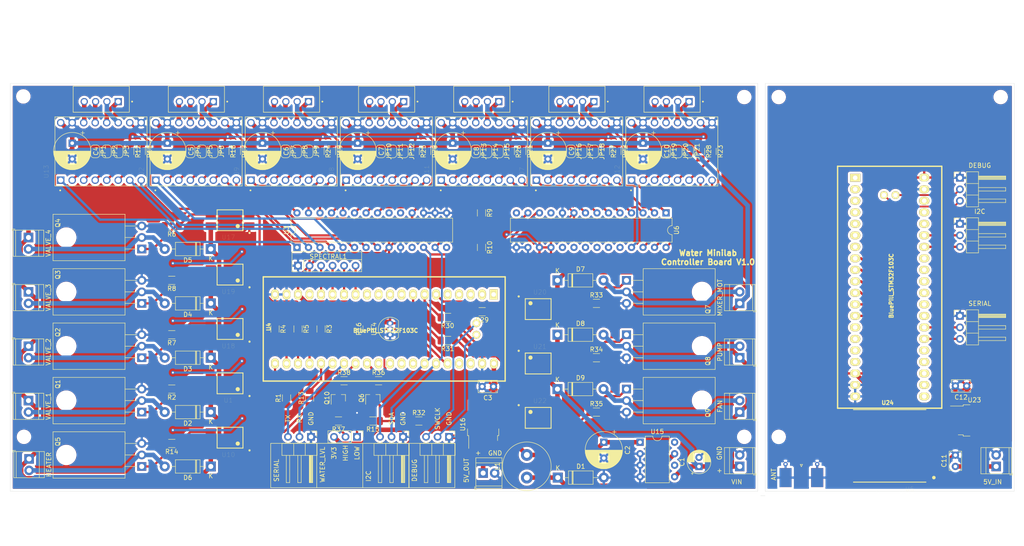
<source format=kicad_pcb>
(kicad_pcb (version 20171130) (host pcbnew "(5.1.7)-1")
  (layers (0 F.Cu signal) (31 B.Cu signal) (34 B.Paste user) (35 F.Paste user) (36 B.SilkS user) (37 F.SilkS user) (38 B.Mask user) (39 F.Mask user) (44 Edge.Cuts user))
  (net 0 "")
  (net 1 "Net-(Q1-Pad1)")
  (net 2 "Net-(R1-Pad1)")
  (net 3 "Net-(U4-Pad38)")
  (net 4 "Net-(U4-Pad37)")
  (net 5 "Net-(U4-Pad17)")
  (net 6 "Net-(U4-Pad10)")
  (net 7 "Net-(U4-Pad9)")
  (net 8 "Net-(U4-Pad4)")
  (net 9 "Net-(U4-Pad3)")
  (net 10 "Net-(U4-Pad2)")
  (net 11 "Net-(U4-Pad1)")
  (net 12 "Net-(U5-Pad16)")
  (net 13 "Net-(U5-Pad15)")
  (net 14 "Net-(U5-Pad12)")
  (net 15 "Net-(U5-Pad11)")
  (net 16 "Net-(U5-Pad7)")
  (net 17 "Net-(U6-Pad14)")
  (net 18 "Net-(U6-Pad11)")
  (net 19 "Net-(U6-Pad24)")
  (net 20 "Net-(U6-Pad23)")
  (net 21 "Net-(U6-Pad22)")
  (net 22 "Net-(U6-Pad21)")
  (net 23 "Net-(Q2-Pad1)")
  (net 24 "Net-(Q3-Pad1)")
  (net 25 "Net-(Q4-Pad1)")
  (net 26 "Net-(R3-Pad1)")
  (net 27 "Net-(R4-Pad1)")
  (net 28 "Net-(R5-Pad1)")
  (net 29 "Net-(U15-Pad8)")
  (net 30 "Net-(U15-Pad6)")
  (net 31 GND)
  (net 32 "Net-(D1-Pad1)")
  (net 33 "Net-(D2-Pad2)")
  (net 34 +12V)
  (net 35 VALVE_1)
  (net 36 LORA_MOSI)
  (net 37 LORA_MISO)
  (net 38 LORA_SCK)
  (net 39 LORA_NSS)
  (net 40 LORA_RESET)
  (net 41 VALVE_4)
  (net 42 VALVE_3)
  (net 43 VALVE_2)
  (net 44 I2C2_SDA)
  (net 45 I2C2_SCL)
  (net 46 "Net-(D3-Pad2)")
  (net 47 "Net-(D4-Pad2)")
  (net 48 "Net-(D5-Pad2)")
  (net 49 "Net-(U3-Pad14)")
  (net 50 "Net-(U3-Pad11)")
  (net 51 "Net-(JP1-Pad2)")
  (net 52 "Net-(JP2-Pad2)")
  (net 53 "Net-(JP3-Pad2)")
  (net 54 EXPANDER_1_INTA)
  (net 55 EXPANDER_1_INTB)
  (net 56 "Net-(R11-Pad2)")
  (net 57 "Net-(R12-Pad2)")
  (net 58 EXPANDER_2_INTA)
  (net 59 EXPANDER_2_INTB)
  (net 60 STEPPER_MOT1_FLT)
  (net 61 STEPPER_MOT1_A2)
  (net 62 STEPPER_MOT1_A1)
  (net 63 STEPPER_MOT1_B2)
  (net 64 STEPPER_MOT1_EN)
  (net 65 STEPPER_MOT1_DIR)
  (net 66 STEPPER_MOT1_STEP)
  (net 67 STEPPER_MOT1_B1)
  (net 68 STEPPER_MOT3_FLT)
  (net 69 STEPPER_MOT3_DIR)
  (net 70 STEPPER_MOT3_STEP)
  (net 71 STEPPER_MOT3_EN)
  (net 72 STEPPER_MOT4_FLT)
  (net 73 STEPPER_MOT4_DIR)
  (net 74 STEPPER_MOT4_STEP)
  (net 75 STEPPER_MOT2_FLT)
  (net 76 STEPPER_MOT4_EN)
  (net 77 STEPPER_MOT2_DIR)
  (net 78 STEPPER_MOT2_STEP)
  (net 79 STEPPER_MOT2_EN)
  (net 80 "Net-(D6-Pad2)")
  (net 81 "Net-(Q5-Pad1)")
  (net 82 "Net-(R13-Pad1)")
  (net 83 LORA_DIO0_INT)
  (net 84 TEMPERATURE)
  (net 85 STEPPER_MOT7_FLT)
  (net 86 STEPPER_MOT7_DIR)
  (net 87 STEPPER_MOT7_STEP)
  (net 88 STEPPER_MOT7_EN)
  (net 89 STEPPER_MOT5_EN)
  (net 90 STEPPER_MOT5_STEP)
  (net 91 STEPPER_MOT5_DIR)
  (net 92 STEPPER_MOT5_FLT)
  (net 93 STEPPER_MOT6_EN)
  (net 94 STEPPER_MOT6_STEP)
  (net 95 STEPPER_MOT6_DIR)
  (net 96 STEPPER_MOT6_FLT)
  (net 97 "Net-(JP4-Pad2)")
  (net 98 "Net-(JP5-Pad2)")
  (net 99 "Net-(JP6-Pad2)")
  (net 100 "Net-(R17-Pad2)")
  (net 101 "Net-(R18-Pad2)")
  (net 102 "Net-(JP7-Pad2)")
  (net 103 "Net-(JP8-Pad2)")
  (net 104 "Net-(JP9-Pad2)")
  (net 105 "Net-(JP10-Pad2)")
  (net 106 "Net-(JP11-Pad2)")
  (net 107 "Net-(JP12-Pad2)")
  (net 108 "Net-(JP13-Pad2)")
  (net 109 "Net-(JP14-Pad2)")
  (net 110 "Net-(JP15-Pad2)")
  (net 111 "Net-(JP16-Pad2)")
  (net 112 "Net-(JP17-Pad2)")
  (net 113 "Net-(JP18-Pad2)")
  (net 114 "Net-(JP19-Pad2)")
  (net 115 "Net-(JP20-Pad2)")
  (net 116 "Net-(JP21-Pad2)")
  (net 117 "Net-(R19-Pad2)")
  (net 118 "Net-(R20-Pad2)")
  (net 119 "Net-(R21-Pad2)")
  (net 120 "Net-(R22-Pad2)")
  (net 121 "Net-(R23-Pad2)")
  (net 122 "Net-(R24-Pad2)")
  (net 123 "Net-(R25-Pad2)")
  (net 124 "Net-(R26-Pad2)")
  (net 125 "Net-(R27-Pad2)")
  (net 126 "Net-(R28-Pad2)")
  (net 127 "Net-(D7-Pad2)")
  (net 128 "Net-(D8-Pad2)")
  (net 129 "Net-(D9-Pad2)")
  (net 130 "Net-(Q7-Pad1)")
  (net 131 "Net-(Q8-Pad1)")
  (net 132 "Net-(Q9-Pad1)")
  (net 133 "Net-(R29-Pad1)")
  (net 134 "Net-(R30-Pad1)")
  (net 135 "Net-(R31-Pad1)")
  (net 136 STEPPER_MOT2_A2)
  (net 137 STEPPER_MOT2_A1)
  (net 138 STEPPER_MOT2_B2)
  (net 139 STEPPER_MOT2_B1)
  (net 140 STEPPER_MOT6_A2)
  (net 141 STEPPER_MOT6_A1)
  (net 142 STEPPER_MOT6_B2)
  (net 143 STEPPER_MOT6_B1)
  (net 144 STEPPER_MOT4_A2)
  (net 145 STEPPER_MOT4_A1)
  (net 146 STEPPER_MOT4_B2)
  (net 147 STEPPER_MOT4_B1)
  (net 148 STEPPER_MOT3_A2)
  (net 149 STEPPER_MOT3_A1)
  (net 150 STEPPER_MOT3_B2)
  (net 151 STEPPER_MOT3_B1)
  (net 152 STEPPER_MOT5_A2)
  (net 153 STEPPER_MOT5_A1)
  (net 154 STEPPER_MOT5_B2)
  (net 155 STEPPER_MOT5_B1)
  (net 156 STEPPER_MOT7_A2)
  (net 157 STEPPER_MOT7_A1)
  (net 158 STEPPER_MOT7_B2)
  (net 159 STEPPER_MOT7_B1)
  (net 160 "Net-(U24-Pad38)")
  (net 161 "Net-(U24-Pad37)")
  (net 162 "Net-(U24-Pad36)")
  (net 163 "Net-(U24-Pad33)")
  (net 164 "Net-(U24-Pad32)")
  (net 165 "Net-(U24-Pad31)")
  (net 166 "Net-(U24-Pad30)")
  (net 167 "Net-(U24-Pad29)")
  (net 168 "Net-(U24-Pad28)")
  (net 169 "Net-(U24-Pad25)")
  (net 170 "Net-(U24-Pad24)")
  (net 171 "Net-(U24-Pad23)")
  (net 172 "Net-(U24-Pad22)")
  (net 173 "Net-(U24-Pad21)")
  (net 174 "Net-(U24-Pad17)")
  (net 175 "Net-(U24-Pad16)")
  (net 176 "Net-(U24-Pad15)")
  (net 177 "Net-(U24-Pad14)")
  (net 178 "Net-(U24-Pad7)")
  (net 179 "Net-(U24-Pad6)")
  (net 180 "Net-(U24-Pad5)")
  (net 181 "Net-(U24-Pad4)")
  (net 182 "Net-(U24-Pad3)")
  (net 183 "Net-(U24-Pad2)")
  (net 184 "Net-(U24-Pad1)")
  (net 185 DEBUG_UART_TX_1)
  (net 186 DEBUG_UART_RX_1)
  (net 187 SWDIO_1)
  (net 188 SWCLK_1)
  (net 189 DEBUG_UART_TX_2)
  (net 190 DEBUG_UART_RX_2)
  (net 191 SWCLK_2)
  (net 192 SWDIO_2)
  (net 193 PELTIER)
  (net 194 MIXER_MOTOR_PWM)
  (net 195 PUMP_PWM)
  (net 196 FAN_PWM)
  (net 197 "Net-(U4-Pad33)")
  (net 198 "Net-(U4-Pad32)")
  (net 199 "Net-(U4-Pad31)")
  (net 200 "Net-(U4-Pad30)")
  (net 201 "Net-(U4-Pad12)")
  (net 202 "Net-(U4-Pad11)")
  (net 203 "Net-(U4-Pad5)")
  (net 204 WATER_HIGH_LEVEL)
  (net 205 "Net-(J23-Pad1)")
  (net 206 +3V3)
  (net 207 WATER_LOW_LEVEL)
  (net 208 5_V_OUT)
  (net 209 5_V_IN)
  (net 210 "Net-(Q6-Pad1)")
  (net 211 "Net-(Q10-Pad1)")
  (net 212 "Net-(R32-Pad1)")
  (net 213 SPECTRAL_I2C_RST)
  (net 214 SPECTRAL_I2C_INT)
  (net 215 SPECTRAL_I2C_SCL)
  (net 216 SPECTRAL_I2C_SDA)
  (module MountingHole:MountingHole_2.2mm_M2 (layer F.Cu) (at 189.6 98)
    (fp_text reference H7 hide)
    (fp_text value MountingHole)
    (pad 1 np_thru_hole circle (at 0 0) (size 2.2 2.2) (drill 2.2) (layers *.Cu *.Mask))
  )
  (module MountingHole:MountingHole_2.2mm_M2 (layer F.Cu) (at 238.6 23)
    (fp_text reference H6 hide)
    (fp_text value MountingHole)
    (pad 1 np_thru_hole circle (at 0 0) (size 2.2 2.2) (drill 2.2) (layers *.Cu *.Mask))
  )
  (module MountingHole:MountingHole_2.2mm_M2 (layer F.Cu) (at 189.6 23)
    (fp_text reference H5 hide)
    (fp_text value MountingHole)
    (pad 1 np_thru_hole circle (at 0 0) (size 2.2 2.2) (drill 2.2) (layers *.Cu *.Mask))
  )
  (module MountingHole:MountingHole_2.2mm_M2 (layer F.Cu) (at 182 98)
    (fp_text reference H4 hide)
    (fp_text value MountingHole)
    (pad 1 np_thru_hole circle (at 0 0) (size 2.2 2.2) (drill 2.2) (layers *.Cu *.Mask))
  )
  (module MountingHole:MountingHole_2.2mm_M2 (layer F.Cu) (at 23 98)
    (fp_text reference H3 hide)
    (fp_text value MountingHole)
    (pad 1 np_thru_hole circle (at 0 0) (size 2.2 2.2) (drill 2.2) (layers *.Cu *.Mask))
  )
  (module MountingHole:MountingHole_2.2mm_M2 (layer F.Cu) (at 182 23)
    (fp_text reference H2 hide)
    (fp_text value MountingHole)
    (pad 1 np_thru_hole circle (at 0 0) (size 2.2 2.2) (drill 2.2) (layers *.Cu *.Mask))
  )
  (module MountingHole:MountingHole_2.2mm_M2 (layer F.Cu) (at 22.86 22.86)
    (fp_text reference H1 hide)
    (fp_text value MountingHole)
    (pad 1 np_thru_hole circle (at 0 0) (size 2.2 2.2) (drill 2.2) (layers *.Cu *.Mask))
  )
  (module STM32_Blue_Pill:BluePill_STM32F103C (layer F.Cu) (at 126.63 66.57 270)
    (fp_text reference U4 (at 7.1628 49.6062 270) (layer F.SilkS) (effects (font (size 0.889 0.889) (thickness 0.3048))))
    (fp_text value BluePill_STM32F103C (at 7.9756 23.7998) (layer F.SilkS) (effects (font (size 0.889 0.889) (thickness 0.22225))))
    (pad 42 thru_hole oval (at 6.36 3.7592) (size 1.7272 1.7272) (drill 1.016) (layers *.Cu *.Mask F.SilkS) (net 187 SWDIO_1))
    (pad 41 thru_hole oval (at 8.9 3.7592) (size 1.7272 1.7272) (drill 1.016) (layers *.Cu *.Mask F.SilkS) (net 188 SWCLK_1))
    (pad 40 thru_hole oval (at 15.24 -0.1016) (size 1.7272 2.25) (drill 1.016) (layers *.Cu *.Mask F.SilkS) (net 206 +3V3))
    (pad 39 thru_hole oval (at 15.24 2.4892) (size 1.7272 2.25) (drill 1.016) (layers *.Cu *.Mask F.SilkS) (net 31 GND))
    (pad 38 thru_hole oval (at 15.24 5.0292) (size 1.7272 2.25) (drill 1.016) (layers *.Cu *.Mask F.SilkS) (net 3 "Net-(U4-Pad38)"))
    (pad 37 thru_hole oval (at 15.24 7.5692) (size 1.7272 2.25) (drill 1.016) (layers *.Cu *.Mask F.SilkS) (net 4 "Net-(U4-Pad37)"))
    (pad 36 thru_hole oval (at 15.24 10.1092) (size 1.7272 2.25) (drill 1.016) (layers *.Cu *.Mask F.SilkS) (net 84 TEMPERATURE))
    (pad 35 thru_hole oval (at 15.24 12.6492) (size 1.7272 2.25) (drill 1.016) (layers *.Cu *.Mask F.SilkS) (net 44 I2C2_SDA))
    (pad 34 thru_hole oval (at 15.24 15.1892) (size 1.7272 2.25) (drill 1.016) (layers *.Cu *.Mask F.SilkS) (net 45 I2C2_SCL))
    (pad 33 thru_hole oval (at 15.24 17.7292) (size 1.7272 2.25) (drill 1.016) (layers *.Cu *.Mask F.SilkS) (net 197 "Net-(U4-Pad33)"))
    (pad 32 thru_hole oval (at 15.24 20.2692) (size 1.7272 2.25) (drill 1.016) (layers *.Cu *.Mask F.SilkS) (net 198 "Net-(U4-Pad32)"))
    (pad 31 thru_hole oval (at 15.24 22.8092) (size 1.7272 2.25) (drill 1.016) (layers *.Cu *.Mask F.SilkS) (net 199 "Net-(U4-Pad31)"))
    (pad 30 thru_hole oval (at 15.24 25.3492) (size 1.7272 2.25) (drill 1.016) (layers *.Cu *.Mask F.SilkS) (net 200 "Net-(U4-Pad30)"))
    (pad 29 thru_hole oval (at 15.24 27.8892) (size 1.7272 2.25) (drill 1.016) (layers *.Cu *.Mask F.SilkS) (net 207 WATER_LOW_LEVEL))
    (pad 28 thru_hole oval (at 15.24 30.4292) (size 1.7272 2.25) (drill 1.016) (layers *.Cu *.Mask F.SilkS) (net 204 WATER_HIGH_LEVEL))
    (pad 27 thru_hole oval (at 15.24 32.9692) (size 1.7272 2.25) (drill 1.016) (layers *.Cu *.Mask F.SilkS) (net 186 DEBUG_UART_RX_1))
    (pad 26 thru_hole oval (at 15.24 35.5092) (size 1.7272 2.25) (drill 1.016) (layers *.Cu *.Mask F.SilkS) (net 185 DEBUG_UART_TX_1))
    (pad 25 thru_hole oval (at 15.24 38.0492) (size 1.7272 2.25) (drill 1.016) (layers *.Cu *.Mask F.SilkS) (net 193 PELTIER))
    (pad 24 thru_hole oval (at 15.24 40.5892) (size 1.7272 2.25) (drill 1.016) (layers *.Cu *.Mask F.SilkS) (net 41 VALVE_4))
    (pad 23 thru_hole oval (at 15.24 43.1292) (size 1.7272 2.25) (drill 1.016) (layers *.Cu *.Mask F.SilkS) (net 42 VALVE_3))
    (pad 22 thru_hole oval (at 15.24 45.6692) (size 1.7272 2.25) (drill 1.016) (layers *.Cu *.Mask F.SilkS) (net 43 VALVE_2))
    (pad 21 thru_hole oval (at 15.24 48.2092) (size 1.7272 2.25) (drill 1.016) (layers *.Cu *.Mask F.SilkS) (net 35 VALVE_1))
    (pad 20 thru_hole oval (at 0 48.2092 180) (size 1.7272 2.25) (drill 1.016) (layers *.Cu *.Mask F.SilkS) (net 31 GND))
    (pad 19 thru_hole oval (at 0 45.6692 180) (size 1.7272 2.25) (drill 1.016) (layers *.Cu *.Mask F.SilkS) (net 31 GND))
    (pad 18 thru_hole oval (at 0 43.1292 180) (size 1.7272 2.25) (drill 1.016) (layers *.Cu *.Mask F.SilkS) (net 206 +3V3))
    (pad 17 thru_hole oval (at 0 40.5892 180) (size 1.7272 2.25) (drill 1.016) (layers *.Cu *.Mask F.SilkS) (net 5 "Net-(U4-Pad17)"))
    (pad 16 thru_hole oval (at 0 38.0492 180) (size 1.7272 2.25) (drill 1.016) (layers *.Cu *.Mask F.SilkS) (net 216 SPECTRAL_I2C_SDA))
    (pad 15 thru_hole oval (at 0 35.5092 180) (size 1.7272 2.25) (drill 1.016) (layers *.Cu *.Mask F.SilkS) (net 215 SPECTRAL_I2C_SCL))
    (pad 14 thru_hole oval (at 0 32.9692 180) (size 1.7272 2.25) (drill 1.016) (layers *.Cu *.Mask F.SilkS) (net 214 SPECTRAL_I2C_INT))
    (pad 13 thru_hole oval (at 0 30.4292 180) (size 1.7272 2.25) (drill 1.016) (layers *.Cu *.Mask F.SilkS) (net 213 SPECTRAL_I2C_RST))
    (pad 12 thru_hole oval (at 0 27.8892 180) (size 1.7272 2.25) (drill 1.016) (layers *.Cu *.Mask F.SilkS) (net 201 "Net-(U4-Pad12)"))
    (pad 11 thru_hole oval (at 0 25.3492 180) (size 1.7272 2.25) (drill 1.016) (layers *.Cu *.Mask F.SilkS) (net 202 "Net-(U4-Pad11)"))
    (pad 10 thru_hole oval (at 0 22.8092 180) (size 1.7272 2.25) (drill 1.016) (layers *.Cu *.Mask F.SilkS) (net 6 "Net-(U4-Pad10)"))
    (pad 9 thru_hole oval (at 0 20.2692 180) (size 1.7272 2.25) (drill 1.016) (layers *.Cu *.Mask F.SilkS) (net 7 "Net-(U4-Pad9)"))
    (pad 8 thru_hole oval (at 0 17.7292 180) (size 1.7272 2.25) (drill 1.016) (layers *.Cu *.Mask F.SilkS) (net 196 FAN_PWM))
    (pad 7 thru_hole oval (at 0 15.1892 180) (size 1.7272 2.25) (drill 1.016) (layers *.Cu *.Mask F.SilkS) (net 195 PUMP_PWM))
    (pad 6 thru_hole oval (at 0 12.6492 180) (size 1.7272 2.25) (drill 1.016) (layers *.Cu *.Mask F.SilkS) (net 194 MIXER_MOTOR_PWM))
    (pad 5 thru_hole oval (at 0 10.1092 180) (size 1.7272 2.25) (drill 1.016) (layers *.Cu *.Mask F.SilkS) (net 203 "Net-(U4-Pad5)"))
    (pad 4 thru_hole oval (at 0 7.5692 180) (size 1.7272 2.25) (drill 1.016) (layers *.Cu *.Mask F.SilkS) (net 8 "Net-(U4-Pad4)"))
    (pad 3 thru_hole oval (at 0 5.0292 180) (size 1.7272 2.25) (drill 1.016) (layers *.Cu *.Mask F.SilkS) (net 9 "Net-(U4-Pad3)"))
    (pad 2 thru_hole oval (at 0 2.4892 180) (size 1.7272 2.25) (drill 1.016) (layers *.Cu *.Mask F.SilkS) (net 10 "Net-(U4-Pad2)"))
    (pad 1 thru_hole rect (at 0 -0.0508 180) (size 1.7272 2.25) (drill 1.016) (layers *.Cu *.Mask F.SilkS) (net 11 "Net-(U4-Pad1)"))
  )
  (module Connector_PinHeader_2.54mm:PinHeader_1x06_P2.54mm_Vertical (layer F.Cu) (at 83.5008 60.22 90)
    (fp_text reference SPECTRAL1 (at 2.02 6.6692 180) (layer F.SilkS))
    (fp_text value Conn_01x06_Male)
    (pad 6 thru_hole oval (at 0 12.7 90) (size 1.7 1.7) (drill 1) (layers *.Cu *.Mask) (net 213 SPECTRAL_I2C_RST))
    (pad 5 thru_hole oval (at 0 10.16 90) (size 1.7 1.7) (drill 1) (layers *.Cu *.Mask) (net 214 SPECTRAL_I2C_INT))
    (pad 4 thru_hole oval (at 0 7.62 90) (size 1.7 1.7) (drill 1) (layers *.Cu *.Mask) (net 215 SPECTRAL_I2C_SCL))
    (pad 3 thru_hole oval (at 0 5.08 90) (size 1.7 1.7) (drill 1) (layers *.Cu *.Mask) (net 216 SPECTRAL_I2C_SDA))
    (pad 2 thru_hole oval (at 0 2.54 90) (size 1.7 1.7) (drill 1) (layers *.Cu *.Mask) (net 206 +3V3))
    (pad 1 thru_hole rect (at 0 0 90) (size 1.7 1.7) (drill 1) (layers *.Cu *.Mask) (net 31 GND))
  )
  (module Package_TO_SOT_SMD:TO-252-2 (layer F.Cu) (at 232.8 94.38)
    (fp_text reference U23 (at 0 -4.5) (layer F.SilkS))
    (fp_text value LM1117-3.3)
    (pad 1 smd rect (at -4.2 -2.28) (size 2.2 1.2) (layers F.Cu F.Paste F.Mask) (net 31 GND))
    (pad 3 smd rect (at -4.2 2.28) (size 2.2 1.2) (layers F.Cu F.Paste F.Mask) (net 209 5_V_IN))
    (pad 2 smd rect (at 2.1 0) (size 6.4 5.8) (layers F.Cu F.Mask) (net 206 +3V3))
  )
  (module Capacitor_THT:C_Rect_L4.0mm_W2.5mm_P2.50mm (layer F.Cu) (at 231.1 86.76 180)
    (fp_text reference C12 (at 1.25 -2.5) (layer F.SilkS))
    (fp_text value 10uF)
    (pad 1 thru_hole circle (at 0 0 180) (size 1.6 1.6) (drill 0.8) (layers *.Cu *.Mask) (net 206 +3V3))
    (pad 2 thru_hole circle (at 2.5 0 180) (size 1.6 1.6) (drill 0.8) (layers *.Cu *.Mask) (net 31 GND))
  )
  (module Capacitor_THT:C_Rect_L4.0mm_W2.5mm_P2.50mm (layer F.Cu) (at 228.6 104.54 90)
    (fp_text reference C11 (at 1.25 -2.5 90) (layer F.SilkS))
    (fp_text value 10uF)
    (pad 1 thru_hole circle (at 0 0 90) (size 1.6 1.6) (drill 0.8) (layers *.Cu *.Mask) (net 209 5_V_IN))
    (pad 2 thru_hole circle (at 2.5 0 90) (size 1.6 1.6) (drill 0.8) (layers *.Cu *.Mask) (net 31 GND))
  )
  (module TerminalBlock_TE-Connectivity:TerminalBlock_TE_282834-2_1x02_P2.54mm_Horizontal (layer F.Cu) (at 237.6 104.54 90)
    (fp_text reference 5V_IN (at -3.41 -0.78 180) (layer F.SilkS))
    (fp_text value 5_V_IN)
    (pad 1 thru_hole rect (at 0 0 90) (size 2.1 2.1) (drill 1.1) (layers *.Cu *.Mask) (net 209 5_V_IN))
    (pad 2 thru_hole circle (at 2.54 0 90) (size 2.1 2.1) (drill 1.1) (layers *.Cu *.Mask) (net 31 GND))
  )
  (module TerminalBlock_TE-Connectivity:TerminalBlock_TE_282834-2_1x02_P2.54mm_Horizontal (layer F.Cu) (at 124.3608 106)
    (fp_text reference 5V_OUT (at -3.7108 -0.59 90) (layer F.SilkS))
    (fp_text value 5_V_OUT)
    (pad 2 thru_hole circle (at 2.54 0) (size 2.1 2.1) (drill 1.1) (layers *.Cu *.Mask) (net 31 GND))
    (pad 1 thru_hole rect (at 0 0) (size 2.1 2.1) (drill 1.1) (layers *.Cu *.Mask) (net 208 5_V_OUT))
  )
  (module Connector_PinHeader_2.54mm:PinHeader_1x03_P2.54mm_Horizontal (layer F.Cu) (at 229.6 50.9792)
    (fp_text reference I2C (at 4.385 -2.7192) (layer F.SilkS))
    (fp_text value BLUEPILL_2)
    (pad 1 thru_hole rect (at 0 0) (size 1.7 1.7) (drill 1) (layers *.Cu *.Mask) (net 31 GND))
    (pad 2 thru_hole oval (at 0 2.54) (size 1.7 1.7) (drill 1) (layers *.Cu *.Mask) (net 44 I2C2_SDA))
    (pad 3 thru_hole oval (at 0 5.08) (size 1.7 1.7) (drill 1) (layers *.Cu *.Mask) (net 45 I2C2_SCL))
  )
  (module Resistor_SMD:R_1206_3216Metric_Pad1.30x1.75mm_HandSolder (layer F.Cu) (at 93.6608 85.62)
    (fp_text reference R38 (at 0 -1.82) (layer F.SilkS))
    (fp_text value 470R)
    (pad 2 smd roundrect (at 1.55 0) (size 1.3 1.75) (layers F.Cu F.Paste F.Mask) (roundrect_rratio 0.1923076923076923) (net 206 +3V3))
    (pad 1 smd roundrect (at -1.55 0) (size 1.3 1.75) (layers F.Cu F.Paste F.Mask) (roundrect_rratio 0.1923076923076923) (net 204 WATER_HIGH_LEVEL))
  )
  (module Resistor_SMD:R_1206_3216Metric_Pad1.30x1.75mm_HandSolder (layer F.Cu) (at 92.43 94.51 180)
    (fp_text reference R37 (at 0 -1.82) (layer F.SilkS))
    (fp_text value 220k)
    (pad 2 smd roundrect (at 1.55 0 180) (size 1.3 1.75) (layers F.Cu F.Paste F.Mask) (roundrect_rratio 0.1923076923076923) (net 211 "Net-(Q10-Pad1)"))
    (pad 1 smd roundrect (at -1.55 0 180) (size 1.3 1.75) (layers F.Cu F.Paste F.Mask) (roundrect_rratio 0.1923076923076923) (net 31 GND))
  )
  (module Resistor_SMD:R_1206_3216Metric_Pad1.30x1.75mm_HandSolder (layer F.Cu) (at 101.2808 85.62)
    (fp_text reference R36 (at 0 -1.82) (layer F.SilkS))
    (fp_text value 470R)
    (pad 2 smd roundrect (at 1.55 0) (size 1.3 1.75) (layers F.Cu F.Paste F.Mask) (roundrect_rratio 0.1923076923076923) (net 206 +3V3))
    (pad 1 smd roundrect (at -1.55 0) (size 1.3 1.75) (layers F.Cu F.Paste F.Mask) (roundrect_rratio 0.1923076923076923) (net 207 WATER_LOW_LEVEL))
  )
  (module Resistor_SMD:R_1206_3216Metric_Pad1.30x1.75mm_HandSolder (layer F.Cu) (at 110.1708 94.51)
    (fp_text reference R32 (at 0 -1.82) (layer F.SilkS))
    (fp_text value 22k)
    (pad 2 smd roundrect (at 1.55 0) (size 1.3 1.75) (layers F.Cu F.Paste F.Mask) (roundrect_rratio 0.1923076923076923) (net 206 +3V3))
    (pad 1 smd roundrect (at -1.55 0) (size 1.3 1.75) (layers F.Cu F.Paste F.Mask) (roundrect_rratio 0.1923076923076923) (net 212 "Net-(R32-Pad1)"))
  )
  (module Resistor_SMD:R_1206_3216Metric_Pad1.30x1.75mm_HandSolder (layer F.Cu) (at 100.0108 94.51 180)
    (fp_text reference R15 (at 0 -1.82) (layer F.SilkS))
    (fp_text value 220k)
    (pad 2 smd roundrect (at 1.55 0 180) (size 1.3 1.75) (layers F.Cu F.Paste F.Mask) (roundrect_rratio 0.1923076923076923) (net 210 "Net-(Q6-Pad1)"))
    (pad 1 smd roundrect (at -1.55 0 180) (size 1.3 1.75) (layers F.Cu F.Paste F.Mask) (roundrect_rratio 0.1923076923076923) (net 31 GND))
  )
  (module Package_TO_SOT_SMD:SOT-23 (layer F.Cu) (at 92.3908 89.43 90)
    (fp_text reference Q10 (at 0 -2.5 90) (layer F.SilkS))
    (fp_text value BC847)
    (pad 3 smd rect (at 1 0 90) (size 0.9 0.8) (layers F.Cu F.Paste F.Mask) (net 204 WATER_HIGH_LEVEL))
    (pad 2 smd rect (at -1 0.95 90) (size 0.9 0.8) (layers F.Cu F.Paste F.Mask) (net 31 GND))
    (pad 1 smd rect (at -1 -0.95 90) (size 0.9 0.8) (layers F.Cu F.Paste F.Mask) (net 211 "Net-(Q10-Pad1)"))
  )
  (module Package_TO_SOT_SMD:SOT-23 (layer F.Cu) (at 100.0108 89.43 90)
    (fp_text reference Q6 (at 0 -2.5 90) (layer F.SilkS))
    (fp_text value BC847)
    (pad 3 smd rect (at 1 0 90) (size 0.9 0.8) (layers F.Cu F.Paste F.Mask) (net 207 WATER_LOW_LEVEL))
    (pad 2 smd rect (at -1 0.95 90) (size 0.9 0.8) (layers F.Cu F.Paste F.Mask) (net 31 GND))
    (pad 1 smd rect (at -1 -0.95 90) (size 0.9 0.8) (layers F.Cu F.Paste F.Mask) (net 210 "Net-(Q6-Pad1)"))
  )
  (module Connector_PinHeader_2.54mm:PinHeader_1x03_P2.54mm_Vertical (layer F.Cu) (at 96.52 98 270)
    (fp_text reference WATER_LVL (at 6.14 7.62 270) (layer F.SilkS))
    (fp_text value Conn_01x03)
    (pad 3 thru_hole oval (at 0 5.08 270) (size 1.7 1.7) (drill 1) (layers *.Cu *.Mask) (net 212 "Net-(R32-Pad1)"))
    (pad 2 thru_hole oval (at 0 2.54 270) (size 1.7 1.7) (drill 1) (layers *.Cu *.Mask) (net 211 "Net-(Q10-Pad1)"))
    (pad 1 thru_hole rect (at 0 0 270) (size 1.7 1.7) (drill 1) (layers *.Cu *.Mask) (net 210 "Net-(Q6-Pad1)"))
  )
  (module Connector_PinHeader_2.54mm:PinHeader_1x03_P2.54mm_Horizontal (layer F.Cu) (at 106.68 98 270)
    (fp_text reference I2C (at 8.68 7.62 270) (layer F.SilkS))
    (fp_text value BLUEPILL_2)
    (pad 3 thru_hole oval (at 0 5.08 270) (size 1.7 1.7) (drill 1) (layers *.Cu *.Mask) (net 45 I2C2_SCL))
    (pad 2 thru_hole oval (at 0 2.54 270) (size 1.7 1.7) (drill 1) (layers *.Cu *.Mask) (net 44 I2C2_SDA))
    (pad 1 thru_hole rect (at 0 0 270) (size 1.7 1.7) (drill 1) (layers *.Cu *.Mask) (net 31 GND))
  )
  (module Connector_Coaxial:SMA_Molex_73251-2120_EdgeMount_Horizontal (layer F.Cu) (at 194.6 107 270)
    (fp_text reference ANT (at -0.705 6.1 90) (layer F.SilkS))
    (fp_text value Conn_Coaxial)
    (pad 2 smd rect (at -2.54 -3.4925 270) (size 0.89 0.46) (layers B.Cu) (net 31 GND))
    (pad 2 smd rect (at -2.54 -3.4925 270) (size 0.89 0.46) (layers F.Cu) (net 31 GND))
    (pad 2 thru_hole circle (at -2.985 -3.4925 270) (size 0.97 0.97) (drill 0.46) (layers *.Cu) (net 31 GND))
    (pad 2 smd rect (at 0 3.4925 270) (size 4.19 2.665) (layers F.Cu F.Paste F.Mask) (net 31 GND))
    (pad 1 smd rect (at 0 0 270) (size 4.19 1.78) (layers F.Cu F.Paste F.Mask) (net 205 "Net-(J23-Pad1)"))
    (pad 2 smd rect (at 0 3.4925 270) (size 4.19 2.665) (layers B.Cu B.Paste B.Mask) (net 31 GND))
    (pad 2 smd rect (at 0 -3.4925 270) (size 4.19 2.665) (layers F.Cu F.Paste F.Mask) (net 31 GND))
    (pad 2 smd rect (at 0 -3.4925 270) (size 4.19 2.665) (layers B.Cu B.Paste B.Mask) (net 31 GND))
    (pad 2 smd rect (at -2.54 3.4925 270) (size 0.89 0.46) (layers F.Cu) (net 31 GND))
    (pad 2 thru_hole circle (at -2.985 3.4925 270) (size 0.97 0.97) (drill 0.46) (layers *.Cu) (net 31 GND))
    (pad 2 smd rect (at -2.54 3.4925 270) (size 0.89 0.46) (layers B.Cu) (net 31 GND))
  )
  (module Package_DIP:DIP-8_W7.62mm (layer F.Cu) (at 159 99.19)
    (fp_text reference U15 (at 3.81 -2.33) (layer F.SilkS))
    (fp_text value LM2574HVN-5)
    (pad 8 thru_hole oval (at 7.62 0) (size 1.6 1.6) (drill 0.8) (layers *.Cu *.Mask) (net 29 "Net-(U15-Pad8)"))
    (pad 4 thru_hole oval (at 0 7.62) (size 1.6 1.6) (drill 0.8) (layers *.Cu *.Mask) (net 31 GND))
    (pad 7 thru_hole oval (at 7.62 2.54) (size 1.6 1.6) (drill 0.8) (layers *.Cu *.Mask) (net 32 "Net-(D1-Pad1)"))
    (pad 3 thru_hole oval (at 0 5.08) (size 1.6 1.6) (drill 0.8) (layers *.Cu *.Mask) (net 31 GND))
    (pad 6 thru_hole oval (at 7.62 5.08) (size 1.6 1.6) (drill 0.8) (layers *.Cu *.Mask) (net 30 "Net-(U15-Pad6)"))
    (pad 2 thru_hole oval (at 0 2.54) (size 1.6 1.6) (drill 0.8) (layers *.Cu *.Mask) (net 31 GND))
    (pad 5 thru_hole oval (at 7.62 7.62) (size 1.6 1.6) (drill 0.8) (layers *.Cu *.Mask) (net 34 +12V))
    (pad 1 thru_hole rect (at 0 0) (size 1.6 1.6) (drill 0.8) (layers *.Cu *.Mask) (net 208 5_V_OUT))
  )
  (module TerminalBlock_TE-Connectivity:TerminalBlock_TE_282834-2_1x02_P2.54mm_Horizontal (layer F.Cu) (at 181 104.54 90)
    (fp_text reference VIN (at -3.41 -0.66 180) (layer F.SilkS))
    (fp_text value Screw_Terminal_01x02)
    (pad 2 thru_hole circle (at 2.54 0 90) (size 2.1 2.1) (drill 1.1) (layers *.Cu *.Mask) (net 31 GND))
    (pad 1 thru_hole rect (at 0 0 90) (size 2.1 2.1) (drill 1.1) (layers *.Cu *.Mask) (net 34 +12V))
  )
  (module Connector_PinHeader_2.54mm:PinHeader_1x03_P2.54mm_Horizontal (layer F.Cu) (at 229.6 40.8192)
    (fp_text reference DEBUG (at 4.385 -2.7192) (layer F.SilkS))
    (fp_text value DEBUG2)
    (pad 1 thru_hole rect (at 0 0) (size 1.7 1.7) (drill 1) (layers *.Cu *.Mask) (net 31 GND))
    (pad 2 thru_hole oval (at 0 2.54) (size 1.7 1.7) (drill 1) (layers *.Cu *.Mask) (net 191 SWCLK_2))
    (pad 3 thru_hole oval (at 0 5.08) (size 1.7 1.7) (drill 1) (layers *.Cu *.Mask) (net 192 SWDIO_2))
  )
  (module Connector_PinHeader_2.54mm:PinHeader_1x03_P2.54mm_Horizontal (layer F.Cu) (at 229.6 71.2992)
    (fp_text reference SERIAL (at 4.385 -2.7192) (layer F.SilkS))
    (fp_text value SERIAL2)
    (pad 1 thru_hole rect (at 0 0) (size 1.7 1.7) (drill 1) (layers *.Cu *.Mask) (net 31 GND))
    (pad 2 thru_hole oval (at 0 2.54) (size 1.7 1.7) (drill 1) (layers *.Cu *.Mask) (net 190 DEBUG_UART_RX_2))
    (pad 3 thru_hole oval (at 0 5.08) (size 1.7 1.7) (drill 1) (layers *.Cu *.Mask) (net 189 DEBUG_UART_TX_2))
  )
  (module STM32_Blue_Pill:BluePill_STM32F103C (layer F.Cu) (at 206.48 40.87)
    (fp_text reference U24 (at 7.1628 49.6062 180) (layer F.SilkS) (effects (font (size 0.889 0.889) (thickness 0.3048))))
    (fp_text value BluePill_STM32F103C (at 7.9756 23.7998 90) (layer F.SilkS) (effects (font (size 0.889 0.889) (thickness 0.22225))))
    (pad 1 thru_hole rect (at 0 -0.0508 270) (size 1.7272 2.25) (drill 1.016) (layers *.Cu *.Mask F.SilkS) (net 184 "Net-(U24-Pad1)"))
    (pad 2 thru_hole oval (at 0 2.4892 270) (size 1.7272 2.25) (drill 1.016) (layers *.Cu *.Mask F.SilkS) (net 183 "Net-(U24-Pad2)"))
    (pad 3 thru_hole oval (at 0 5.0292 270) (size 1.7272 2.25) (drill 1.016) (layers *.Cu *.Mask F.SilkS) (net 182 "Net-(U24-Pad3)"))
    (pad 4 thru_hole oval (at 0 7.5692 270) (size 1.7272 2.25) (drill 1.016) (layers *.Cu *.Mask F.SilkS) (net 181 "Net-(U24-Pad4)"))
    (pad 5 thru_hole oval (at 0 10.1092 270) (size 1.7272 2.25) (drill 1.016) (layers *.Cu *.Mask F.SilkS) (net 180 "Net-(U24-Pad5)"))
    (pad 6 thru_hole oval (at 0 12.6492 270) (size 1.7272 2.25) (drill 1.016) (layers *.Cu *.Mask F.SilkS) (net 179 "Net-(U24-Pad6)"))
    (pad 7 thru_hole oval (at 0 15.1892 270) (size 1.7272 2.25) (drill 1.016) (layers *.Cu *.Mask F.SilkS) (net 178 "Net-(U24-Pad7)"))
    (pad 8 thru_hole oval (at 0 17.7292 270) (size 1.7272 2.25) (drill 1.016) (layers *.Cu *.Mask F.SilkS) (net 40 LORA_RESET))
    (pad 9 thru_hole oval (at 0 20.2692 270) (size 1.7272 2.25) (drill 1.016) (layers *.Cu *.Mask F.SilkS) (net 39 LORA_NSS))
    (pad 10 thru_hole oval (at 0 22.8092 270) (size 1.7272 2.25) (drill 1.016) (layers *.Cu *.Mask F.SilkS) (net 38 LORA_SCK))
    (pad 11 thru_hole oval (at 0 25.3492 270) (size 1.7272 2.25) (drill 1.016) (layers *.Cu *.Mask F.SilkS) (net 37 LORA_MISO))
    (pad 12 thru_hole oval (at 0 27.8892 270) (size 1.7272 2.25) (drill 1.016) (layers *.Cu *.Mask F.SilkS) (net 36 LORA_MOSI))
    (pad 13 thru_hole oval (at 0 30.4292 270) (size 1.7272 2.25) (drill 1.016) (layers *.Cu *.Mask F.SilkS) (net 83 LORA_DIO0_INT))
    (pad 14 thru_hole oval (at 0 32.9692 270) (size 1.7272 2.25) (drill 1.016) (layers *.Cu *.Mask F.SilkS) (net 177 "Net-(U24-Pad14)"))
    (pad 15 thru_hole oval (at 0 35.5092 270) (size 1.7272 2.25) (drill 1.016) (layers *.Cu *.Mask F.SilkS) (net 176 "Net-(U24-Pad15)"))
    (pad 16 thru_hole oval (at 0 38.0492 270) (size 1.7272 2.25) (drill 1.016) (layers *.Cu *.Mask F.SilkS) (net 175 "Net-(U24-Pad16)"))
    (pad 17 thru_hole oval (at 0 40.5892 270) (size 1.7272 2.25) (drill 1.016) (layers *.Cu *.Mask F.SilkS) (net 174 "Net-(U24-Pad17)"))
    (pad 18 thru_hole oval (at 0 43.1292 270) (size 1.7272 2.25) (drill 1.016) (layers *.Cu *.Mask F.SilkS) (net 206 +3V3))
    (pad 19 thru_hole oval (at 0 45.6692 270) (size 1.7272 2.25) (drill 1.016) (layers *.Cu *.Mask F.SilkS) (net 31 GND))
    (pad 20 thru_hole oval (at 0 48.2092 270) (size 1.7272 2.25) (drill 1.016) (layers *.Cu *.Mask F.SilkS) (net 31 GND))
    (pad 21 thru_hole oval (at 15.24 48.2092 90) (size 1.7272 2.25) (drill 1.016) (layers *.Cu *.Mask F.SilkS) (net 173 "Net-(U24-Pad21)"))
    (pad 22 thru_hole oval (at 15.24 45.6692 90) (size 1.7272 2.25) (drill 1.016) (layers *.Cu *.Mask F.SilkS) (net 172 "Net-(U24-Pad22)"))
    (pad 23 thru_hole oval (at 15.24 43.1292 90) (size 1.7272 2.25) (drill 1.016) (layers *.Cu *.Mask F.SilkS) (net 171 "Net-(U24-Pad23)"))
    (pad 24 thru_hole oval (at 15.24 40.5892 90) (size 1.7272 2.25) (drill 1.016) (layers *.Cu *.Mask F.SilkS) (net 170 "Net-(U24-Pad24)"))
    (pad 25 thru_hole oval (at 15.24 38.0492 90) (size 1.7272 2.25) (drill 1.016) (layers *.Cu *.Mask F.SilkS) (net 169 "Net-(U24-Pad25)"))
    (pad 26 thru_hole oval (at 15.24 35.5092 90) (size 1.7272 2.25) (drill 1.016) (layers *.Cu *.Mask F.SilkS) (net 189 DEBUG_UART_TX_2))
    (pad 27 thru_hole oval (at 15.24 32.9692 90) (size 1.7272 2.25) (drill 1.016) (layers *.Cu *.Mask F.SilkS) (net 190 DEBUG_UART_RX_2))
    (pad 28 thru_hole oval (at 15.24 30.4292 90) (size 1.7272 2.25) (drill 1.016) (layers *.Cu *.Mask F.SilkS) (net 168 "Net-(U24-Pad28)"))
    (pad 29 thru_hole oval (at 15.24 27.8892 90) (size 1.7272 2.25) (drill 1.016) (layers *.Cu *.Mask F.SilkS) (net 167 "Net-(U24-Pad29)"))
    (pad 30 thru_hole oval (at 15.24 25.3492 90) (size 1.7272 2.25) (drill 1.016) (layers *.Cu *.Mask F.SilkS) (net 166 "Net-(U24-Pad30)"))
    (pad 31 thru_hole oval (at 15.24 22.8092 90) (size 1.7272 2.25) (drill 1.016) (layers *.Cu *.Mask F.SilkS) (net 165 "Net-(U24-Pad31)"))
    (pad 32 thru_hole oval (at 15.24 20.2692 90) (size 1.7272 2.25) (drill 1.016) (layers *.Cu *.Mask F.SilkS) (net 164 "Net-(U24-Pad32)"))
    (pad 33 thru_hole oval (at 15.24 17.7292 90) (size 1.7272 2.25) (drill 1.016) (layers *.Cu *.Mask F.SilkS) (net 163 "Net-(U24-Pad33)"))
    (pad 34 thru_hole oval (at 15.24 15.1892 90) (size 1.7272 2.25) (drill 1.016) (layers *.Cu *.Mask F.SilkS) (net 45 I2C2_SCL))
    (pad 35 thru_hole oval (at 15.24 12.6492 90) (size 1.7272 2.25) (drill 1.016) (layers *.Cu *.Mask F.SilkS) (net 44 I2C2_SDA))
    (pad 36 thru_hole oval (at 15.24 10.1092 90) (size 1.7272 2.25) (drill 1.016) (layers *.Cu *.Mask F.SilkS) (net 162 "Net-(U24-Pad36)"))
    (pad 37 thru_hole oval (at 15.24 7.5692 90) (size 1.7272 2.25) (drill 1.016) (layers *.Cu *.Mask F.SilkS) (net 161 "Net-(U24-Pad37)"))
    (pad 38 thru_hole oval (at 15.24 5.0292 90) (size 1.7272 2.25) (drill 1.016) (layers *.Cu *.Mask F.SilkS) (net 160 "Net-(U24-Pad38)"))
    (pad 39 thru_hole oval (at 15.24 2.4892 90) (size 1.7272 2.25) (drill 1.016) (layers *.Cu *.Mask F.SilkS) (net 31 GND))
    (pad 40 thru_hole oval (at 15.24 -0.1016 90) (size 1.7272 2.25) (drill 1.016) (layers *.Cu *.Mask F.SilkS) (net 206 +3V3))
    (pad 41 thru_hole oval (at 8.9 3.7592 90) (size 1.7272 1.7272) (drill 1.016) (layers *.Cu *.Mask F.SilkS) (net 191 SWCLK_2))
    (pad 42 thru_hole oval (at 6.36 3.7592 90) (size 1.7272 1.7272) (drill 1.016) (layers *.Cu *.Mask F.SilkS) (net 192 SWDIO_2))
  )
  (module PC817X2NIP1B:SOT254P975X400-4N (layer F.Cu) (at 136.51 93.81)
    (fp_text reference U22 (at 0.377005 -3.754765) (layer F.SilkS) (effects (font (size 1.005299 1.005299) (thickness 0.015))))
    (fp_text value PC817X2NIP1B)
    (pad 4 smd rect (at 4.25 -1.27) (size 2.25 1.6) (layers F.Cu F.Paste F.Mask) (net 34 +12V))
    (pad 3 smd rect (at 4.25 1.27) (size 2.25 1.6) (layers F.Cu F.Paste F.Mask) (net 132 "Net-(Q9-Pad1)"))
    (pad 2 smd rect (at -4.25 1.27) (size 2.25 1.6) (layers F.Cu F.Paste F.Mask) (net 135 "Net-(R31-Pad1)"))
    (pad 1 smd rect (at -4.25 -1.27) (size 2.25 1.6) (layers F.Cu F.Paste F.Mask) (net 206 +3V3))
  )
  (module PC817X2NIP1B:SOT254P975X400-4N (layer F.Cu) (at 136.51 81.81)
    (fp_text reference U21 (at 0.377005 -3.754765) (layer F.SilkS) (effects (font (size 1.005299 1.005299) (thickness 0.015))))
    (fp_text value PC817X2NIP1B)
    (pad 4 smd rect (at 4.25 -1.27) (size 2.25 1.6) (layers F.Cu F.Paste F.Mask) (net 34 +12V))
    (pad 3 smd rect (at 4.25 1.27) (size 2.25 1.6) (layers F.Cu F.Paste F.Mask) (net 131 "Net-(Q8-Pad1)"))
    (pad 2 smd rect (at -4.25 1.27) (size 2.25 1.6) (layers F.Cu F.Paste F.Mask) (net 134 "Net-(R30-Pad1)"))
    (pad 1 smd rect (at -4.25 -1.27) (size 2.25 1.6) (layers F.Cu F.Paste F.Mask) (net 206 +3V3))
  )
  (module PC817X2NIP1B:SOT254P975X400-4N (layer F.Cu) (at 136.51 69.81)
    (fp_text reference U20 (at 0.377005 -3.754765) (layer F.SilkS) (effects (font (size 1.005299 1.005299) (thickness 0.015))))
    (fp_text value PC817X2NIP1B)
    (pad 4 smd rect (at 4.25 -1.27) (size 2.25 1.6) (layers F.Cu F.Paste F.Mask) (net 34 +12V))
    (pad 3 smd rect (at 4.25 1.27) (size 2.25 1.6) (layers F.Cu F.Paste F.Mask) (net 130 "Net-(Q7-Pad1)"))
    (pad 2 smd rect (at -4.25 1.27) (size 2.25 1.6) (layers F.Cu F.Paste F.Mask) (net 133 "Net-(R29-Pad1)"))
    (pad 1 smd rect (at -4.25 -1.27) (size 2.25 1.6) (layers F.Cu F.Paste F.Mask) (net 206 +3V3))
  )
  (module Resistor_SMD:R_1206_3216Metric_Pad1.30x1.75mm_HandSolder (layer F.Cu) (at 149.37 92.54)
    (fp_text reference R35 (at 0 -1.82) (layer F.SilkS))
    (fp_text value 10k)
    (pad 2 smd roundrect (at 1.55 0) (size 1.3 1.75) (layers F.Cu F.Paste F.Mask) (roundrect_rratio 0.1923076923076923) (net 31 GND))
    (pad 1 smd roundrect (at -1.55 0) (size 1.3 1.75) (layers F.Cu F.Paste F.Mask) (roundrect_rratio 0.1923076923076923) (net 132 "Net-(Q9-Pad1)"))
  )
  (module Resistor_SMD:R_1206_3216Metric_Pad1.30x1.75mm_HandSolder (layer F.Cu) (at 149.37 80.54)
    (fp_text reference R34 (at 0 -1.82) (layer F.SilkS))
    (fp_text value 10k)
    (pad 2 smd roundrect (at 1.55 0) (size 1.3 1.75) (layers F.Cu F.Paste F.Mask) (roundrect_rratio 0.1923076923076923) (net 31 GND))
    (pad 1 smd roundrect (at -1.55 0) (size 1.3 1.75) (layers F.Cu F.Paste F.Mask) (roundrect_rratio 0.1923076923076923) (net 131 "Net-(Q8-Pad1)"))
  )
  (module Resistor_SMD:R_1206_3216Metric_Pad1.30x1.75mm_HandSolder (layer F.Cu) (at 149.37 68.54)
    (fp_text reference R33 (at 0 -1.82) (layer F.SilkS))
    (fp_text value 10k)
    (pad 2 smd roundrect (at 1.55 0) (size 1.3 1.75) (layers F.Cu F.Paste F.Mask) (roundrect_rratio 0.1923076923076923) (net 31 GND))
    (pad 1 smd roundrect (at -1.55 0) (size 1.3 1.75) (layers F.Cu F.Paste F.Mask) (roundrect_rratio 0.1923076923076923) (net 130 "Net-(Q7-Pad1)"))
  )
  (module Resistor_SMD:R_1206_3216Metric_Pad1.30x1.75mm_HandSolder (layer F.Cu) (at 116.5208 76.73 180)
    (fp_text reference R31 (at 0 -1.82) (layer F.SilkS))
    (fp_text value 330R)
    (pad 2 smd roundrect (at 1.55 0 180) (size 1.3 1.75) (layers F.Cu F.Paste F.Mask) (roundrect_rratio 0.1923076923076923) (net 196 FAN_PWM))
    (pad 1 smd roundrect (at -1.55 0 180) (size 1.3 1.75) (layers F.Cu F.Paste F.Mask) (roundrect_rratio 0.1923076923076923) (net 135 "Net-(R31-Pad1)"))
  )
  (module Resistor_SMD:R_1206_3216Metric_Pad1.30x1.75mm_HandSolder (layer F.Cu) (at 116.5208 71.65 180)
    (fp_text reference R30 (at 0 -1.82) (layer F.SilkS))
    (fp_text value 330R)
    (pad 2 smd roundrect (at 1.55 0 180) (size 1.3 1.75) (layers F.Cu F.Paste F.Mask) (roundrect_rratio 0.1923076923076923) (net 195 PUMP_PWM))
    (pad 1 smd roundrect (at -1.55 0 180) (size 1.3 1.75) (layers F.Cu F.Paste F.Mask) (roundrect_rratio 0.1923076923076923) (net 134 "Net-(R30-Pad1)"))
  )
  (module Resistor_SMD:R_1206_3216Metric_Pad1.30x1.75mm_HandSolder (layer F.Cu) (at 124.1408 70.38 180)
    (fp_text reference R29 (at 0 -1.82) (layer F.SilkS))
    (fp_text value 330R)
    (pad 2 smd roundrect (at 1.55 0 180) (size 1.3 1.75) (layers F.Cu F.Paste F.Mask) (roundrect_rratio 0.1923076923076923) (net 194 MIXER_MOTOR_PWM))
    (pad 1 smd roundrect (at -1.55 0 180) (size 1.3 1.75) (layers F.Cu F.Paste F.Mask) (roundrect_rratio 0.1923076923076923) (net 133 "Net-(R29-Pad1)"))
  )
  (module Package_TO_SOT_THT:TO-220-3_Horizontal_TabDown (layer F.Cu) (at 156 87.46 270)
    (fp_text reference Q9 (at 5.25 -17.99 90) (layer F.SilkS))
    (fp_text value IRL540NSTRLPBF)
    (pad 3 thru_hole oval (at 5.08 0 270) (size 1.905 2) (drill 1.1) (layers *.Cu *.Mask) (net 31 GND))
    (pad 2 thru_hole oval (at 2.54 0 270) (size 1.905 2) (drill 1.1) (layers *.Cu *.Mask) (net 129 "Net-(D9-Pad2)"))
    (pad 1 thru_hole rect (at 0 0 270) (size 1.905 2) (drill 1.1) (layers *.Cu *.Mask) (net 132 "Net-(Q9-Pad1)"))
    (pad "" np_thru_hole oval (at 2.54 -16.66 270) (size 3.5 3.5) (drill 3.5) (layers *.Cu *.Mask))
  )
  (module Package_TO_SOT_THT:TO-220-3_Horizontal_TabDown (layer F.Cu) (at 156 75.46 270)
    (fp_text reference Q8 (at 5.82 -17.99 90) (layer F.SilkS))
    (fp_text value IRL540NSTRLPBF)
    (pad 3 thru_hole oval (at 5.08 0 270) (size 1.905 2) (drill 1.1) (layers *.Cu *.Mask) (net 31 GND))
    (pad 2 thru_hole oval (at 2.54 0 270) (size 1.905 2) (drill 1.1) (layers *.Cu *.Mask) (net 128 "Net-(D8-Pad2)"))
    (pad 1 thru_hole rect (at 0 0 270) (size 1.905 2) (drill 1.1) (layers *.Cu *.Mask) (net 131 "Net-(Q8-Pad1)"))
    (pad "" np_thru_hole oval (at 2.54 -16.66 270) (size 3.5 3.5) (drill 3.5) (layers *.Cu *.Mask))
  )
  (module Package_TO_SOT_THT:TO-220-3_Horizontal_TabDown (layer F.Cu) (at 156 63.46 270)
    (fp_text reference Q7 (at 6.39 -17.99 90) (layer F.SilkS))
    (fp_text value IRL540NSTRLPBF)
    (pad 3 thru_hole oval (at 5.08 0 270) (size 1.905 2) (drill 1.1) (layers *.Cu *.Mask) (net 31 GND))
    (pad 2 thru_hole oval (at 2.54 0 270) (size 1.905 2) (drill 1.1) (layers *.Cu *.Mask) (net 127 "Net-(D7-Pad2)"))
    (pad 1 thru_hole rect (at 0 0 270) (size 1.905 2) (drill 1.1) (layers *.Cu *.Mask) (net 130 "Net-(Q7-Pad1)"))
    (pad "" np_thru_hole oval (at 2.54 -16.66 270) (size 3.5 3.5) (drill 3.5) (layers *.Cu *.Mask))
  )
  (module TerminalBlock_TE-Connectivity:TerminalBlock_TE_282834-2_1x02_P2.54mm_Horizontal (layer F.Cu) (at 181 92.54 90)
    (fp_text reference FAN (at 1.27 -4.37 90) (layer F.SilkS))
    (fp_text value Screw_Terminal_01x02)
    (pad 2 thru_hole circle (at 2.54 0 90) (size 2.1 2.1) (drill 1.1) (layers *.Cu *.Mask) (net 129 "Net-(D9-Pad2)"))
    (pad 1 thru_hole rect (at 0 0 90) (size 2.1 2.1) (drill 1.1) (layers *.Cu *.Mask) (net 34 +12V))
  )
  (module TerminalBlock_TE-Connectivity:TerminalBlock_TE_282834-2_1x02_P2.54mm_Horizontal (layer F.Cu) (at 181 80.54 90)
    (fp_text reference PUMP (at 1.27 -4.37 90) (layer F.SilkS))
    (fp_text value Screw_Terminal_01x02)
    (pad 2 thru_hole circle (at 2.54 0 90) (size 2.1 2.1) (drill 1.1) (layers *.Cu *.Mask) (net 128 "Net-(D8-Pad2)"))
    (pad 1 thru_hole rect (at 0 0 90) (size 2.1 2.1) (drill 1.1) (layers *.Cu *.Mask) (net 34 +12V))
  )
  (module TerminalBlock_TE-Connectivity:TerminalBlock_TE_282834-2_1x02_P2.54mm_Horizontal (layer F.Cu) (at 181 68.54 90)
    (fp_text reference MIXER_MOT (at 1.27 -4.37 90) (layer F.SilkS))
    (fp_text value Screw_Terminal_01x02)
    (pad 2 thru_hole circle (at 2.54 0 90) (size 2.1 2.1) (drill 1.1) (layers *.Cu *.Mask) (net 127 "Net-(D7-Pad2)"))
    (pad 1 thru_hole rect (at 0 0 90) (size 2.1 2.1) (drill 1.1) (layers *.Cu *.Mask) (net 34 +12V))
  )
  (module Diode_THT:D_DO-41_SOD81_P10.16mm_Horizontal (layer F.Cu) (at 140.76 87.46)
    (fp_text reference D9 (at 5.08 -2.47) (layer F.SilkS))
    (fp_text value 1N4001)
    (fp_text user K (at 0 -2.1) (layer F.SilkS))
    (pad 2 thru_hole oval (at 10.16 0) (size 2.2 2.2) (drill 1.1) (layers *.Cu *.Mask) (net 129 "Net-(D9-Pad2)"))
    (pad 1 thru_hole rect (at 0 0) (size 2.2 2.2) (drill 1.1) (layers *.Cu *.Mask) (net 34 +12V))
  )
  (module Diode_THT:D_DO-41_SOD81_P10.16mm_Horizontal (layer F.Cu) (at 140.76 75.46)
    (fp_text reference D8 (at 5.08 -2.47) (layer F.SilkS))
    (fp_text value 1N4001)
    (fp_text user K (at 0 -2.1) (layer F.SilkS))
    (pad 2 thru_hole oval (at 10.16 0) (size 2.2 2.2) (drill 1.1) (layers *.Cu *.Mask) (net 128 "Net-(D8-Pad2)"))
    (pad 1 thru_hole rect (at 0 0) (size 2.2 2.2) (drill 1.1) (layers *.Cu *.Mask) (net 34 +12V))
  )
  (module Diode_THT:D_DO-41_SOD81_P10.16mm_Horizontal (layer F.Cu) (at 140.76 63.46)
    (fp_text reference D7 (at 5.08 -2.47) (layer F.SilkS))
    (fp_text value 1N4001)
    (fp_text user K (at 0 -2.1) (layer F.SilkS))
    (pad 2 thru_hole oval (at 10.16 0) (size 2.2 2.2) (drill 1.1) (layers *.Cu *.Mask) (net 127 "Net-(D7-Pad2)"))
    (pad 1 thru_hole rect (at 0 0) (size 2.2 2.2) (drill 1.1) (layers *.Cu *.Mask) (net 34 +12V))
  )
  (module Package_TO_SOT_THT:TO-220-3_Horizontal_TabDown (layer F.Cu) (at 49 104.54 90)
    (fp_text reference Q5 (at 5.48 -18.52 90) (layer F.SilkS))
    (fp_text value IRL540NSTRLPBF)
    (pad 3 thru_hole oval (at 5.08 0 90) (size 1.905 2) (drill 1.1) (layers *.Cu *.Mask) (net 31 GND))
    (pad 2 thru_hole oval (at 2.54 0 90) (size 1.905 2) (drill 1.1) (layers *.Cu *.Mask) (net 80 "Net-(D6-Pad2)"))
    (pad 1 thru_hole rect (at 0 0 90) (size 1.905 2) (drill 1.1) (layers *.Cu *.Mask) (net 81 "Net-(Q5-Pad1)"))
    (pad "" np_thru_hole oval (at 2.54 -16.66 90) (size 3.5 3.5) (drill 3.5) (layers *.Cu *.Mask))
  )
  (module Package_TO_SOT_THT:TO-220-3_Horizontal_TabDown (layer F.Cu) (at 49 56.54 90)
    (fp_text reference Q4 (at 5.74 -18.52 90) (layer F.SilkS))
    (fp_text value IRL540NSTRLPBF)
    (pad 3 thru_hole oval (at 5.08 0 90) (size 1.905 2) (drill 1.1) (layers *.Cu *.Mask) (net 31 GND))
    (pad 2 thru_hole oval (at 2.54 0 90) (size 1.905 2) (drill 1.1) (layers *.Cu *.Mask) (net 48 "Net-(D5-Pad2)"))
    (pad 1 thru_hole rect (at 0 0 90) (size 1.905 2) (drill 1.1) (layers *.Cu *.Mask) (net 25 "Net-(Q4-Pad1)"))
    (pad "" np_thru_hole oval (at 2.54 -16.66 90) (size 3.5 3.5) (drill 3.5) (layers *.Cu *.Mask))
  )
  (module Package_TO_SOT_THT:TO-220-3_Horizontal_TabDown (layer F.Cu) (at 49 68.54 90)
    (fp_text reference Q3 (at 6.31 -18.52 90) (layer F.SilkS))
    (fp_text value IRL540NSTRLPBF)
    (pad 3 thru_hole oval (at 5.08 0 90) (size 1.905 2) (drill 1.1) (layers *.Cu *.Mask) (net 31 GND))
    (pad 2 thru_hole oval (at 2.54 0 90) (size 1.905 2) (drill 1.1) (layers *.Cu *.Mask) (net 47 "Net-(D4-Pad2)"))
    (pad 1 thru_hole rect (at 0 0 90) (size 1.905 2) (drill 1.1) (layers *.Cu *.Mask) (net 24 "Net-(Q3-Pad1)"))
    (pad "" np_thru_hole oval (at 2.54 -16.66 90) (size 3.5 3.5) (drill 3.5) (layers *.Cu *.Mask))
  )
  (module Package_TO_SOT_THT:TO-220-3_Horizontal_TabDown (layer F.Cu) (at 49 80.54 90)
    (fp_text reference Q2 (at 5.61 -18.52 90) (layer F.SilkS))
    (fp_text value IRL540NSTRLPBF)
    (pad 3 thru_hole oval (at 5.08 0 90) (size 1.905 2) (drill 1.1) (layers *.Cu *.Mask) (net 31 GND))
    (pad 2 thru_hole oval (at 2.54 0 90) (size 1.905 2) (drill 1.1) (layers *.Cu *.Mask) (net 46 "Net-(D3-Pad2)"))
    (pad 1 thru_hole rect (at 0 0 90) (size 1.905 2) (drill 1.1) (layers *.Cu *.Mask) (net 23 "Net-(Q2-Pad1)"))
    (pad "" np_thru_hole oval (at 2.54 -16.66 90) (size 3.5 3.5) (drill 3.5) (layers *.Cu *.Mask))
  )
  (module Resistor_SMD:R_1206_3216Metric_Pad1.30x1.75mm_HandSolder (layer F.Cu) (at 172.35 35 270)
    (fp_text reference R28 (at 0 -1.82 90) (layer F.SilkS))
    (fp_text value 10k)
    (pad 2 smd roundrect (at 1.55 0 270) (size 1.3 1.75) (layers F.Cu F.Paste F.Mask) (roundrect_rratio 0.1923076923076923) (net 126 "Net-(R28-Pad2)"))
    (pad 1 smd roundrect (at -1.55 0 270) (size 1.3 1.75) (layers F.Cu F.Paste F.Mask) (roundrect_rratio 0.1923076923076923) (net 206 +3V3))
  )
  (module Resistor_SMD:R_1206_3216Metric_Pad1.30x1.75mm_HandSolder (layer F.Cu) (at 151.35 35 270)
    (fp_text reference R27 (at 0 -1.82 90) (layer F.SilkS))
    (fp_text value 10k)
    (pad 2 smd roundrect (at 1.55 0 270) (size 1.3 1.75) (layers F.Cu F.Paste F.Mask) (roundrect_rratio 0.1923076923076923) (net 125 "Net-(R27-Pad2)"))
    (pad 1 smd roundrect (at -1.55 0 270) (size 1.3 1.75) (layers F.Cu F.Paste F.Mask) (roundrect_rratio 0.1923076923076923) (net 206 +3V3))
  )
  (module Resistor_SMD:R_1206_3216Metric_Pad1.30x1.75mm_HandSolder (layer F.Cu) (at 130.35 35 270)
    (fp_text reference R26 (at 0 -1.82 90) (layer F.SilkS))
    (fp_text value 10k)
    (pad 2 smd roundrect (at 1.55 0 270) (size 1.3 1.75) (layers F.Cu F.Paste F.Mask) (roundrect_rratio 0.1923076923076923) (net 124 "Net-(R26-Pad2)"))
    (pad 1 smd roundrect (at -1.55 0 270) (size 1.3 1.75) (layers F.Cu F.Paste F.Mask) (roundrect_rratio 0.1923076923076923) (net 206 +3V3))
  )
  (module Resistor_SMD:R_1206_3216Metric_Pad1.30x1.75mm_HandSolder (layer F.Cu) (at 109.35 35 270)
    (fp_text reference R25 (at 0 -1.82 90) (layer F.SilkS))
    (fp_text value 10k)
    (pad 2 smd roundrect (at 1.55 0 270) (size 1.3 1.75) (layers F.Cu F.Paste F.Mask) (roundrect_rratio 0.1923076923076923) (net 123 "Net-(R25-Pad2)"))
    (pad 1 smd roundrect (at -1.55 0 270) (size 1.3 1.75) (layers F.Cu F.Paste F.Mask) (roundrect_rratio 0.1923076923076923) (net 206 +3V3))
  )
  (module Resistor_SMD:R_1206_3216Metric_Pad1.30x1.75mm_HandSolder (layer F.Cu) (at 88.35 35 270)
    (fp_text reference R24 (at 0 -1.82 90) (layer F.SilkS))
    (fp_text value 10k)
    (pad 2 smd roundrect (at 1.55 0 270) (size 1.3 1.75) (layers F.Cu F.Paste F.Mask) (roundrect_rratio 0.1923076923076923) (net 122 "Net-(R24-Pad2)"))
    (pad 1 smd roundrect (at -1.55 0 270) (size 1.3 1.75) (layers F.Cu F.Paste F.Mask) (roundrect_rratio 0.1923076923076923) (net 206 +3V3))
  )
  (module Resistor_SMD:R_1206_3216Metric_Pad1.30x1.75mm_HandSolder (layer F.Cu) (at 174.89 35 270)
    (fp_text reference R23 (at 0 -1.82 90) (layer F.SilkS))
    (fp_text value 10k)
    (pad 2 smd roundrect (at 1.55 0 270) (size 1.3 1.75) (layers F.Cu F.Paste F.Mask) (roundrect_rratio 0.1923076923076923) (net 121 "Net-(R23-Pad2)"))
    (pad 1 smd roundrect (at -1.55 0 270) (size 1.3 1.75) (layers F.Cu F.Paste F.Mask) (roundrect_rratio 0.1923076923076923) (net 206 +3V3))
  )
  (module Resistor_SMD:R_1206_3216Metric_Pad1.30x1.75mm_HandSolder (layer F.Cu) (at 153.89 35 270)
    (fp_text reference R22 (at 0 -1.82 90) (layer F.SilkS))
    (fp_text value 10k)
    (pad 2 smd roundrect (at 1.55 0 270) (size 1.3 1.75) (layers F.Cu F.Paste F.Mask) (roundrect_rratio 0.1923076923076923) (net 120 "Net-(R22-Pad2)"))
    (pad 1 smd roundrect (at -1.55 0 270) (size 1.3 1.75) (layers F.Cu F.Paste F.Mask) (roundrect_rratio 0.1923076923076923) (net 206 +3V3))
  )
  (module Resistor_SMD:R_1206_3216Metric_Pad1.30x1.75mm_HandSolder (layer F.Cu) (at 132.89 35 270)
    (fp_text reference R21 (at 0 -1.82 90) (layer F.SilkS))
    (fp_text value 10k)
    (pad 1 smd roundrect (at -1.55 0 270) (size 1.3 1.75) (layers F.Cu F.Paste F.Mask) (roundrect_rratio 0.1923076923076923) (net 206 +3V3))
    (pad 2 smd roundrect (at 1.55 0 270) (size 1.3 1.75) (layers F.Cu F.Paste F.Mask) (roundrect_rratio 0.1923076923076923) (net 119 "Net-(R21-Pad2)"))
  )
  (module Resistor_SMD:R_1206_3216Metric_Pad1.30x1.75mm_HandSolder (layer F.Cu) (at 111.89 35 270)
    (fp_text reference R20 (at 0 -1.82 90) (layer F.SilkS))
    (fp_text value 10k)
    (pad 2 smd roundrect (at 1.55 0 270) (size 1.3 1.75) (layers F.Cu F.Paste F.Mask) (roundrect_rratio 0.1923076923076923) (net 118 "Net-(R20-Pad2)"))
    (pad 1 smd roundrect (at -1.55 0 270) (size 1.3 1.75) (layers F.Cu F.Paste F.Mask) (roundrect_rratio 0.1923076923076923) (net 206 +3V3))
  )
  (module Resistor_SMD:R_1206_3216Metric_Pad1.30x1.75mm_HandSolder (layer F.Cu) (at 90.89 35 270)
    (fp_text reference R19 (at 0 -1.82 90) (layer F.SilkS))
    (fp_text value 10k)
    (pad 2 smd roundrect (at 1.55 0 270) (size 1.3 1.75) (layers F.Cu F.Paste F.Mask) (roundrect_rratio 0.1923076923076923) (net 117 "Net-(R19-Pad2)"))
    (pad 1 smd roundrect (at -1.55 0 270) (size 1.3 1.75) (layers F.Cu F.Paste F.Mask) (roundrect_rratio 0.1923076923076923) (net 206 +3V3))
  )
  (module Jumper:SolderJumper-2_P1.3mm_Open_RoundedPad1.0x1.5mm (layer F.Cu) (at 169.81 35 270)
    (fp_text reference JP21 (at 0 -1.8 90) (layer F.SilkS))
    (fp_text value Jumper)
    (pad 2 smd custom (at 0.65 0 270) (size 1 0.5) (layers F.Cu F.Mask) (net 116 "Net-(JP21-Pad2)") (options (clearance outline) (anchor rect)) (primitives (gr_circle (center 0 0.25) (end 0.5 0.25) (width 0)) (gr_circle (center 0 -0.25) (end 0.5 -0.25) (width 0)) (gr_poly (pts (xy 0 -0.75) (xy -0.5 -0.75) (xy -0.5 0.75) (xy 0 0.75)) (width 0))))
    (pad 1 smd custom (at -0.65 0 270) (size 1 0.5) (layers F.Cu F.Mask) (net 206 +3V3) (options (clearance outline) (anchor rect)) (primitives (gr_circle (center 0 0.25) (end 0.5 0.25) (width 0)) (gr_circle (center 0 -0.25) (end 0.5 -0.25) (width 0)) (gr_poly (pts (xy 0 -0.75) (xy 0.5 -0.75) (xy 0.5 0.75) (xy 0 0.75)) (width 0))))
  )
  (module Jumper:SolderJumper-2_P1.3mm_Open_RoundedPad1.0x1.5mm (layer F.Cu) (at 167.27 35 270)
    (fp_text reference JP20 (at 0 -1.8 90) (layer F.SilkS))
    (fp_text value Jumper)
    (pad 2 smd custom (at 0.65 0 270) (size 1 0.5) (layers F.Cu F.Mask) (net 115 "Net-(JP20-Pad2)") (options (clearance outline) (anchor rect)) (primitives (gr_circle (center 0 0.25) (end 0.5 0.25) (width 0)) (gr_circle (center 0 -0.25) (end 0.5 -0.25) (width 0)) (gr_poly (pts (xy 0 -0.75) (xy -0.5 -0.75) (xy -0.5 0.75) (xy 0 0.75)) (width 0))))
    (pad 1 smd custom (at -0.65 0 270) (size 1 0.5) (layers F.Cu F.Mask) (net 206 +3V3) (options (clearance outline) (anchor rect)) (primitives (gr_circle (center 0 0.25) (end 0.5 0.25) (width 0)) (gr_circle (center 0 -0.25) (end 0.5 -0.25) (width 0)) (gr_poly (pts (xy 0 -0.75) (xy 0.5 -0.75) (xy 0.5 0.75) (xy 0 0.75)) (width 0))))
  )
  (module Jumper:SolderJumper-2_P1.3mm_Open_RoundedPad1.0x1.5mm (layer F.Cu) (at 164.73 35 270)
    (fp_text reference JP19 (at 0 -1.8 90) (layer F.SilkS))
    (fp_text value Jumper)
    (pad 2 smd custom (at 0.65 0 270) (size 1 0.5) (layers F.Cu F.Mask) (net 114 "Net-(JP19-Pad2)") (options (clearance outline) (anchor rect)) (primitives (gr_circle (center 0 0.25) (end 0.5 0.25) (width 0)) (gr_circle (center 0 -0.25) (end 0.5 -0.25) (width 0)) (gr_poly (pts (xy 0 -0.75) (xy -0.5 -0.75) (xy -0.5 0.75) (xy 0 0.75)) (width 0))))
    (pad 1 smd custom (at -0.65 0 270) (size 1 0.5) (layers F.Cu F.Mask) (net 206 +3V3) (options (clearance outline) (anchor rect)) (primitives (gr_circle (center 0 0.25) (end 0.5 0.25) (width 0)) (gr_circle (center 0 -0.25) (end 0.5 -0.25) (width 0)) (gr_poly (pts (xy 0 -0.75) (xy 0.5 -0.75) (xy 0.5 0.75) (xy 0 0.75)) (width 0))))
  )
  (module Jumper:SolderJumper-2_P1.3mm_Open_RoundedPad1.0x1.5mm (layer F.Cu) (at 148.81 35 270)
    (fp_text reference JP18 (at 0 -1.8 90) (layer F.SilkS))
    (fp_text value Jumper)
    (pad 2 smd custom (at 0.65 0 270) (size 1 0.5) (layers F.Cu F.Mask) (net 113 "Net-(JP18-Pad2)") (options (clearance outline) (anchor rect)) (primitives (gr_circle (center 0 0.25) (end 0.5 0.25) (width 0)) (gr_circle (center 0 -0.25) (end 0.5 -0.25) (width 0)) (gr_poly (pts (xy 0 -0.75) (xy -0.5 -0.75) (xy -0.5 0.75) (xy 0 0.75)) (width 0))))
    (pad 1 smd custom (at -0.65 0 270) (size 1 0.5) (layers F.Cu F.Mask) (net 206 +3V3) (options (clearance outline) (anchor rect)) (primitives (gr_circle (center 0 0.25) (end 0.5 0.25) (width 0)) (gr_circle (center 0 -0.25) (end 0.5 -0.25) (width 0)) (gr_poly (pts (xy 0 -0.75) (xy 0.5 -0.75) (xy 0.5 0.75) (xy 0 0.75)) (width 0))))
  )
  (module Jumper:SolderJumper-2_P1.3mm_Open_RoundedPad1.0x1.5mm (layer F.Cu) (at 146.27 35 270)
    (fp_text reference JP17 (at 0 -1.8 90) (layer F.SilkS))
    (fp_text value Jumper)
    (pad 2 smd custom (at 0.65 0 270) (size 1 0.5) (layers F.Cu F.Mask) (net 112 "Net-(JP17-Pad2)") (options (clearance outline) (anchor rect)) (primitives (gr_circle (center 0 0.25) (end 0.5 0.25) (width 0)) (gr_circle (center 0 -0.25) (end 0.5 -0.25) (width 0)) (gr_poly (pts (xy 0 -0.75) (xy -0.5 -0.75) (xy -0.5 0.75) (xy 0 0.75)) (width 0))))
    (pad 1 smd custom (at -0.65 0 270) (size 1 0.5) (layers F.Cu F.Mask) (net 206 +3V3) (options (clearance outline) (anchor rect)) (primitives (gr_circle (center 0 0.25) (end 0.5 0.25) (width 0)) (gr_circle (center 0 -0.25) (end 0.5 -0.25) (width 0)) (gr_poly (pts (xy 0 -0.75) (xy 0.5 -0.75) (xy 0.5 0.75) (xy 0 0.75)) (width 0))))
  )
  (module Jumper:SolderJumper-2_P1.3mm_Open_RoundedPad1.0x1.5mm (layer F.Cu) (at 143.73 35 270)
    (fp_text reference JP16 (at 0 -1.8 90) (layer F.SilkS))
    (fp_text value Jumper)
    (pad 2 smd custom (at 0.65 0 270) (size 1 0.5) (layers F.Cu F.Mask) (net 111 "Net-(JP16-Pad2)") (options (clearance outline) (anchor rect)) (primitives (gr_circle (center 0 0.25) (end 0.5 0.25) (width 0)) (gr_circle (center 0 -0.25) (end 0.5 -0.25) (width 0)) (gr_poly (pts (xy 0 -0.75) (xy -0.5 -0.75) (xy -0.5 0.75) (xy 0 0.75)) (width 0))))
    (pad 1 smd custom (at -0.65 0 270) (size 1 0.5) (layers F.Cu F.Mask) (net 206 +3V3) (options (clearance outline) (anchor rect)) (primitives (gr_circle (center 0 0.25) (end 0.5 0.25) (width 0)) (gr_circle (center 0 -0.25) (end 0.5 -0.25) (width 0)) (gr_poly (pts (xy 0 -0.75) (xy 0.5 -0.75) (xy 0.5 0.75) (xy 0 0.75)) (width 0))))
  )
  (module Jumper:SolderJumper-2_P1.3mm_Open_RoundedPad1.0x1.5mm (layer F.Cu) (at 127.81 35 270)
    (fp_text reference JP15 (at 0 -1.8 90) (layer F.SilkS))
    (fp_text value Jumper)
    (pad 2 smd custom (at 0.65 0 270) (size 1 0.5) (layers F.Cu F.Mask) (net 110 "Net-(JP15-Pad2)") (options (clearance outline) (anchor rect)) (primitives (gr_circle (center 0 0.25) (end 0.5 0.25) (width 0)) (gr_circle (center 0 -0.25) (end 0.5 -0.25) (width 0)) (gr_poly (pts (xy 0 -0.75) (xy -0.5 -0.75) (xy -0.5 0.75) (xy 0 0.75)) (width 0))))
    (pad 1 smd custom (at -0.65 0 270) (size 1 0.5) (layers F.Cu F.Mask) (net 206 +3V3) (options (clearance outline) (anchor rect)) (primitives (gr_circle (center 0 0.25) (end 0.5 0.25) (width 0)) (gr_circle (center 0 -0.25) (end 0.5 -0.25) (width 0)) (gr_poly (pts (xy 0 -0.75) (xy 0.5 -0.75) (xy 0.5 0.75) (xy 0 0.75)) (width 0))))
  )
  (module Jumper:SolderJumper-2_P1.3mm_Open_RoundedPad1.0x1.5mm (layer F.Cu) (at 125.27 35 270)
    (fp_text reference JP14 (at 0 -1.8 90) (layer F.SilkS))
    (fp_text value Jumper)
    (pad 2 smd custom (at 0.65 0 270) (size 1 0.5) (layers F.Cu F.Mask) (net 109 "Net-(JP14-Pad2)") (options (clearance outline) (anchor rect)) (primitives (gr_circle (center 0 0.25) (end 0.5 0.25) (width 0)) (gr_circle (center 0 -0.25) (end 0.5 -0.25) (width 0)) (gr_poly (pts (xy 0 -0.75) (xy -0.5 -0.75) (xy -0.5 0.75) (xy 0 0.75)) (width 0))))
    (pad 1 smd custom (at -0.65 0 270) (size 1 0.5) (layers F.Cu F.Mask) (net 206 +3V3) (options (clearance outline) (anchor rect)) (primitives (gr_circle (center 0 0.25) (end 0.5 0.25) (width 0)) (gr_circle (center 0 -0.25) (end 0.5 -0.25) (width 0)) (gr_poly (pts (xy 0 -0.75) (xy 0.5 -0.75) (xy 0.5 0.75) (xy 0 0.75)) (width 0))))
  )
  (module Jumper:SolderJumper-2_P1.3mm_Open_RoundedPad1.0x1.5mm (layer F.Cu) (at 122.73 35 270)
    (fp_text reference JP13 (at 0 -1.8 90) (layer F.SilkS))
    (fp_text value Jumper)
    (pad 2 smd custom (at 0.65 0 270) (size 1 0.5) (layers F.Cu F.Mask) (net 108 "Net-(JP13-Pad2)") (options (clearance outline) (anchor rect)) (primitives (gr_circle (center 0 0.25) (end 0.5 0.25) (width 0)) (gr_circle (center 0 -0.25) (end 0.5 -0.25) (width 0)) (gr_poly (pts (xy 0 -0.75) (xy -0.5 -0.75) (xy -0.5 0.75) (xy 0 0.75)) (width 0))))
    (pad 1 smd custom (at -0.65 0 270) (size 1 0.5) (layers F.Cu F.Mask) (net 206 +3V3) (options (clearance outline) (anchor rect)) (primitives (gr_circle (center 0 0.25) (end 0.5 0.25) (width 0)) (gr_circle (center 0 -0.25) (end 0.5 -0.25) (width 0)) (gr_poly (pts (xy 0 -0.75) (xy 0.5 -0.75) (xy 0.5 0.75) (xy 0 0.75)) (width 0))))
  )
  (module Jumper:SolderJumper-2_P1.3mm_Open_RoundedPad1.0x1.5mm (layer F.Cu) (at 106.81 35 270)
    (fp_text reference JP12 (at 0 -1.8 90) (layer F.SilkS))
    (fp_text value Jumper)
    (pad 2 smd custom (at 0.65 0 270) (size 1 0.5) (layers F.Cu F.Mask) (net 107 "Net-(JP12-Pad2)") (options (clearance outline) (anchor rect)) (primitives (gr_circle (center 0 0.25) (end 0.5 0.25) (width 0)) (gr_circle (center 0 -0.25) (end 0.5 -0.25) (width 0)) (gr_poly (pts (xy 0 -0.75) (xy -0.5 -0.75) (xy -0.5 0.75) (xy 0 0.75)) (width 0))))
    (pad 1 smd custom (at -0.65 0 270) (size 1 0.5) (layers F.Cu F.Mask) (net 206 +3V3) (options (clearance outline) (anchor rect)) (primitives (gr_circle (center 0 0.25) (end 0.5 0.25) (width 0)) (gr_circle (center 0 -0.25) (end 0.5 -0.25) (width 0)) (gr_poly (pts (xy 0 -0.75) (xy 0.5 -0.75) (xy 0.5 0.75) (xy 0 0.75)) (width 0))))
  )
  (module Jumper:SolderJumper-2_P1.3mm_Open_RoundedPad1.0x1.5mm (layer F.Cu) (at 104.27 35 270)
    (fp_text reference JP11 (at 0 -1.8 90) (layer F.SilkS))
    (fp_text value Jumper)
    (pad 2 smd custom (at 0.65 0 270) (size 1 0.5) (layers F.Cu F.Mask) (net 106 "Net-(JP11-Pad2)") (options (clearance outline) (anchor rect)) (primitives (gr_circle (center 0 0.25) (end 0.5 0.25) (width 0)) (gr_circle (center 0 -0.25) (end 0.5 -0.25) (width 0)) (gr_poly (pts (xy 0 -0.75) (xy -0.5 -0.75) (xy -0.5 0.75) (xy 0 0.75)) (width 0))))
    (pad 1 smd custom (at -0.65 0 270) (size 1 0.5) (layers F.Cu F.Mask) (net 206 +3V3) (options (clearance outline) (anchor rect)) (primitives (gr_circle (center 0 0.25) (end 0.5 0.25) (width 0)) (gr_circle (center 0 -0.25) (end 0.5 -0.25) (width 0)) (gr_poly (pts (xy 0 -0.75) (xy 0.5 -0.75) (xy 0.5 0.75) (xy 0 0.75)) (width 0))))
  )
  (module Jumper:SolderJumper-2_P1.3mm_Open_RoundedPad1.0x1.5mm (layer F.Cu) (at 101.76 35 270)
    (fp_text reference JP10 (at 0 -1.8 90) (layer F.SilkS))
    (fp_text value Jumper)
    (pad 2 smd custom (at 0.65 0 270) (size 1 0.5) (layers F.Cu F.Mask) (net 105 "Net-(JP10-Pad2)") (options (clearance outline) (anchor rect)) (primitives (gr_circle (center 0 0.25) (end 0.5 0.25) (width 0)) (gr_circle (center 0 -0.25) (end 0.5 -0.25) (width 0)) (gr_poly (pts (xy 0 -0.75) (xy -0.5 -0.75) (xy -0.5 0.75) (xy 0 0.75)) (width 0))))
    (pad 1 smd custom (at -0.65 0 270) (size 1 0.5) (layers F.Cu F.Mask) (net 206 +3V3) (options (clearance outline) (anchor rect)) (primitives (gr_circle (center 0 0.25) (end 0.5 0.25) (width 0)) (gr_circle (center 0 -0.25) (end 0.5 -0.25) (width 0)) (gr_poly (pts (xy 0 -0.75) (xy 0.5 -0.75) (xy 0.5 0.75) (xy 0 0.75)) (width 0))))
  )
  (module Package_TO_SOT_THT:TO-220-3_Horizontal_TabDown (layer F.Cu) (at 49 92.54 90)
    (fp_text reference Q1 (at 6.18 -18.52 90) (layer F.SilkS))
    (fp_text value IRL540NSTRLPBF)
    (pad 3 thru_hole oval (at 5.08 0 90) (size 1.905 2) (drill 1.1) (layers *.Cu *.Mask) (net 31 GND))
    (pad 2 thru_hole oval (at 2.54 0 90) (size 1.905 2) (drill 1.1) (layers *.Cu *.Mask) (net 33 "Net-(D2-Pad2)"))
    (pad 1 thru_hole rect (at 0 0 90) (size 1.905 2) (drill 1.1) (layers *.Cu *.Mask) (net 1 "Net-(Q1-Pad1)"))
    (pad "" np_thru_hole oval (at 2.54 -16.66 90) (size 3.5 3.5) (drill 3.5) (layers *.Cu *.Mask))
  )
  (module Jumper:SolderJumper-2_P1.3mm_Open_RoundedPad1.0x1.5mm (layer F.Cu) (at 85.81 35 270)
    (fp_text reference JP9 (at 0 -1.8 90) (layer F.SilkS))
    (fp_text value Jumper)
    (pad 2 smd custom (at 0.65 0 270) (size 1 0.5) (layers F.Cu F.Mask) (net 104 "Net-(JP9-Pad2)") (options (clearance outline) (anchor rect)) (primitives (gr_circle (center 0 0.25) (end 0.5 0.25) (width 0)) (gr_circle (center 0 -0.25) (end 0.5 -0.25) (width 0)) (gr_poly (pts (xy 0 -0.75) (xy -0.5 -0.75) (xy -0.5 0.75) (xy 0 0.75)) (width 0))))
    (pad 1 smd custom (at -0.65 0 270) (size 1 0.5) (layers F.Cu F.Mask) (net 206 +3V3) (options (clearance outline) (anchor rect)) (primitives (gr_circle (center 0 0.25) (end 0.5 0.25) (width 0)) (gr_circle (center 0 -0.25) (end 0.5 -0.25) (width 0)) (gr_poly (pts (xy 0 -0.75) (xy 0.5 -0.75) (xy 0.5 0.75) (xy 0 0.75)) (width 0))))
  )
  (module Jumper:SolderJumper-2_P1.3mm_Open_RoundedPad1.0x1.5mm (layer F.Cu) (at 83.27 35 270)
    (fp_text reference JP8 (at 0 -1.8 90) (layer F.SilkS))
    (fp_text value Jumper)
    (pad 2 smd custom (at 0.65 0 270) (size 1 0.5) (layers F.Cu F.Mask) (net 103 "Net-(JP8-Pad2)") (options (clearance outline) (anchor rect)) (primitives (gr_circle (center 0 0.25) (end 0.5 0.25) (width 0)) (gr_circle (center 0 -0.25) (end 0.5 -0.25) (width 0)) (gr_poly (pts (xy 0 -0.75) (xy -0.5 -0.75) (xy -0.5 0.75) (xy 0 0.75)) (width 0))))
    (pad 1 smd custom (at -0.65 0 270) (size 1 0.5) (layers F.Cu F.Mask) (net 206 +3V3) (options (clearance outline) (anchor rect)) (primitives (gr_circle (center 0 0.25) (end 0.5 0.25) (width 0)) (gr_circle (center 0 -0.25) (end 0.5 -0.25) (width 0)) (gr_poly (pts (xy 0 -0.75) (xy 0.5 -0.75) (xy 0.5 0.75) (xy 0 0.75)) (width 0))))
  )
  (module Jumper:SolderJumper-2_P1.3mm_Open_RoundedPad1.0x1.5mm (layer F.Cu) (at 80.73 35 270)
    (fp_text reference JP7 (at 0 -1.8 90) (layer F.SilkS))
    (fp_text value Jumper)
    (pad 2 smd custom (at 0.65 0 270) (size 1 0.5) (layers F.Cu F.Mask) (net 102 "Net-(JP7-Pad2)") (options (clearance outline) (anchor rect)) (primitives (gr_circle (center 0 0.25) (end 0.5 0.25) (width 0)) (gr_circle (center 0 -0.25) (end 0.5 -0.25) (width 0)) (gr_poly (pts (xy 0 -0.75) (xy -0.5 -0.75) (xy -0.5 0.75) (xy 0 0.75)) (width 0))))
    (pad 1 smd custom (at -0.65 0 270) (size 1 0.5) (layers F.Cu F.Mask) (net 206 +3V3) (options (clearance outline) (anchor rect)) (primitives (gr_circle (center 0 0.25) (end 0.5 0.25) (width 0)) (gr_circle (center 0 -0.25) (end 0.5 -0.25) (width 0)) (gr_poly (pts (xy 0 -0.75) (xy 0.5 -0.75) (xy 0.5 0.75) (xy 0 0.75)) (width 0))))
  )
  (module Capacitor_THT:CP_Radial_D8.0mm_P3.50mm (layer F.Cu) (at 159.65 33.18 270)
    (fp_text reference C10 (at 1.75 -5.25 90) (layer F.SilkS))
    (fp_text value 100uF)
    (pad 2 thru_hole circle (at 3.5 0 270) (size 1.6 1.6) (drill 0.8) (layers *.Cu *.Mask) (net 31 GND))
    (pad 1 thru_hole rect (at 0 0 270) (size 1.6 1.6) (drill 0.8) (layers *.Cu *.Mask) (net 34 +12V))
  )
  (module Capacitor_THT:CP_Radial_D8.0mm_P3.50mm (layer F.Cu) (at 138.65 33.18 270)
    (fp_text reference C9 (at 1.75 -5.25 90) (layer F.SilkS))
    (fp_text value 100uF)
    (pad 2 thru_hole circle (at 3.5 0 270) (size 1.6 1.6) (drill 0.8) (layers *.Cu *.Mask) (net 31 GND))
    (pad 1 thru_hole rect (at 0 0 270) (size 1.6 1.6) (drill 0.8) (layers *.Cu *.Mask) (net 34 +12V))
  )
  (module Capacitor_THT:CP_Radial_D8.0mm_P3.50mm (layer F.Cu) (at 117.65 33.18 270)
    (fp_text reference C8 (at 1.75 -5.25 90) (layer F.SilkS))
    (fp_text value 100uF)
    (pad 2 thru_hole circle (at 3.5 0 270) (size 1.6 1.6) (drill 0.8) (layers *.Cu *.Mask) (net 31 GND))
    (pad 1 thru_hole rect (at 0 0 270) (size 1.6 1.6) (drill 0.8) (layers *.Cu *.Mask) (net 34 +12V))
  )
  (module Capacitor_THT:CP_Radial_D8.0mm_P3.50mm (layer F.Cu) (at 96.65 33.18 270)
    (fp_text reference C7 (at 1.75 -5.25 90) (layer F.SilkS))
    (fp_text value 100uF)
    (pad 2 thru_hole circle (at 3.5 0 270) (size 1.6 1.6) (drill 0.8) (layers *.Cu *.Mask) (net 31 GND))
    (pad 1 thru_hole rect (at 0 0 270) (size 1.6 1.6) (drill 0.8) (layers *.Cu *.Mask) (net 34 +12V))
  )
  (module Capacitor_THT:CP_Radial_D8.0mm_P3.50mm (layer F.Cu) (at 75.65 33.18 270)
    (fp_text reference C6 (at 1.75 -5.25 90) (layer F.SilkS))
    (fp_text value 100uF)
    (pad 2 thru_hole circle (at 3.5 0 270) (size 1.6 1.6) (drill 0.8) (layers *.Cu *.Mask) (net 31 GND))
    (pad 1 thru_hole rect (at 0 0 270) (size 1.6 1.6) (drill 0.8) (layers *.Cu *.Mask) (net 34 +12V))
  )
  (module Capacitor_THT:CP_Radial_D8.0mm_P3.50mm (layer F.Cu) (at 54.65 33.18 270)
    (fp_text reference C5 (at 1.75 -5.25 90) (layer F.SilkS))
    (fp_text value 100uF)
    (pad 2 thru_hole circle (at 3.5 0 270) (size 1.6 1.6) (drill 0.8) (layers *.Cu *.Mask) (net 31 GND))
    (pad 1 thru_hole rect (at 0 0 270) (size 1.6 1.6) (drill 0.8) (layers *.Cu *.Mask) (net 34 +12V))
  )
  (module Resistor_SMD:R_1206_3216Metric_Pad1.30x1.75mm_HandSolder (layer F.Cu) (at 67.35 35 270)
    (fp_text reference R18 (at 0 -1.82 90) (layer F.SilkS))
    (fp_text value 10k)
    (pad 2 smd roundrect (at 1.55 0 270) (size 1.3 1.75) (layers F.Cu F.Paste F.Mask) (roundrect_rratio 0.1923076923076923) (net 101 "Net-(R18-Pad2)"))
    (pad 1 smd roundrect (at -1.55 0 270) (size 1.3 1.75) (layers F.Cu F.Paste F.Mask) (roundrect_rratio 0.1923076923076923) (net 206 +3V3))
  )
  (module Resistor_SMD:R_1206_3216Metric_Pad1.30x1.75mm_HandSolder (layer F.Cu) (at 69.89 35 270)
    (fp_text reference R17 (at 0 -1.82 90) (layer F.SilkS))
    (fp_text value 10k)
    (pad 2 smd roundrect (at 1.55 0 270) (size 1.3 1.75) (layers F.Cu F.Paste F.Mask) (roundrect_rratio 0.1923076923076923) (net 100 "Net-(R17-Pad2)"))
    (pad 1 smd roundrect (at -1.55 0 270) (size 1.3 1.75) (layers F.Cu F.Paste F.Mask) (roundrect_rratio 0.1923076923076923) (net 206 +3V3))
  )
  (module Jumper:SolderJumper-2_P1.3mm_Open_RoundedPad1.0x1.5mm (layer F.Cu) (at 64.81 35 270)
    (fp_text reference JP6 (at 0 -1.8 90) (layer F.SilkS))
    (fp_text value Jumper)
    (pad 2 smd custom (at 0.65 0 270) (size 1 0.5) (layers F.Cu F.Mask) (net 99 "Net-(JP6-Pad2)") (options (clearance outline) (anchor rect)) (primitives (gr_circle (center 0 0.25) (end 0.5 0.25) (width 0)) (gr_circle (center 0 -0.25) (end 0.5 -0.25) (width 0)) (gr_poly (pts (xy 0 -0.75) (xy -0.5 -0.75) (xy -0.5 0.75) (xy 0 0.75)) (width 0))))
    (pad 1 smd custom (at -0.65 0 270) (size 1 0.5) (layers F.Cu F.Mask) (net 206 +3V3) (options (clearance outline) (anchor rect)) (primitives (gr_circle (center 0 0.25) (end 0.5 0.25) (width 0)) (gr_circle (center 0 -0.25) (end 0.5 -0.25) (width 0)) (gr_poly (pts (xy 0 -0.75) (xy 0.5 -0.75) (xy 0.5 0.75) (xy 0 0.75)) (width 0))))
  )
  (module Jumper:SolderJumper-2_P1.3mm_Open_RoundedPad1.0x1.5mm (layer F.Cu) (at 62.27 35 270)
    (fp_text reference JP5 (at 0 -1.8 90) (layer F.SilkS))
    (fp_text value Jumper)
    (pad 2 smd custom (at 0.65 0 270) (size 1 0.5) (layers F.Cu F.Mask) (net 98 "Net-(JP5-Pad2)") (options (clearance outline) (anchor rect)) (primitives (gr_circle (center 0 0.25) (end 0.5 0.25) (width 0)) (gr_circle (center 0 -0.25) (end 0.5 -0.25) (width 0)) (gr_poly (pts (xy 0 -0.75) (xy -0.5 -0.75) (xy -0.5 0.75) (xy 0 0.75)) (width 0))))
    (pad 1 smd custom (at -0.65 0 270) (size 1 0.5) (layers F.Cu F.Mask) (net 206 +3V3) (options (clearance outline) (anchor rect)) (primitives (gr_circle (center 0 0.25) (end 0.5 0.25) (width 0)) (gr_circle (center 0 -0.25) (end 0.5 -0.25) (width 0)) (gr_poly (pts (xy 0 -0.75) (xy 0.5 -0.75) (xy 0.5 0.75) (xy 0 0.75)) (width 0))))
  )
  (module Jumper:SolderJumper-2_P1.3mm_Open_RoundedPad1.0x1.5mm (layer F.Cu) (at 59.73 35 270)
    (fp_text reference JP4 (at 0 -1.8 90) (layer F.SilkS))
    (fp_text value Jumper)
    (pad 2 smd custom (at 0.65 0 270) (size 1 0.5) (layers F.Cu F.Mask) (net 97 "Net-(JP4-Pad2)") (options (clearance outline) (anchor rect)) (primitives (gr_circle (center 0 0.25) (end 0.5 0.25) (width 0)) (gr_circle (center 0 -0.25) (end 0.5 -0.25) (width 0)) (gr_poly (pts (xy 0 -0.75) (xy -0.5 -0.75) (xy -0.5 0.75) (xy 0 0.75)) (width 0))))
    (pad 1 smd custom (at -0.65 0 270) (size 1 0.5) (layers F.Cu F.Mask) (net 206 +3V3) (options (clearance outline) (anchor rect)) (primitives (gr_circle (center 0 0.25) (end 0.5 0.25) (width 0)) (gr_circle (center 0 -0.25) (end 0.5 -0.25) (width 0)) (gr_poly (pts (xy 0 -0.75) (xy 0.5 -0.75) (xy 0.5 0.75) (xy 0 0.75)) (width 0))))
  )
  (module Package_TO_SOT_THT:TO-92_Inline (layer F.Cu) (at 103.8208 75.46 90)
    (fp_text reference U14 (at 1.27 -3.56 90) (layer F.SilkS))
    (fp_text value DS18B20)
    (pad 1 thru_hole rect (at 0 0 90) (size 1.05 1.5) (drill 0.75) (layers *.Cu *.Mask) (net 31 GND))
    (pad 3 thru_hole oval (at 2.54 0 90) (size 1.05 1.5) (drill 0.75) (layers *.Cu *.Mask) (net 206 +3V3))
    (pad 2 thru_hole oval (at 1.27 0 90) (size 1.05 1.5) (drill 0.75) (layers *.Cu *.Mask) (net 84 TEMPERATURE))
  )
  (module Resistor_SMD:R_1206_3216Metric_Pad1.30x1.75mm_HandSolder (layer F.Cu) (at 98.7408 74.19 90)
    (fp_text reference R16 (at 0 -1.82 90) (layer F.SilkS))
    (fp_text value 4k7)
    (pad 2 smd roundrect (at 1.55 0 90) (size 1.3 1.75) (layers F.Cu F.Paste F.Mask) (roundrect_rratio 0.1923076923076923) (net 206 +3V3))
    (pad 1 smd roundrect (at -1.55 0 90) (size 1.3 1.75) (layers F.Cu F.Paste F.Mask) (roundrect_rratio 0.1923076923076923) (net 84 TEMPERATURE))
  )
  (module PC817X2NIP1B:SOT254P975X400-4N (layer F.Cu) (at 68.49 98.19 180)
    (fp_text reference U10 (at 0.377005 -3.754765) (layer F.SilkS) (effects (font (size 1.005299 1.005299) (thickness 0.015))))
    (fp_text value PC817X2NIP1B)
    (pad 4 smd rect (at 4.25 -1.27 180) (size 2.25 1.6) (layers F.Cu F.Paste F.Mask) (net 34 +12V))
    (pad 3 smd rect (at 4.25 1.27 180) (size 2.25 1.6) (layers F.Cu F.Paste F.Mask) (net 81 "Net-(Q5-Pad1)"))
    (pad 2 smd rect (at -4.25 1.27 180) (size 2.25 1.6) (layers F.Cu F.Paste F.Mask) (net 82 "Net-(R13-Pad1)"))
    (pad 1 smd rect (at -4.25 -1.27 180) (size 2.25 1.6) (layers F.Cu F.Paste F.Mask) (net 206 +3V3))
  )
  (module Resistor_SMD:R_1206_3216Metric_Pad1.30x1.75mm_HandSolder (layer F.Cu) (at 55.63 99.46 180)
    (fp_text reference R14 (at 0 -1.82) (layer F.SilkS))
    (fp_text value 10k)
    (pad 2 smd roundrect (at 1.55 0 180) (size 1.3 1.75) (layers F.Cu F.Paste F.Mask) (roundrect_rratio 0.1923076923076923) (net 31 GND))
    (pad 1 smd roundrect (at -1.55 0 180) (size 1.3 1.75) (layers F.Cu F.Paste F.Mask) (roundrect_rratio 0.1923076923076923) (net 81 "Net-(Q5-Pad1)"))
  )
  (module Resistor_SMD:R_1206_3216Metric_Pad1.30x1.75mm_HandSolder (layer F.Cu) (at 86.0408 89.43 90)
    (fp_text reference R13 (at 0 -1.82 90) (layer F.SilkS))
    (fp_text value 330R)
    (pad 2 smd roundrect (at 1.55 0 90) (size 1.3 1.75) (layers F.Cu F.Paste F.Mask) (roundrect_rratio 0.1923076923076923) (net 193 PELTIER))
    (pad 1 smd roundrect (at -1.55 0 90) (size 1.3 1.75) (layers F.Cu F.Paste F.Mask) (roundrect_rratio 0.1923076923076923) (net 82 "Net-(R13-Pad1)"))
  )
  (module TerminalBlock_TE-Connectivity:TerminalBlock_TE_282834-2_1x02_P2.54mm_Horizontal (layer F.Cu) (at 24.13 102.87 270)
    (fp_text reference HEATER (at 1.27 -4.37 90) (layer F.SilkS))
    (fp_text value Screw_Terminal_01x02)
    (pad 2 thru_hole circle (at 2.54 0 270) (size 2.1 2.1) (drill 1.1) (layers *.Cu *.Mask) (net 80 "Net-(D6-Pad2)"))
    (pad 1 thru_hole rect (at 0 0 270) (size 2.1 2.1) (drill 1.1) (layers *.Cu *.Mask) (net 34 +12V))
  )
  (module Diode_THT:D_DO-41_SOD81_P10.16mm_Horizontal (layer F.Cu) (at 64.24 104.54 180)
    (fp_text reference D6 (at 5.08 -2.47) (layer F.SilkS))
    (fp_text value 1N4001)
    (fp_text user K (at 0 -2.1) (layer F.SilkS))
    (pad 2 thru_hole oval (at 10.16 0 180) (size 2.2 2.2) (drill 1.1) (layers *.Cu *.Mask) (net 80 "Net-(D6-Pad2)"))
    (pad 1 thru_hole rect (at 0 0 180) (size 2.2 2.2) (drill 1.1) (layers *.Cu *.Mask) (net 34 +12V))
  )
  (module Resistor_SMD:R_1206_3216Metric_Pad1.30x1.75mm_HandSolder (layer F.Cu) (at 46.35 35 270)
    (fp_text reference R12 (at 0 -1.82 90) (layer F.SilkS))
    (fp_text value 10k)
    (pad 2 smd roundrect (at 1.55 0 270) (size 1.3 1.75) (layers F.Cu F.Paste F.Mask) (roundrect_rratio 0.1923076923076923) (net 57 "Net-(R12-Pad2)"))
    (pad 1 smd roundrect (at -1.55 0 270) (size 1.3 1.75) (layers F.Cu F.Paste F.Mask) (roundrect_rratio 0.1923076923076923) (net 206 +3V3))
  )
  (module Resistor_SMD:R_1206_3216Metric_Pad1.30x1.75mm_HandSolder (layer F.Cu) (at 48.89 35 270)
    (fp_text reference R11 (at 0 -1.82 270) (layer F.SilkS))
    (fp_text value 10k)
    (pad 2 smd roundrect (at 1.55 0 270) (size 1.3 1.75) (layers F.Cu F.Paste F.Mask) (roundrect_rratio 0.1923076923076923) (net 56 "Net-(R11-Pad2)"))
    (pad 1 smd roundrect (at -1.55 0 270) (size 1.3 1.75) (layers F.Cu F.Paste F.Mask) (roundrect_rratio 0.1923076923076923) (net 206 +3V3))
  )
  (module Resistor_SMD:R_1206_3216Metric_Pad1.30x1.75mm_HandSolder (layer F.Cu) (at 124 56.19 270)
    (fp_text reference R10 (at 0 -1.82 90) (layer F.SilkS))
    (fp_text value 1k)
    (pad 2 smd roundrect (at 1.55 0 270) (size 1.3 1.75) (layers F.Cu F.Paste F.Mask) (roundrect_rratio 0.1923076923076923) (net 45 I2C2_SCL))
    (pad 1 smd roundrect (at -1.55 0 270) (size 1.3 1.75) (layers F.Cu F.Paste F.Mask) (roundrect_rratio 0.1923076923076923) (net 206 +3V3))
  )
  (module Resistor_SMD:R_1206_3216Metric_Pad1.30x1.75mm_HandSolder (layer F.Cu) (at 124 48.57 270)
    (fp_text reference R9 (at 0 -1.82 90) (layer F.SilkS))
    (fp_text value 1k)
    (pad 2 smd roundrect (at 1.55 0 270) (size 1.3 1.75) (layers F.Cu F.Paste F.Mask) (roundrect_rratio 0.1923076923076923) (net 44 I2C2_SDA))
    (pad 1 smd roundrect (at -1.55 0 270) (size 1.3 1.75) (layers F.Cu F.Paste F.Mask) (roundrect_rratio 0.1923076923076923) (net 206 +3V3))
  )
  (module Capacitor_THT:CP_Radial_D8.0mm_P3.50mm (layer F.Cu) (at 33.65 33.18 270)
    (fp_text reference C4 (at 1.75 -5.25 90) (layer F.SilkS))
    (fp_text value 100uF)
    (pad 2 thru_hole circle (at 3.5 0 270) (size 1.6 1.6) (drill 0.8) (layers *.Cu *.Mask) (net 31 GND))
    (pad 1 thru_hole rect (at 0 0 270) (size 1.6 1.6) (drill 0.8) (layers *.Cu *.Mask) (net 34 +12V))
  )
  (module Package_DIP:DIP-28_W7.62mm (layer F.Cu) (at 164.73 48.57 270)
    (fp_text reference U6 (at 3.81 -2.33 90) (layer F.SilkS))
    (fp_text value MCP23017_SP)
    (pad 28 thru_hole oval (at 7.62 0 270) (size 1.6 1.6) (drill 0.8) (layers *.Cu *.Mask) (net 85 STEPPER_MOT7_FLT))
    (pad 14 thru_hole oval (at 0 33.02 270) (size 1.6 1.6) (drill 0.8) (layers *.Cu *.Mask) (net 17 "Net-(U6-Pad14)"))
    (pad 27 thru_hole oval (at 7.62 2.54 270) (size 1.6 1.6) (drill 0.8) (layers *.Cu *.Mask) (net 86 STEPPER_MOT7_DIR))
    (pad 13 thru_hole oval (at 0 30.48 270) (size 1.6 1.6) (drill 0.8) (layers *.Cu *.Mask) (net 44 I2C2_SDA))
    (pad 26 thru_hole oval (at 7.62 5.08 270) (size 1.6 1.6) (drill 0.8) (layers *.Cu *.Mask) (net 87 STEPPER_MOT7_STEP))
    (pad 12 thru_hole oval (at 0 27.94 270) (size 1.6 1.6) (drill 0.8) (layers *.Cu *.Mask) (net 45 I2C2_SCL))
    (pad 25 thru_hole oval (at 7.62 7.62 270) (size 1.6 1.6) (drill 0.8) (layers *.Cu *.Mask) (net 88 STEPPER_MOT7_EN))
    (pad 11 thru_hole oval (at 0 25.4 270) (size 1.6 1.6) (drill 0.8) (layers *.Cu *.Mask) (net 18 "Net-(U6-Pad11)"))
    (pad 24 thru_hole oval (at 7.62 10.16 270) (size 1.6 1.6) (drill 0.8) (layers *.Cu *.Mask) (net 19 "Net-(U6-Pad24)"))
    (pad 10 thru_hole oval (at 0 22.86 270) (size 1.6 1.6) (drill 0.8) (layers *.Cu *.Mask) (net 31 GND))
    (pad 23 thru_hole oval (at 7.62 12.7 270) (size 1.6 1.6) (drill 0.8) (layers *.Cu *.Mask) (net 20 "Net-(U6-Pad23)"))
    (pad 9 thru_hole oval (at 0 20.32 270) (size 1.6 1.6) (drill 0.8) (layers *.Cu *.Mask) (net 206 +3V3))
    (pad 22 thru_hole oval (at 7.62 15.24 270) (size 1.6 1.6) (drill 0.8) (layers *.Cu *.Mask) (net 21 "Net-(U6-Pad22)"))
    (pad 8 thru_hole oval (at 0 17.78 270) (size 1.6 1.6) (drill 0.8) (layers *.Cu *.Mask) (net 89 STEPPER_MOT5_EN))
    (pad 21 thru_hole oval (at 7.62 17.78 270) (size 1.6 1.6) (drill 0.8) (layers *.Cu *.Mask) (net 22 "Net-(U6-Pad21)"))
    (pad 7 thru_hole oval (at 0 15.24 270) (size 1.6 1.6) (drill 0.8) (layers *.Cu *.Mask) (net 90 STEPPER_MOT5_STEP))
    (pad 20 thru_hole oval (at 7.62 20.32 270) (size 1.6 1.6) (drill 0.8) (layers *.Cu *.Mask) (net 58 EXPANDER_2_INTA))
    (pad 6 thru_hole oval (at 0 12.7 270) (size 1.6 1.6) (drill 0.8) (layers *.Cu *.Mask) (net 91 STEPPER_MOT5_DIR))
    (pad 19 thru_hole oval (at 7.62 22.86 270) (size 1.6 1.6) (drill 0.8) (layers *.Cu *.Mask) (net 59 EXPANDER_2_INTB))
    (pad 5 thru_hole oval (at 0 10.16 270) (size 1.6 1.6) (drill 0.8) (layers *.Cu *.Mask) (net 92 STEPPER_MOT5_FLT))
    (pad 18 thru_hole oval (at 7.62 25.4 270) (size 1.6 1.6) (drill 0.8) (layers *.Cu *.Mask) (net 206 +3V3))
    (pad 4 thru_hole oval (at 0 7.62 270) (size 1.6 1.6) (drill 0.8) (layers *.Cu *.Mask) (net 93 STEPPER_MOT6_EN))
    (pad 17 thru_hole oval (at 7.62 27.94 270) (size 1.6 1.6) (drill 0.8) (layers *.Cu *.Mask) (net 206 +3V3))
    (pad 3 thru_hole oval (at 0 5.08 270) (size 1.6 1.6) (drill 0.8) (layers *.Cu *.Mask) (net 94 STEPPER_MOT6_STEP))
    (pad 16 thru_hole oval (at 7.62 30.48 270) (size 1.6 1.6) (drill 0.8) (layers *.Cu *.Mask) (net 31 GND))
    (pad 2 thru_hole oval (at 0 2.54 270) (size 1.6 1.6) (drill 0.8) (layers *.Cu *.Mask) (net 95 STEPPER_MOT6_DIR))
    (pad 15 thru_hole oval (at 7.62 33.02 270) (size 1.6 1.6) (drill 0.8) (layers *.Cu *.Mask) (net 31 GND))
    (pad 1 thru_hole rect (at 0 0 270) (size 1.6 1.6) (drill 0.8) (layers *.Cu *.Mask) (net 96 STEPPER_MOT6_FLT))
  )
  (module Package_DIP:DIP-28_W7.62mm (layer F.Cu) (at 83.27 56.19 90)
    (fp_text reference U3 (at 3.81 -2.33 90) (layer F.SilkS))
    (fp_text value MCP23017_SP)
    (pad 28 thru_hole oval (at 7.62 0 90) (size 1.6 1.6) (drill 0.8) (layers *.Cu *.Mask) (net 71 STEPPER_MOT3_EN))
    (pad 14 thru_hole oval (at 0 33.02 90) (size 1.6 1.6) (drill 0.8) (layers *.Cu *.Mask) (net 49 "Net-(U3-Pad14)"))
    (pad 27 thru_hole oval (at 7.62 2.54 90) (size 1.6 1.6) (drill 0.8) (layers *.Cu *.Mask) (net 70 STEPPER_MOT3_STEP))
    (pad 13 thru_hole oval (at 0 30.48 90) (size 1.6 1.6) (drill 0.8) (layers *.Cu *.Mask) (net 44 I2C2_SDA))
    (pad 26 thru_hole oval (at 7.62 5.08 90) (size 1.6 1.6) (drill 0.8) (layers *.Cu *.Mask) (net 69 STEPPER_MOT3_DIR))
    (pad 12 thru_hole oval (at 0 27.94 90) (size 1.6 1.6) (drill 0.8) (layers *.Cu *.Mask) (net 45 I2C2_SCL))
    (pad 25 thru_hole oval (at 7.62 7.62 90) (size 1.6 1.6) (drill 0.8) (layers *.Cu *.Mask) (net 68 STEPPER_MOT3_FLT))
    (pad 11 thru_hole oval (at 0 25.4 90) (size 1.6 1.6) (drill 0.8) (layers *.Cu *.Mask) (net 50 "Net-(U3-Pad11)"))
    (pad 24 thru_hole oval (at 7.62 10.16 90) (size 1.6 1.6) (drill 0.8) (layers *.Cu *.Mask) (net 76 STEPPER_MOT4_EN))
    (pad 10 thru_hole oval (at 0 22.86 90) (size 1.6 1.6) (drill 0.8) (layers *.Cu *.Mask) (net 31 GND))
    (pad 23 thru_hole oval (at 7.62 12.7 90) (size 1.6 1.6) (drill 0.8) (layers *.Cu *.Mask) (net 74 STEPPER_MOT4_STEP))
    (pad 9 thru_hole oval (at 0 20.32 90) (size 1.6 1.6) (drill 0.8) (layers *.Cu *.Mask) (net 206 +3V3))
    (pad 22 thru_hole oval (at 7.62 15.24 90) (size 1.6 1.6) (drill 0.8) (layers *.Cu *.Mask) (net 73 STEPPER_MOT4_DIR))
    (pad 8 thru_hole oval (at 0 17.78 90) (size 1.6 1.6) (drill 0.8) (layers *.Cu *.Mask) (net 75 STEPPER_MOT2_FLT))
    (pad 21 thru_hole oval (at 7.62 17.78 90) (size 1.6 1.6) (drill 0.8) (layers *.Cu *.Mask) (net 72 STEPPER_MOT4_FLT))
    (pad 7 thru_hole oval (at 0 15.24 90) (size 1.6 1.6) (drill 0.8) (layers *.Cu *.Mask) (net 77 STEPPER_MOT2_DIR))
    (pad 20 thru_hole oval (at 7.62 20.32 90) (size 1.6 1.6) (drill 0.8) (layers *.Cu *.Mask) (net 54 EXPANDER_1_INTA))
    (pad 6 thru_hole oval (at 0 12.7 90) (size 1.6 1.6) (drill 0.8) (layers *.Cu *.Mask) (net 78 STEPPER_MOT2_STEP))
    (pad 19 thru_hole oval (at 7.62 22.86 90) (size 1.6 1.6) (drill 0.8) (layers *.Cu *.Mask) (net 55 EXPANDER_1_INTB))
    (pad 5 thru_hole oval (at 0 10.16 90) (size 1.6 1.6) (drill 0.8) (layers *.Cu *.Mask) (net 79 STEPPER_MOT2_EN))
    (pad 18 thru_hole oval (at 7.62 25.4 90) (size 1.6 1.6) (drill 0.8) (layers *.Cu *.Mask) (net 206 +3V3))
    (pad 4 thru_hole oval (at 0 7.62 90) (size 1.6 1.6) (drill 0.8) (layers *.Cu *.Mask) (net 60 STEPPER_MOT1_FLT))
    (pad 17 thru_hole oval (at 7.62 27.94 90) (size 1.6 1.6) (drill 0.8) (layers *.Cu *.Mask) (net 31 GND))
    (pad 3 thru_hole oval (at 0 5.08 90) (size 1.6 1.6) (drill 0.8) (layers *.Cu *.Mask) (net 65 STEPPER_MOT1_DIR))
    (pad 16 thru_hole oval (at 7.62 30.48 90) (size 1.6 1.6) (drill 0.8) (layers *.Cu *.Mask) (net 31 GND))
    (pad 2 thru_hole oval (at 0 2.54 90) (size 1.6 1.6) (drill 0.8) (layers *.Cu *.Mask) (net 66 STEPPER_MOT1_STEP))
    (pad 15 thru_hole oval (at 7.62 33.02 90) (size 1.6 1.6) (drill 0.8) (layers *.Cu *.Mask) (net 31 GND))
    (pad 1 thru_hole rect (at 0 0 90) (size 1.6 1.6) (drill 0.8) (layers *.Cu *.Mask) (net 64 STEPPER_MOT1_EN))
  )
  (module Jumper:SolderJumper-2_P1.3mm_Open_RoundedPad1.0x1.5mm (layer F.Cu) (at 43.85 35 270)
    (fp_text reference JP3 (at 0 -1.8 90) (layer F.SilkS))
    (fp_text value Jumper)
    (pad 2 smd custom (at 0.65 0 270) (size 1 0.5) (layers F.Cu F.Mask) (net 53 "Net-(JP3-Pad2)") (options (clearance outline) (anchor rect)) (primitives (gr_circle (center 0 0.25) (end 0.5 0.25) (width 0)) (gr_circle (center 0 -0.25) (end 0.5 -0.25) (width 0)) (gr_poly (pts (xy 0 -0.75) (xy -0.5 -0.75) (xy -0.5 0.75) (xy 0 0.75)) (width 0))))
    (pad 1 smd custom (at -0.65 0 270) (size 1 0.5) (layers F.Cu F.Mask) (net 206 +3V3) (options (clearance outline) (anchor rect)) (primitives (gr_circle (center 0 0.25) (end 0.5 0.25) (width 0)) (gr_circle (center 0 -0.25) (end 0.5 -0.25) (width 0)) (gr_poly (pts (xy 0 -0.75) (xy 0.5 -0.75) (xy 0.5 0.75) (xy 0 0.75)) (width 0))))
  )
  (module Jumper:SolderJumper-2_P1.3mm_Open_RoundedPad1.0x1.5mm (layer F.Cu) (at 41.27 35 270)
    (fp_text reference JP2 (at 0 -1.8 90) (layer F.SilkS))
    (fp_text value Jumper)
    (pad 2 smd custom (at 0.65 0 270) (size 1 0.5) (layers F.Cu F.Mask) (net 52 "Net-(JP2-Pad2)") (options (clearance outline) (anchor rect)) (primitives (gr_circle (center 0 0.25) (end 0.5 0.25) (width 0)) (gr_circle (center 0 -0.25) (end 0.5 -0.25) (width 0)) (gr_poly (pts (xy 0 -0.75) (xy -0.5 -0.75) (xy -0.5 0.75) (xy 0 0.75)) (width 0))))
    (pad 1 smd custom (at -0.65 0 270) (size 1 0.5) (layers F.Cu F.Mask) (net 206 +3V3) (options (clearance outline) (anchor rect)) (primitives (gr_circle (center 0 0.25) (end 0.5 0.25) (width 0)) (gr_circle (center 0 -0.25) (end 0.5 -0.25) (width 0)) (gr_poly (pts (xy 0 -0.75) (xy 0.5 -0.75) (xy 0.5 0.75) (xy 0 0.75)) (width 0))))
  )
  (module Connector_PinHeader_2.54mm:PinHeader_1x03_P2.54mm_Horizontal (layer F.Cu) (at 116.84 98 270)
    (fp_text reference DEBUG (at 7.41 7.62 270) (layer F.SilkS))
    (fp_text value DEBUG1)
    (pad 1 thru_hole rect (at 0 0 270) (size 1.7 1.7) (drill 1) (layers *.Cu *.Mask) (net 31 GND))
    (pad 2 thru_hole oval (at 0 2.54 270) (size 1.7 1.7) (drill 1) (layers *.Cu *.Mask) (net 188 SWCLK_1))
    (pad 3 thru_hole oval (at 0 5.08 270) (size 1.7 1.7) (drill 1) (layers *.Cu *.Mask) (net 187 SWDIO_1))
  )
  (module Connector_PinHeader_2.54mm:PinHeader_1x03_P2.54mm_Horizontal (layer F.Cu) (at 86.36 98 270)
    (fp_text reference SERIAL (at 7.41 7.62 270) (layer F.SilkS))
    (fp_text value SERIAL1)
    (pad 3 thru_hole oval (at 0 5.08 270) (size 1.7 1.7) (drill 1) (layers *.Cu *.Mask) (net 185 DEBUG_UART_TX_1))
    (pad 2 thru_hole oval (at 0 2.54 270) (size 1.7 1.7) (drill 1) (layers *.Cu *.Mask) (net 186 DEBUG_UART_RX_1))
    (pad 1 thru_hole rect (at 0 0 270) (size 1.7 1.7) (drill 1) (layers *.Cu *.Mask) (net 31 GND))
  )
  (module Jumper:SolderJumper-2_P1.3mm_Open_RoundedPad1.0x1.5mm (layer F.Cu) (at 38.73 35 270)
    (fp_text reference JP1 (at 0 -1.8 90) (layer F.SilkS))
    (fp_text value Jumper)
    (pad 2 smd custom (at 0.65 0 270) (size 1 0.5) (layers F.Cu F.Mask) (net 51 "Net-(JP1-Pad2)") (options (clearance outline) (anchor rect)) (primitives (gr_circle (center 0 0.25) (end 0.5 0.25) (width 0)) (gr_circle (center 0 -0.25) (end 0.5 -0.25) (width 0)) (gr_poly (pts (xy 0 -0.75) (xy -0.5 -0.75) (xy -0.5 0.75) (xy 0 0.75)) (width 0))))
    (pad 1 smd custom (at -0.65 0 270) (size 1 0.5) (layers F.Cu F.Mask) (net 206 +3V3) (options (clearance outline) (anchor rect)) (primitives (gr_circle (center 0 0.25) (end 0.5 0.25) (width 0)) (gr_circle (center 0 -0.25) (end 0.5 -0.25) (width 0)) (gr_poly (pts (xy 0 -0.75) (xy 0.5 -0.75) (xy 0.5 0.75) (xy 0 0.75)) (width 0))))
  )
  (module Capacitor_THT:C_Rect_L4.0mm_W2.5mm_P2.50mm (layer F.Cu) (at 126.6408 86.89 180)
    (fp_text reference C3 (at 1.25 -2.5) (layer F.SilkS))
    (fp_text value 10uF)
    (pad 2 thru_hole circle (at 2.5 0 180) (size 1.6 1.6) (drill 0.8) (layers *.Cu *.Mask) (net 31 GND))
    (pad 1 thru_hole circle (at 0 0 180) (size 1.6 1.6) (drill 0.8) (layers *.Cu *.Mask) (net 206 +3V3))
  )
  (module Inductor_THT:L_Radial_D10.5mm_P5.00mm_Abacron_AISR-01 (layer F.Cu) (at 134 107 90)
    (fp_text reference L1 (at 2.5 -6.5 90) (layer F.SilkS))
    (fp_text value INDUCTOR)
    (pad 2 thru_hole circle (at 5 0 90) (size 2.6 2.6) (drill 1.3) (layers *.Cu *.Mask) (net 208 5_V_OUT))
    (pad 1 thru_hole circle (at 0 0 90) (size 2.6 2.6) (drill 1.3) (layers *.Cu *.Mask) (net 32 "Net-(D1-Pad1)"))
  )
  (module Capacitor_THT:CP_Radial_D8.0mm_P3.50mm (layer F.Cu) (at 151 99.19 270)
    (fp_text reference C2 (at 1.75 -5.25 90) (layer F.SilkS))
    (fp_text value 220uF)
    (pad 2 thru_hole circle (at 3.5 0 270) (size 1.6 1.6) (drill 0.8) (layers *.Cu *.Mask) (net 31 GND))
    (pad 1 thru_hole rect (at 0 0 270) (size 1.6 1.6) (drill 0.8) (layers *.Cu *.Mask) (net 208 5_V_OUT))
  )
  (module Capacitor_THT:CP_Radial_D5.0mm_P2.00mm (layer F.Cu) (at 172 104.54 90)
    (fp_text reference C1 (at 1 -3.75 90) (layer F.SilkS))
    (fp_text value 22uF)
    (pad 2 thru_hole circle (at 2 0 90) (size 1.6 1.6) (drill 0.8) (layers *.Cu *.Mask) (net 31 GND))
    (pad 1 thru_hole rect (at 0 0 90) (size 1.6 1.6) (drill 0.8) (layers *.Cu *.Mask) (net 34 +12V))
  )
  (module Diode_THT:D_DO-41_SOD81_P10.16mm_Horizontal (layer F.Cu) (at 64.24 56.54 180)
    (fp_text reference D5 (at 5.08 -2.47) (layer F.SilkS))
    (fp_text value 1N4001)
    (fp_text user K (at 0 -2.1) (layer F.SilkS))
    (pad 2 thru_hole oval (at 10.16 0 180) (size 2.2 2.2) (drill 1.1) (layers *.Cu *.Mask) (net 48 "Net-(D5-Pad2)"))
    (pad 1 thru_hole rect (at 0 0 180) (size 2.2 2.2) (drill 1.1) (layers *.Cu *.Mask) (net 34 +12V))
  )
  (module Diode_THT:D_DO-41_SOD81_P10.16mm_Horizontal (layer F.Cu) (at 64.24 68.54 180)
    (fp_text reference D4 (at 5.08 -2.47) (layer F.SilkS))
    (fp_text value 1N4001)
    (fp_text user K (at 0 -2.1) (layer F.SilkS))
    (pad 2 thru_hole oval (at 10.16 0 180) (size 2.2 2.2) (drill 1.1) (layers *.Cu *.Mask) (net 47 "Net-(D4-Pad2)"))
    (pad 1 thru_hole rect (at 0 0 180) (size 2.2 2.2) (drill 1.1) (layers *.Cu *.Mask) (net 34 +12V))
  )
  (module Diode_THT:D_DO-41_SOD81_P10.16mm_Horizontal (layer F.Cu) (at 64.24 80.54 180)
    (fp_text reference D3 (at 5.08 -2.47) (layer F.SilkS))
    (fp_text value 1N4001)
    (fp_text user K (at 0 -2.1) (layer F.SilkS))
    (pad 2 thru_hole oval (at 10.16 0 180) (size 2.2 2.2) (drill 1.1) (layers *.Cu *.Mask) (net 46 "Net-(D3-Pad2)"))
    (pad 1 thru_hole rect (at 0 0 180) (size 2.2 2.2) (drill 1.1) (layers *.Cu *.Mask) (net 34 +12V))
  )
  (module Diode_THT:D_DO-41_SOD81_P10.16mm_Horizontal (layer F.Cu) (at 64.24 92.54 180)
    (fp_text reference D2 (at 5.08 -2.47) (layer F.SilkS))
    (fp_text value 1N4001)
    (fp_text user K (at 0 -2.1) (layer F.SilkS))
    (pad 2 thru_hole oval (at 10.16 0 180) (size 2.2 2.2) (drill 1.1) (layers *.Cu *.Mask) (net 33 "Net-(D2-Pad2)"))
    (pad 1 thru_hole rect (at 0 0 180) (size 2.2 2.2) (drill 1.1) (layers *.Cu *.Mask) (net 34 +12V))
  )
  (module Diode_THT:D_DO-41_SOD81_P10.16mm_Horizontal (layer F.Cu) (at 140.84 107)
    (fp_text reference D1 (at 5.08 -2.47) (layer F.SilkS))
    (fp_text value 1N5818)
    (fp_text user K (at 0 -2.1) (layer F.SilkS))
    (pad 2 thru_hole oval (at 10.16 0) (size 2.2 2.2) (drill 1.1) (layers *.Cu *.Mask) (net 31 GND))
    (pad 1 thru_hole rect (at 0 0) (size 2.2 2.2) (drill 1.1) (layers *.Cu *.Mask) (net 32 "Net-(D1-Pad1)"))
  )
  (module Package_TO_SOT_SMD:TO-252-2 (layer F.Cu) (at 124.3608 95.26 90)
    (fp_text reference U16 (at 0 -4.5 90) (layer F.SilkS))
    (fp_text value LM1117-3.3)
    (pad 2 smd rect (at 2.1 0 90) (size 6.4 5.8) (layers F.Cu F.Mask) (net 206 +3V3))
    (pad 3 smd rect (at -4.2 2.28 90) (size 2.2 1.2) (layers F.Cu F.Paste F.Mask) (net 208 5_V_OUT))
    (pad 1 smd rect (at -4.2 -2.28 90) (size 2.2 1.2) (layers F.Cu F.Paste F.Mask) (net 31 GND))
  )
  (module TerminalBlock_TE-Connectivity:TerminalBlock_TE_282834-2_1x02_P2.54mm_Horizontal (layer F.Cu) (at 24 54 270)
    (fp_text reference VALVE_4 (at 1.27 -4.37 90) (layer F.SilkS))
    (fp_text value Screw_Terminal_01x02)
    (pad 2 thru_hole circle (at 2.54 0 270) (size 2.1 2.1) (drill 1.1) (layers *.Cu *.Mask) (net 48 "Net-(D5-Pad2)"))
    (pad 1 thru_hole rect (at 0 0 270) (size 2.1 2.1) (drill 1.1) (layers *.Cu *.Mask) (net 34 +12V))
  )
  (module TerminalBlock_TE-Connectivity:TerminalBlock_TE_282834-2_1x02_P2.54mm_Horizontal (layer F.Cu) (at 24 66 270)
    (fp_text reference VALVE_3 (at 1.27 -4.37 90) (layer F.SilkS))
    (fp_text value Screw_Terminal_01x02)
    (pad 2 thru_hole circle (at 2.54 0 270) (size 2.1 2.1) (drill 1.1) (layers *.Cu *.Mask) (net 47 "Net-(D4-Pad2)"))
    (pad 1 thru_hole rect (at 0 0 270) (size 2.1 2.1) (drill 1.1) (layers *.Cu *.Mask) (net 34 +12V))
  )
  (module TerminalBlock_TE-Connectivity:TerminalBlock_TE_282834-2_1x02_P2.54mm_Horizontal (layer F.Cu) (at 24 78 270)
    (fp_text reference VALVE_2 (at 1.27 -4.37 90) (layer F.SilkS))
    (fp_text value Screw_Terminal_01x02)
    (pad 2 thru_hole circle (at 2.54 0 270) (size 2.1 2.1) (drill 1.1) (layers *.Cu *.Mask) (net 46 "Net-(D3-Pad2)"))
    (pad 1 thru_hole rect (at 0 0 270) (size 2.1 2.1) (drill 1.1) (layers *.Cu *.Mask) (net 34 +12V))
  )
  (module PC817X2NIP1B:SOT254P975X400-4N (layer F.Cu) (at 68.49 62.19 180)
    (fp_text reference U19 (at 0.377005 -3.754765 180) (layer F.SilkS) (effects (font (size 1.005299 1.005299) (thickness 0.015))))
    (fp_text value PC817X2NIP1B)
    (pad 4 smd rect (at 4.25 -1.27 180) (size 2.25 1.6) (layers F.Cu F.Paste F.Mask) (net 34 +12V))
    (pad 3 smd rect (at 4.25 1.27 180) (size 2.25 1.6) (layers F.Cu F.Paste F.Mask) (net 24 "Net-(Q3-Pad1)"))
    (pad 2 smd rect (at -4.25 1.27 180) (size 2.25 1.6) (layers F.Cu F.Paste F.Mask) (net 28 "Net-(R5-Pad1)"))
    (pad 1 smd rect (at -4.25 -1.27 180) (size 2.25 1.6) (layers F.Cu F.Paste F.Mask) (net 206 +3V3))
  )
  (module PC817X2NIP1B:SOT254P975X400-4N (layer F.Cu) (at 68.49 74.19 180)
    (fp_text reference U18 (at 0.377005 -3.754765) (layer F.SilkS) (effects (font (size 1.005299 1.005299) (thickness 0.015))))
    (fp_text value PC817X2NIP1B)
    (pad 4 smd rect (at 4.25 -1.27 180) (size 2.25 1.6) (layers F.Cu F.Paste F.Mask) (net 34 +12V))
    (pad 3 smd rect (at 4.25 1.27 180) (size 2.25 1.6) (layers F.Cu F.Paste F.Mask) (net 23 "Net-(Q2-Pad1)"))
    (pad 2 smd rect (at -4.25 1.27 180) (size 2.25 1.6) (layers F.Cu F.Paste F.Mask) (net 27 "Net-(R4-Pad1)"))
    (pad 1 smd rect (at -4.25 -1.27 180) (size 2.25 1.6) (layers F.Cu F.Paste F.Mask) (net 206 +3V3))
  )
  (module PC817X2NIP1B:SOT254P975X400-4N (layer F.Cu) (at 68.49 50.19 180)
    (fp_text reference U17 (at 0.377005 -3.754765) (layer F.SilkS) (effects (font (size 1.005299 1.005299) (thickness 0.015))))
    (fp_text value PC817X2NIP1B)
    (pad 1 smd rect (at -4.25 -1.27 180) (size 2.25 1.6) (layers F.Cu F.Paste F.Mask) (net 206 +3V3))
    (pad 2 smd rect (at -4.25 1.27 180) (size 2.25 1.6) (layers F.Cu F.Paste F.Mask) (net 26 "Net-(R3-Pad1)"))
    (pad 3 smd rect (at 4.25 1.27 180) (size 2.25 1.6) (layers F.Cu F.Paste F.Mask) (net 25 "Net-(Q4-Pad1)"))
    (pad 4 smd rect (at 4.25 -1.27 180) (size 2.25 1.6) (layers F.Cu F.Paste F.Mask) (net 34 +12V))
  )
  (module Resistor_SMD:R_1206_3216Metric_Pad1.30x1.75mm_HandSolder (layer F.Cu) (at 55.63 63.46 180)
    (fp_text reference R8 (at 0 -1.82 180) (layer F.SilkS))
    (fp_text value 10k)
    (pad 2 smd roundrect (at 1.55 0 180) (size 1.3 1.75) (layers F.Cu F.Paste F.Mask) (roundrect_rratio 0.1923076923076923) (net 31 GND))
    (pad 1 smd roundrect (at -1.55 0 180) (size 1.3 1.75) (layers F.Cu F.Paste F.Mask) (roundrect_rratio 0.1923076923076923) (net 24 "Net-(Q3-Pad1)"))
  )
  (module Resistor_SMD:R_1206_3216Metric_Pad1.30x1.75mm_HandSolder (layer F.Cu) (at 55.63 75.46 180)
    (fp_text reference R7 (at 0 -1.82 180) (layer F.SilkS))
    (fp_text value 10k)
    (pad 2 smd roundrect (at 1.55 0 180) (size 1.3 1.75) (layers F.Cu F.Paste F.Mask) (roundrect_rratio 0.1923076923076923) (net 31 GND))
    (pad 1 smd roundrect (at -1.55 0 180) (size 1.3 1.75) (layers F.Cu F.Paste F.Mask) (roundrect_rratio 0.1923076923076923) (net 23 "Net-(Q2-Pad1)"))
  )
  (module Resistor_SMD:R_1206_3216Metric_Pad1.30x1.75mm_HandSolder (layer F.Cu) (at 55.63 51.46 180)
    (fp_text reference R6 (at 0 -1.82 180) (layer F.SilkS))
    (fp_text value 10k)
    (pad 2 smd roundrect (at 1.55 0 180) (size 1.3 1.75) (layers F.Cu F.Paste F.Mask) (roundrect_rratio 0.1923076923076923) (net 31 GND))
    (pad 1 smd roundrect (at -1.55 0 180) (size 1.3 1.75) (layers F.Cu F.Paste F.Mask) (roundrect_rratio 0.1923076923076923) (net 25 "Net-(Q4-Pad1)"))
  )
  (module Resistor_SMD:R_1206_3216Metric_Pad1.30x1.75mm_HandSolder (layer F.Cu) (at 83.5008 74.19 270)
    (fp_text reference R5 (at 0 -1.82 270) (layer F.SilkS))
    (fp_text value 330R)
    (pad 2 smd roundrect (at 1.55 0 270) (size 1.3 1.75) (layers F.Cu F.Paste F.Mask) (roundrect_rratio 0.1923076923076923) (net 42 VALVE_3))
    (pad 1 smd roundrect (at -1.55 0 270) (size 1.3 1.75) (layers F.Cu F.Paste F.Mask) (roundrect_rratio 0.1923076923076923) (net 28 "Net-(R5-Pad1)"))
  )
  (module Resistor_SMD:R_1206_3216Metric_Pad1.30x1.75mm_HandSolder (layer F.Cu) (at 78.4208 74.19 270)
    (fp_text reference R4 (at 0 -1.82 270) (layer F.SilkS))
    (fp_text value 330R)
    (pad 2 smd roundrect (at 1.55 0 270) (size 1.3 1.75) (layers F.Cu F.Paste F.Mask) (roundrect_rratio 0.1923076923076923) (net 43 VALVE_2))
    (pad 1 smd roundrect (at -1.55 0 270) (size 1.3 1.75) (layers F.Cu F.Paste F.Mask) (roundrect_rratio 0.1923076923076923) (net 27 "Net-(R4-Pad1)"))
  )
  (module Resistor_SMD:R_1206_3216Metric_Pad1.30x1.75mm_HandSolder (layer F.Cu) (at 88.5808 74.19 270)
    (fp_text reference R3 (at 0 -1.82 270) (layer F.SilkS))
    (fp_text value 330R)
    (pad 2 smd roundrect (at 1.55 0 270) (size 1.3 1.75) (layers F.Cu F.Paste F.Mask) (roundrect_rratio 0.1923076923076923) (net 41 VALVE_4))
    (pad 1 smd roundrect (at -1.55 0 270) (size 1.3 1.75) (layers F.Cu F.Paste F.Mask) (roundrect_rratio 0.1923076923076923) (net 26 "Net-(R3-Pad1)"))
  )
  (module "B4B-XH-A_JST:JST_B4B-XH-A(LF)(SN)" (layer F.Cu) (at 169.81 24 180)
    (fp_text reference J9 (at 0.637655 -3.920115) (layer F.SilkS) (effects (font (size 1.001803 1.001803) (thickness 0.015))))
    (fp_text value "B4B-XH-A(LF)(SN)")
    (pad 4 thru_hole circle (at 7.5 0 180) (size 1.59 1.59) (drill 1.06) (layers *.Cu *.Mask) (net 158 STEPPER_MOT7_B2))
    (pad 3 thru_hole circle (at 5 0 180) (size 1.59 1.59) (drill 1.06) (layers *.Cu *.Mask) (net 159 STEPPER_MOT7_B1))
    (pad 2 thru_hole circle (at 2.5 0 180) (size 1.59 1.59) (drill 1.06) (layers *.Cu *.Mask) (net 156 STEPPER_MOT7_A2))
    (pad 1 thru_hole rect (at 0 0 180) (size 1.59 1.59) (drill 1.06) (layers *.Cu *.Mask) (net 157 STEPPER_MOT7_A1))
  )
  (module "B4B-XH-A_JST:JST_B4B-XH-A(LF)(SN)" (layer F.Cu) (at 106.81 24 180)
    (fp_text reference J8 (at 0.637655 -3.920115) (layer F.SilkS) (effects (font (size 1.001803 1.001803) (thickness 0.015))))
    (fp_text value "B4B-XH-A(LF)(SN)")
    (pad 4 thru_hole circle (at 7.5 0 180) (size 1.59 1.59) (drill 1.06) (layers *.Cu *.Mask) (net 146 STEPPER_MOT4_B2))
    (pad 3 thru_hole circle (at 5 0 180) (size 1.59 1.59) (drill 1.06) (layers *.Cu *.Mask) (net 147 STEPPER_MOT4_B1))
    (pad 2 thru_hole circle (at 2.5 0 180) (size 1.59 1.59) (drill 1.06) (layers *.Cu *.Mask) (net 144 STEPPER_MOT4_A2))
    (pad 1 thru_hole rect (at 0 0 180) (size 1.59 1.59) (drill 1.06) (layers *.Cu *.Mask) (net 145 STEPPER_MOT4_A1))
  )
  (module "B4B-XH-A_JST:JST_B4B-XH-A(LF)(SN)" (layer F.Cu) (at 64.81 24 180)
    (fp_text reference J7 (at 0.637655 -3.920115) (layer F.SilkS) (effects (font (size 1.001803 1.001803) (thickness 0.015))))
    (fp_text value "B4B-XH-A(LF)(SN)")
    (pad 4 thru_hole circle (at 7.5 0 180) (size 1.59 1.59) (drill 1.06) (layers *.Cu *.Mask) (net 138 STEPPER_MOT2_B2))
    (pad 3 thru_hole circle (at 5 0 180) (size 1.59 1.59) (drill 1.06) (layers *.Cu *.Mask) (net 139 STEPPER_MOT2_B1))
    (pad 2 thru_hole circle (at 2.5 0 180) (size 1.59 1.59) (drill 1.06) (layers *.Cu *.Mask) (net 136 STEPPER_MOT2_A2))
    (pad 1 thru_hole rect (at 0 0 180) (size 1.59 1.59) (drill 1.06) (layers *.Cu *.Mask) (net 137 STEPPER_MOT2_A1))
  )
  (module "B4B-XH-A_JST:JST_B4B-XH-A(LF)(SN)" (layer F.Cu) (at 43.81 24 180)
    (fp_text reference J6 (at 0.637655 -3.920115) (layer F.SilkS) (effects (font (size 1.001803 1.001803) (thickness 0.015))))
    (fp_text value "B4B-XH-A(LF)(SN)")
    (pad 4 thru_hole circle (at 7.5 0 180) (size 1.59 1.59) (drill 1.06) (layers *.Cu *.Mask) (net 63 STEPPER_MOT1_B2))
    (pad 3 thru_hole circle (at 5 0 180) (size 1.59 1.59) (drill 1.06) (layers *.Cu *.Mask) (net 67 STEPPER_MOT1_B1))
    (pad 2 thru_hole circle (at 2.5 0 180) (size 1.59 1.59) (drill 1.06) (layers *.Cu *.Mask) (net 61 STEPPER_MOT1_A2))
    (pad 1 thru_hole rect (at 0 0 180) (size 1.59 1.59) (drill 1.06) (layers *.Cu *.Mask) (net 62 STEPPER_MOT1_A1))
  )
  (module "B4B-XH-A_JST:JST_B4B-XH-A(LF)(SN)" (layer F.Cu) (at 148.81 24 180)
    (fp_text reference J4 (at 0.637655 -3.920115) (layer F.SilkS) (effects (font (size 1.001803 1.001803) (thickness 0.015))))
    (fp_text value "B4B-XH-A(LF)(SN)")
    (pad 4 thru_hole circle (at 7.5 0 180) (size 1.59 1.59) (drill 1.06) (layers *.Cu *.Mask) (net 142 STEPPER_MOT6_B2))
    (pad 3 thru_hole circle (at 5 0 180) (size 1.59 1.59) (drill 1.06) (layers *.Cu *.Mask) (net 143 STEPPER_MOT6_B1))
    (pad 2 thru_hole circle (at 2.5 0 180) (size 1.59 1.59) (drill 1.06) (layers *.Cu *.Mask) (net 140 STEPPER_MOT6_A2))
    (pad 1 thru_hole rect (at 0 0 180) (size 1.59 1.59) (drill 1.06) (layers *.Cu *.Mask) (net 141 STEPPER_MOT6_A1))
  )
  (module "B4B-XH-A_JST:JST_B4B-XH-A(LF)(SN)" (layer F.Cu) (at 85.81 24 180)
    (fp_text reference J3 (at 0.637655 -3.920115) (layer F.SilkS) (effects (font (size 1.001803 1.001803) (thickness 0.015))))
    (fp_text value "B4B-XH-A(LF)(SN)")
    (pad 4 thru_hole circle (at 7.5 0 180) (size 1.59 1.59) (drill 1.06) (layers *.Cu *.Mask) (net 150 STEPPER_MOT3_B2))
    (pad 3 thru_hole circle (at 5 0 180) (size 1.59 1.59) (drill 1.06) (layers *.Cu *.Mask) (net 151 STEPPER_MOT3_B1))
    (pad 2 thru_hole circle (at 2.5 0 180) (size 1.59 1.59) (drill 1.06) (layers *.Cu *.Mask) (net 148 STEPPER_MOT3_A2))
    (pad 1 thru_hole rect (at 0 0 180) (size 1.59 1.59) (drill 1.06) (layers *.Cu *.Mask) (net 149 STEPPER_MOT3_A1))
  )
  (module DRV8825-M:DRV8825-M (layer F.Cu) (at 40 35 90)
    (fp_text reference U13 (at -4.445 -12.065 90) (layer F.SilkS) (effects (font (thickness 0.015))))
    (fp_text value DRV8825_STEPPER_MOTOR_DRIVER_CARRIER)
    (pad 9 thru_hole circle (at 6.35 8.89 90) (size 1.65 1.65) (drill 1.1) (layers *.Cu *.Mask) (net 31 GND))
    (pad 10 thru_hole circle (at 6.35 6.35 90) (size 1.65 1.65) (drill 1.1) (layers *.Cu *.Mask) (net 60 STEPPER_MOT1_FLT))
    (pad 11 thru_hole circle (at 6.35 3.81 90) (size 1.65 1.65) (drill 1.1) (layers *.Cu *.Mask) (net 61 STEPPER_MOT1_A2))
    (pad 12 thru_hole circle (at 6.35 1.27 90) (size 1.65 1.65) (drill 1.1) (layers *.Cu *.Mask) (net 62 STEPPER_MOT1_A1))
    (pad 16 thru_hole circle (at 6.35 -8.89 90) (size 1.65 1.65) (drill 1.1) (layers *.Cu *.Mask) (net 34 +12V))
    (pad 15 thru_hole circle (at 6.35 -6.35 90) (size 1.65 1.65) (drill 1.1) (layers *.Cu *.Mask) (net 31 GND))
    (pad 14 thru_hole circle (at 6.35 -3.81 90) (size 1.65 1.65) (drill 1.1) (layers *.Cu *.Mask) (net 63 STEPPER_MOT1_B2))
    (pad 1 thru_hole rect (at -6.35 -8.89 90) (size 1.65 1.65) (drill 1.1) (layers *.Cu *.Mask) (net 64 STEPPER_MOT1_EN))
    (pad 2 thru_hole circle (at -6.35 -6.35 90) (size 1.65 1.65) (drill 1.1) (layers *.Cu *.Mask) (net 51 "Net-(JP1-Pad2)"))
    (pad 3 thru_hole circle (at -6.35 -3.81 90) (size 1.65 1.65) (drill 1.1) (layers *.Cu *.Mask) (net 52 "Net-(JP2-Pad2)"))
    (pad 8 thru_hole circle (at -6.35 8.89 90) (size 1.65 1.65) (drill 1.1) (layers *.Cu *.Mask) (net 65 STEPPER_MOT1_DIR))
    (pad 7 thru_hole circle (at -6.35 6.35 90) (size 1.65 1.65) (drill 1.1) (layers *.Cu *.Mask) (net 66 STEPPER_MOT1_STEP))
    (pad 6 thru_hole circle (at -6.35 3.81 90) (size 1.65 1.65) (drill 1.1) (layers *.Cu *.Mask) (net 56 "Net-(R11-Pad2)"))
    (pad 5 thru_hole circle (at -6.35 1.27 90) (size 1.65 1.65) (drill 1.1) (layers *.Cu *.Mask) (net 57 "Net-(R12-Pad2)"))
    (pad 13 thru_hole circle (at 6.35 -1.27 90) (size 1.65 1.65) (drill 1.1) (layers *.Cu *.Mask) (net 67 STEPPER_MOT1_B1))
    (pad 4 thru_hole circle (at -6.35 -1.27 90) (size 1.65 1.65) (drill 1.1) (layers *.Cu *.Mask) (net 53 "Net-(JP3-Pad2)"))
  )
  (module DRV8825-M:DRV8825-M (layer F.Cu) (at 166 35 90)
    (fp_text reference U12 (at -4.445 -12.065 90) (layer F.SilkS) (effects (font (thickness 0.015))))
    (fp_text value DRV8825_STEPPER_MOTOR_DRIVER_CARRIER)
    (pad 9 thru_hole circle (at 6.35 8.89 90) (size 1.65 1.65) (drill 1.1) (layers *.Cu *.Mask) (net 31 GND))
    (pad 10 thru_hole circle (at 6.35 6.35 90) (size 1.65 1.65) (drill 1.1) (layers *.Cu *.Mask) (net 85 STEPPER_MOT7_FLT))
    (pad 11 thru_hole circle (at 6.35 3.81 90) (size 1.65 1.65) (drill 1.1) (layers *.Cu *.Mask) (net 156 STEPPER_MOT7_A2))
    (pad 12 thru_hole circle (at 6.35 1.27 90) (size 1.65 1.65) (drill 1.1) (layers *.Cu *.Mask) (net 157 STEPPER_MOT7_A1))
    (pad 16 thru_hole circle (at 6.35 -8.89 90) (size 1.65 1.65) (drill 1.1) (layers *.Cu *.Mask) (net 34 +12V))
    (pad 15 thru_hole circle (at 6.35 -6.35 90) (size 1.65 1.65) (drill 1.1) (layers *.Cu *.Mask) (net 31 GND))
    (pad 14 thru_hole circle (at 6.35 -3.81 90) (size 1.65 1.65) (drill 1.1) (layers *.Cu *.Mask) (net 158 STEPPER_MOT7_B2))
    (pad 1 thru_hole rect (at -6.35 -8.89 90) (size 1.65 1.65) (drill 1.1) (layers *.Cu *.Mask) (net 88 STEPPER_MOT7_EN))
    (pad 2 thru_hole circle (at -6.35 -6.35 90) (size 1.65 1.65) (drill 1.1) (layers *.Cu *.Mask) (net 114 "Net-(JP19-Pad2)"))
    (pad 3 thru_hole circle (at -6.35 -3.81 90) (size 1.65 1.65) (drill 1.1) (layers *.Cu *.Mask) (net 115 "Net-(JP20-Pad2)"))
    (pad 8 thru_hole circle (at -6.35 8.89 90) (size 1.65 1.65) (drill 1.1) (layers *.Cu *.Mask) (net 86 STEPPER_MOT7_DIR))
    (pad 7 thru_hole circle (at -6.35 6.35 90) (size 1.65 1.65) (drill 1.1) (layers *.Cu *.Mask) (net 87 STEPPER_MOT7_STEP))
    (pad 6 thru_hole circle (at -6.35 3.81 90) (size 1.65 1.65) (drill 1.1) (layers *.Cu *.Mask) (net 121 "Net-(R23-Pad2)"))
    (pad 5 thru_hole circle (at -6.35 1.27 90) (size 1.65 1.65) (drill 1.1) (layers *.Cu *.Mask) (net 126 "Net-(R28-Pad2)"))
    (pad 13 thru_hole circle (at 6.35 -1.27 90) (size 1.65 1.65) (drill 1.1) (layers *.Cu *.Mask) (net 159 STEPPER_MOT7_B1))
    (pad 4 thru_hole circle (at -6.35 -1.27 90) (size 1.65 1.65) (drill 1.1) (layers *.Cu *.Mask) (net 116 "Net-(JP21-Pad2)"))
  )
  (module DRV8825-M:DRV8825-M (layer F.Cu) (at 124 35 90)
    (fp_text reference U11 (at -4.445 -12.065 90) (layer F.SilkS) (effects (font (thickness 0.015))))
    (fp_text value DRV8825_STEPPER_MOTOR_DRIVER_CARRIER)
    (pad 9 thru_hole circle (at 6.35 8.89 90) (size 1.65 1.65) (drill 1.1) (layers *.Cu *.Mask) (net 31 GND))
    (pad 10 thru_hole circle (at 6.35 6.35 90) (size 1.65 1.65) (drill 1.1) (layers *.Cu *.Mask) (net 92 STEPPER_MOT5_FLT))
    (pad 11 thru_hole circle (at 6.35 3.81 90) (size 1.65 1.65) (drill 1.1) (layers *.Cu *.Mask) (net 152 STEPPER_MOT5_A2))
    (pad 12 thru_hole circle (at 6.35 1.27 90) (size 1.65 1.65) (drill 1.1) (layers *.Cu *.Mask) (net 153 STEPPER_MOT5_A1))
    (pad 16 thru_hole circle (at 6.35 -8.89 90) (size 1.65 1.65) (drill 1.1) (layers *.Cu *.Mask) (net 34 +12V))
    (pad 15 thru_hole circle (at 6.35 -6.35 90) (size 1.65 1.65) (drill 1.1) (layers *.Cu *.Mask) (net 31 GND))
    (pad 14 thru_hole circle (at 6.35 -3.81 90) (size 1.65 1.65) (drill 1.1) (layers *.Cu *.Mask) (net 154 STEPPER_MOT5_B2))
    (pad 1 thru_hole rect (at -6.35 -8.89 90) (size 1.65 1.65) (drill 1.1) (layers *.Cu *.Mask) (net 89 STEPPER_MOT5_EN))
    (pad 2 thru_hole circle (at -6.35 -6.35 90) (size 1.65 1.65) (drill 1.1) (layers *.Cu *.Mask) (net 108 "Net-(JP13-Pad2)"))
    (pad 3 thru_hole circle (at -6.35 -3.81 90) (size 1.65 1.65) (drill 1.1) (layers *.Cu *.Mask) (net 109 "Net-(JP14-Pad2)"))
    (pad 8 thru_hole circle (at -6.35 8.89 90) (size 1.65 1.65) (drill 1.1) (layers *.Cu *.Mask) (net 91 STEPPER_MOT5_DIR))
    (pad 7 thru_hole circle (at -6.35 6.35 90) (size 1.65 1.65) (drill 1.1) (layers *.Cu *.Mask) (net 90 STEPPER_MOT5_STEP))
    (pad 6 thru_hole circle (at -6.35 3.81 90) (size 1.65 1.65) (drill 1.1) (layers *.Cu *.Mask) (net 119 "Net-(R21-Pad2)"))
    (pad 5 thru_hole circle (at -6.35 1.27 90) (size 1.65 1.65) (drill 1.1) (layers *.Cu *.Mask) (net 124 "Net-(R26-Pad2)"))
    (pad 13 thru_hole circle (at 6.35 -1.27 90) (size 1.65 1.65) (drill 1.1) (layers *.Cu *.Mask) (net 155 STEPPER_MOT5_B1))
    (pad 4 thru_hole circle (at -6.35 -1.27 90) (size 1.65 1.65) (drill 1.1) (layers *.Cu *.Mask) (net 110 "Net-(JP15-Pad2)"))
  )
  (module DRV8825-M:DRV8825-M (layer F.Cu) (at 82 35 90)
    (fp_text reference U9 (at -4.445 -12.065 90) (layer F.SilkS) (effects (font (thickness 0.015))))
    (fp_text value DRV8825_STEPPER_MOTOR_DRIVER_CARRIER)
    (pad 9 thru_hole circle (at 6.35 8.89 90) (size 1.65 1.65) (drill 1.1) (layers *.Cu *.Mask) (net 31 GND))
    (pad 10 thru_hole circle (at 6.35 6.35 90) (size 1.65 1.65) (drill 1.1) (layers *.Cu *.Mask) (net 68 STEPPER_MOT3_FLT))
    (pad 11 thru_hole circle (at 6.35 3.81 90) (size 1.65 1.65) (drill 1.1) (layers *.Cu *.Mask) (net 148 STEPPER_MOT3_A2))
    (pad 12 thru_hole circle (at 6.35 1.27 90) (size 1.65 1.65) (drill 1.1) (layers *.Cu *.Mask) (net 149 STEPPER_MOT3_A1))
    (pad 16 thru_hole circle (at 6.35 -8.89 90) (size 1.65 1.65) (drill 1.1) (layers *.Cu *.Mask) (net 34 +12V))
    (pad 15 thru_hole circle (at 6.35 -6.35 90) (size 1.65 1.65) (drill 1.1) (layers *.Cu *.Mask) (net 31 GND))
    (pad 14 thru_hole circle (at 6.35 -3.81 90) (size 1.65 1.65) (drill 1.1) (layers *.Cu *.Mask) (net 150 STEPPER_MOT3_B2))
    (pad 1 thru_hole rect (at -6.35 -8.89 90) (size 1.65 1.65) (drill 1.1) (layers *.Cu *.Mask) (net 71 STEPPER_MOT3_EN))
    (pad 2 thru_hole circle (at -6.35 -6.35 90) (size 1.65 1.65) (drill 1.1) (layers *.Cu *.Mask) (net 102 "Net-(JP7-Pad2)"))
    (pad 3 thru_hole circle (at -6.35 -3.81 90) (size 1.65 1.65) (drill 1.1) (layers *.Cu *.Mask) (net 103 "Net-(JP8-Pad2)"))
    (pad 8 thru_hole circle (at -6.35 8.89 90) (size 1.65 1.65) (drill 1.1) (layers *.Cu *.Mask) (net 69 STEPPER_MOT3_DIR))
    (pad 7 thru_hole circle (at -6.35 6.35 90) (size 1.65 1.65) (drill 1.1) (layers *.Cu *.Mask) (net 70 STEPPER_MOT3_STEP))
    (pad 6 thru_hole circle (at -6.35 3.81 90) (size 1.65 1.65) (drill 1.1) (layers *.Cu *.Mask) (net 117 "Net-(R19-Pad2)"))
    (pad 5 thru_hole circle (at -6.35 1.27 90) (size 1.65 1.65) (drill 1.1) (layers *.Cu *.Mask) (net 122 "Net-(R24-Pad2)"))
    (pad 13 thru_hole circle (at 6.35 -1.27 90) (size 1.65 1.65) (drill 1.1) (layers *.Cu *.Mask) (net 151 STEPPER_MOT3_B1))
    (pad 4 thru_hole circle (at -6.35 -1.27 90) (size 1.65 1.65) (drill 1.1) (layers *.Cu *.Mask) (net 104 "Net-(JP9-Pad2)"))
  )
  (module DRV8825-M:DRV8825-M (layer F.Cu) (at 103 35 90)
    (fp_text reference U8 (at -4.445 -12.065 90) (layer F.SilkS) (effects (font (thickness 0.015))))
    (fp_text value DRV8825_STEPPER_MOTOR_DRIVER_CARRIER)
    (pad 9 thru_hole circle (at 6.35 8.89 90) (size 1.65 1.65) (drill 1.1) (layers *.Cu *.Mask) (net 31 GND))
    (pad 10 thru_hole circle (at 6.35 6.35 90) (size 1.65 1.65) (drill 1.1) (layers *.Cu *.Mask) (net 72 STEPPER_MOT4_FLT))
    (pad 11 thru_hole circle (at 6.35 3.81 90) (size 1.65 1.65) (drill 1.1) (layers *.Cu *.Mask) (net 144 STEPPER_MOT4_A2))
    (pad 12 thru_hole circle (at 6.35 1.27 90) (size 1.65 1.65) (drill 1.1) (layers *.Cu *.Mask) (net 145 STEPPER_MOT4_A1))
    (pad 16 thru_hole circle (at 6.35 -8.89 90) (size 1.65 1.65) (drill 1.1) (layers *.Cu *.Mask) (net 34 +12V))
    (pad 15 thru_hole circle (at 6.35 -6.35 90) (size 1.65 1.65) (drill 1.1) (layers *.Cu *.Mask) (net 31 GND))
    (pad 14 thru_hole circle (at 6.35 -3.81 90) (size 1.65 1.65) (drill 1.1) (layers *.Cu *.Mask) (net 146 STEPPER_MOT4_B2))
    (pad 1 thru_hole rect (at -6.35 -8.89 90) (size 1.65 1.65) (drill 1.1) (layers *.Cu *.Mask) (net 76 STEPPER_MOT4_EN))
    (pad 2 thru_hole circle (at -6.35 -6.35 90) (size 1.65 1.65) (drill 1.1) (layers *.Cu *.Mask) (net 105 "Net-(JP10-Pad2)"))
    (pad 3 thru_hole circle (at -6.35 -3.81 90) (size 1.65 1.65) (drill 1.1) (layers *.Cu *.Mask) (net 106 "Net-(JP11-Pad2)"))
    (pad 8 thru_hole circle (at -6.35 8.89 90) (size 1.65 1.65) (drill 1.1) (layers *.Cu *.Mask) (net 73 STEPPER_MOT4_DIR))
    (pad 7 thru_hole circle (at -6.35 6.35 90) (size 1.65 1.65) (drill 1.1) (layers *.Cu *.Mask) (net 74 STEPPER_MOT4_STEP))
    (pad 6 thru_hole circle (at -6.35 3.81 90) (size 1.65 1.65) (drill 1.1) (layers *.Cu *.Mask) (net 118 "Net-(R20-Pad2)"))
    (pad 5 thru_hole circle (at -6.35 1.27 90) (size 1.65 1.65) (drill 1.1) (layers *.Cu *.Mask) (net 123 "Net-(R25-Pad2)"))
    (pad 13 thru_hole circle (at 6.35 -1.27 90) (size 1.65 1.65) (drill 1.1) (layers *.Cu *.Mask) (net 147 STEPPER_MOT4_B1))
    (pad 4 thru_hole circle (at -6.35 -1.27 90) (size 1.65 1.65) (drill 1.1) (layers *.Cu *.Mask) (net 107 "Net-(JP12-Pad2)"))
  )
  (module DRV8825-M:DRV8825-M (layer F.Cu) (at 145 35 90)
    (fp_text reference U7 (at -4.445 -12.065 90) (layer F.SilkS) (effects (font (thickness 0.015))))
    (fp_text value DRV8825_STEPPER_MOTOR_DRIVER_CARRIER)
    (pad 9 thru_hole circle (at 6.35 8.89 90) (size 1.65 1.65) (drill 1.1) (layers *.Cu *.Mask) (net 31 GND))
    (pad 10 thru_hole circle (at 6.35 6.35 90) (size 1.65 1.65) (drill 1.1) (layers *.Cu *.Mask) (net 96 STEPPER_MOT6_FLT))
    (pad 11 thru_hole circle (at 6.35 3.81 90) (size 1.65 1.65) (drill 1.1) (layers *.Cu *.Mask) (net 140 STEPPER_MOT6_A2))
    (pad 12 thru_hole circle (at 6.35 1.27 90) (size 1.65 1.65) (drill 1.1) (layers *.Cu *.Mask) (net 141 STEPPER_MOT6_A1))
    (pad 16 thru_hole circle (at 6.35 -8.89 90) (size 1.65 1.65) (drill 1.1) (layers *.Cu *.Mask) (net 34 +12V))
    (pad 15 thru_hole circle (at 6.35 -6.35 90) (size 1.65 1.65) (drill 1.1) (layers *.Cu *.Mask) (net 31 GND))
    (pad 14 thru_hole circle (at 6.35 -3.81 90) (size 1.65 1.65) (drill 1.1) (layers *.Cu *.Mask) (net 142 STEPPER_MOT6_B2))
    (pad 1 thru_hole rect (at -6.35 -8.89 90) (size 1.65 1.65) (drill 1.1) (layers *.Cu *.Mask) (net 93 STEPPER_MOT6_EN))
    (pad 2 thru_hole circle (at -6.35 -6.35 90) (size 1.65 1.65) (drill 1.1) (layers *.Cu *.Mask) (net 111 "Net-(JP16-Pad2)"))
    (pad 3 thru_hole circle (at -6.35 -3.81 90) (size 1.65 1.65) (drill 1.1) (layers *.Cu *.Mask) (net 112 "Net-(JP17-Pad2)"))
    (pad 8 thru_hole circle (at -6.35 8.89 90) (size 1.65 1.65) (drill 1.1) (layers *.Cu *.Mask) (net 95 STEPPER_MOT6_DIR))
    (pad 7 thru_hole circle (at -6.35 6.35 90) (size 1.65 1.65) (drill 1.1) (layers *.Cu *.Mask) (net 94 STEPPER_MOT6_STEP))
    (pad 6 thru_hole circle (at -6.35 3.81 90) (size 1.65 1.65) (drill 1.1) (layers *.Cu *.Mask) (net 120 "Net-(R22-Pad2)"))
    (pad 5 thru_hole circle (at -6.35 1.27 90) (size 1.65 1.65) (drill 1.1) (layers *.Cu *.Mask) (net 125 "Net-(R27-Pad2)"))
    (pad 13 thru_hole circle (at 6.35 -1.27 90) (size 1.65 1.65) (drill 1.1) (layers *.Cu *.Mask) (net 143 STEPPER_MOT6_B1))
    (pad 4 thru_hole circle (at -6.35 -1.27 90) (size 1.65 1.65) (drill 1.1) (layers *.Cu *.Mask) (net 113 "Net-(JP18-Pad2)"))
  )
  (module TerminalBlock_TE-Connectivity:TerminalBlock_TE_282834-2_1x02_P2.54mm_Horizontal (layer F.Cu) (at 24 90 270)
    (fp_text reference VALVE_1 (at 1.27 -4.37 90) (layer F.SilkS))
    (fp_text value Screw_Terminal_01x02)
    (pad 2 thru_hole circle (at 2.54 0 270) (size 2.1 2.1) (drill 1.1) (layers *.Cu *.Mask) (net 33 "Net-(D2-Pad2)"))
    (pad 1 thru_hole rect (at 0 0 270) (size 2.1 2.1) (drill 1.1) (layers *.Cu *.Mask) (net 34 +12V))
  )
  (module "B4B-XH-A_JST:JST_B4B-XH-A(LF)(SN)" (layer F.Cu) (at 127.81 24 180)
    (fp_text reference J1 (at 0.637655 -3.920115) (layer F.SilkS) (effects (font (size 1.001803 1.001803) (thickness 0.015))))
    (fp_text value "B4B-XH-A(LF)(SN)")
    (pad 4 thru_hole circle (at 7.5 0 180) (size 1.59 1.59) (drill 1.06) (layers *.Cu *.Mask) (net 154 STEPPER_MOT5_B2))
    (pad 3 thru_hole circle (at 5 0 180) (size 1.59 1.59) (drill 1.06) (layers *.Cu *.Mask) (net 155 STEPPER_MOT5_B1))
    (pad 2 thru_hole circle (at 2.5 0 180) (size 1.59 1.59) (drill 1.06) (layers *.Cu *.Mask) (net 152 STEPPER_MOT5_A2))
    (pad 1 thru_hole rect (at 0 0 180) (size 1.59 1.59) (drill 1.06) (layers *.Cu *.Mask) (net 153 STEPPER_MOT5_A1))
  )
  (module RFM95W-868S2:XCVR_RFM95W-868S2 (layer F.Cu) (at 214.1 100 180)
    (fp_text reference U5 (at -4.433495 -9.503175 180) (layer F.SilkS) (effects (font (size 1.001913 1.001913) (thickness 0.015))))
    (fp_text value RFM95W-868S2)
    (pad 1 smd rect (at -7.4 -7 180) (size 1.95 1.05) (layers F.Cu F.Paste F.Mask) (net 31 GND))
    (pad 2 smd rect (at -7.4 -5 180) (size 1.95 1.05) (layers F.Cu F.Paste F.Mask) (net 36 LORA_MOSI))
    (pad 3 smd rect (at -7.4 -3 180) (size 1.95 1.05) (layers F.Cu F.Paste F.Mask) (net 37 LORA_MISO))
    (pad 4 smd rect (at -7.4 -1 180) (size 1.95 1.05) (layers F.Cu F.Paste F.Mask) (net 38 LORA_SCK))
    (pad 5 smd rect (at -7.4 1 180) (size 1.95 1.05) (layers F.Cu F.Paste F.Mask) (net 39 LORA_NSS))
    (pad 6 smd rect (at -7.4 3 180) (size 1.95 1.05) (layers F.Cu F.Paste F.Mask) (net 40 LORA_RESET))
    (pad 7 smd rect (at -7.4 5 180) (size 1.95 1.05) (layers F.Cu F.Paste F.Mask) (net 16 "Net-(U5-Pad7)"))
    (pad 8 smd rect (at -7.4 7 180) (size 1.95 1.05) (layers F.Cu F.Paste F.Mask) (net 31 GND))
    (pad 9 smd rect (at 7.4 7 180) (size 1.95 1.05) (layers F.Cu F.Paste F.Mask) (net 205 "Net-(J23-Pad1)"))
    (pad 10 smd rect (at 7.4 5 180) (size 1.95 1.05) (layers F.Cu F.Paste F.Mask) (net 31 GND))
    (pad 11 smd rect (at 7.4 3 180) (size 1.95 1.05) (layers F.Cu F.Paste F.Mask) (net 15 "Net-(U5-Pad11)"))
    (pad 12 smd rect (at 7.4 1 180) (size 1.95 1.05) (layers F.Cu F.Paste F.Mask) (net 14 "Net-(U5-Pad12)"))
    (pad 13 smd rect (at 7.4 -1 180) (size 1.95 1.05) (layers F.Cu F.Paste F.Mask) (net 206 +3V3))
    (pad 14 smd rect (at 7.4 -3 180) (size 1.95 1.05) (layers F.Cu F.Paste F.Mask) (net 83 LORA_DIO0_INT))
    (pad 15 smd rect (at 7.4 -5 180) (size 1.95 1.05) (layers F.Cu F.Paste F.Mask) (net 13 "Net-(U5-Pad15)"))
    (pad 16 smd rect (at 7.4 -7 180) (size 1.95 1.05) (layers F.Cu F.Paste F.Mask) (net 12 "Net-(U5-Pad16)"))
  )
  (module Resistor_SMD:R_1206_3216Metric_Pad1.30x1.75mm_HandSolder (layer F.Cu) (at 55.63 87.46 180)
    (fp_text reference R2 (at 0 -1.82 180) (layer F.SilkS))
    (fp_text value 10k)
    (pad 2 smd roundrect (at 1.55 0 180) (size 1.3 1.75) (layers F.Cu F.Paste F.Mask) (roundrect_rratio 0.1923076923076923) (net 31 GND))
    (pad 1 smd roundrect (at -1.55 0 180) (size 1.3 1.75) (layers F.Cu F.Paste F.Mask) (roundrect_rratio 0.1923076923076923) (net 1 "Net-(Q1-Pad1)"))
  )
  (module Resistor_SMD:R_1206_3216Metric_Pad1.30x1.75mm_HandSolder (layer F.Cu) (at 80.9608 89.43 90)
    (fp_text reference R1 (at 0 -1.82 270) (layer F.SilkS))
    (fp_text value 330R)
    (pad 2 smd roundrect (at 1.55 0 90) (size 1.3 1.75) (layers F.Cu F.Paste F.Mask) (roundrect_rratio 0.1923076923076923) (net 35 VALVE_1))
    (pad 1 smd roundrect (at -1.55 0 90) (size 1.3 1.75) (layers F.Cu F.Paste F.Mask) (roundrect_rratio 0.1923076923076923) (net 2 "Net-(R1-Pad1)"))
  )
  (module DRV8825-M:DRV8825-M (layer F.Cu) (at 61 35 90)
    (fp_text reference U2 (at -4.445 -12.065 90) (layer F.SilkS) (effects (font (thickness 0.015))))
    (fp_text value DRV8825_STEPPER_MOTOR_DRIVER_CARRIER)
    (pad 9 thru_hole circle (at 6.35 8.89 90) (size 1.65 1.65) (drill 1.1) (layers *.Cu *.Mask) (net 31 GND))
    (pad 10 thru_hole circle (at 6.35 6.35 90) (size 1.65 1.65) (drill 1.1) (layers *.Cu *.Mask) (net 75 STEPPER_MOT2_FLT))
    (pad 11 thru_hole circle (at 6.35 3.81 90) (size 1.65 1.65) (drill 1.1) (layers *.Cu *.Mask) (net 136 STEPPER_MOT2_A2))
    (pad 12 thru_hole circle (at 6.35 1.27 90) (size 1.65 1.65) (drill 1.1) (layers *.Cu *.Mask) (net 137 STEPPER_MOT2_A1))
    (pad 16 thru_hole circle (at 6.35 -8.89 90) (size 1.65 1.65) (drill 1.1) (layers *.Cu *.Mask) (net 34 +12V))
    (pad 15 thru_hole circle (at 6.35 -6.35 90) (size 1.65 1.65) (drill 1.1) (layers *.Cu *.Mask) (net 31 GND))
    (pad 14 thru_hole circle (at 6.35 -3.81 90) (size 1.65 1.65) (drill 1.1) (layers *.Cu *.Mask) (net 138 STEPPER_MOT2_B2))
    (pad 1 thru_hole rect (at -6.35 -8.89 90) (size 1.65 1.65) (drill 1.1) (layers *.Cu *.Mask) (net 79 STEPPER_MOT2_EN))
    (pad 2 thru_hole circle (at -6.35 -6.35 90) (size 1.65 1.65) (drill 1.1) (layers *.Cu *.Mask) (net 97 "Net-(JP4-Pad2)"))
    (pad 3 thru_hole circle (at -6.35 -3.81 90) (size 1.65 1.65) (drill 1.1) (layers *.Cu *.Mask) (net 98 "Net-(JP5-Pad2)"))
    (pad 8 thru_hole circle (at -6.35 8.89 90) (size 1.65 1.65) (drill 1.1) (layers *.Cu *.Mask) (net 77 STEPPER_MOT2_DIR))
    (pad 7 thru_hole circle (at -6.35 6.35 90) (size 1.65 1.65) (drill 1.1) (layers *.Cu *.Mask) (net 78 STEPPER_MOT2_STEP))
    (pad 6 thru_hole circle (at -6.35 3.81 90) (size 1.65 1.65) (drill 1.1) (layers *.Cu *.Mask) (net 100 "Net-(R17-Pad2)"))
    (pad 5 thru_hole circle (at -6.35 1.27 90) (size 1.65 1.65) (drill 1.1) (layers *.Cu *.Mask) (net 101 "Net-(R18-Pad2)"))
    (pad 13 thru_hole circle (at 6.35 -1.27 90) (size 1.65 1.65) (drill 1.1) (layers *.Cu *.Mask) (net 139 STEPPER_MOT2_B1))
    (pad 4 thru_hole circle (at -6.35 -1.27 90) (size 1.65 1.65) (drill 1.1) (layers *.Cu *.Mask) (net 99 "Net-(JP6-Pad2)"))
  )
  (module PC817X2NIP1B:SOT254P975X400-4N (layer F.Cu) (at 68.49 86.19 180)
    (fp_text reference U1 (at 0.377005 -3.754765 180) (layer F.SilkS) (effects (font (size 1.005299 1.005299) (thickness 0.015))))
    (fp_text value PC817X2NIP1B)
    (pad 4 smd rect (at 4.25 -1.27 180) (size 2.25 1.6) (layers F.Cu F.Paste F.Mask) (net 34 +12V))
    (pad 3 smd rect (at 4.25 1.27 180) (size 2.25 1.6) (layers F.Cu F.Paste F.Mask) (net 1 "Net-(Q1-Pad1)"))
    (pad 2 smd rect (at -4.25 1.27 180) (size 2.25 1.6) (layers F.Cu F.Paste F.Mask) (net 2 "Net-(R1-Pad1)"))
    (pad 1 smd rect (at -4.25 -1.27 180) (size 2.25 1.6) (layers F.Cu F.Paste F.Mask) (net 206 +3V3))
  )
  (gr_line (start 185 65) (end 185 62.5) (layer Edge.Cuts) (width 0.05))
  (gr_line (start 186.6 62.5) (end 186.6 65) (layer Edge.Cuts) (width 0.05))
  (gr_line (start 105 110) (end 100 110) (layer Edge.Cuts) (width 0.05))
  (gr_line (start 20 62.5) (end 20 65) (layer Edge.Cuts) (width 0.05))
  (gr_line (start 100 20) (end 105 20) (layer Edge.Cuts) (width 0.05))
  (gr_line (start 211.6 110) (end 216.6 110) (layer Edge.Cuts) (width 0.05))
  (gr_line (start 211.6 20) (end 216.6 20) (layer Edge.Cuts) (width 0.05))
  (gr_line (start 241.6 65) (end 241.6 62.5) (layer Edge.Cuts) (width 0.05))
  (gr_line (start 82.1708 57.15) (end 82.55 57.15) (layer F.SilkS) (width 0.12))
  (gr_line (start 82.1708 60.22) (end 82.1708 57.15) (layer F.SilkS) (width 0.12))
  (gr_line (start 97.5308 57.15) (end 82.55 57.15) (layer F.SilkS) (width 0.12))
  (gr_line (start 97.5308 58.89) (end 97.5308 57.15) (layer F.SilkS) (width 0.12))
  (gr_line (start 108.01 99.44) (end 108.01 109.22) (layer F.SilkS) (width 0.12))
  (gr_line (start 118.11 99.44) (end 108.01 99.44) (layer F.SilkS) (width 0.12))
  (gr_line (start 118.11 109.22) (end 118.11 99.44) (layer F.SilkS) (width 0.12))
  (gr_line (start 107.95 109.22) (end 118.11 109.22) (layer F.SilkS) (width 0.12))
  (gr_line (start 107.95 99.44) (end 97.79 99.44) (layer F.SilkS) (width 0.12))
  (gr_line (start 107.95 109.22) (end 107.95 99.44) (layer F.SilkS) (width 0.12))
  (gr_line (start 97.79 109.22) (end 107.95 109.22) (layer F.SilkS) (width 0.12))
  (gr_line (start 97.79 99.44) (end 97.79 109.22) (layer F.SilkS) (width 0.12))
  (gr_line (start 87.69 99.44) (end 97.79 99.44) (layer F.SilkS) (width 0.12))
  (gr_line (start 87.63 109.22) (end 97.79 109.22) (layer F.SilkS) (width 0.12))
  (gr_line (start 77.47 99.44) (end 77.47 109.22) (layer F.SilkS) (width 0.12))
  (gr_line (start 87.63 99.44) (end 77.47 99.44) (layer F.SilkS) (width 0.12))
  (gr_line (start 87.63 109.22) (end 87.63 99.44) (layer F.SilkS) (width 0.12))
  (gr_line (start 77.47 109.22) (end 87.63 109.22) (layer F.SilkS) (width 0.12))
  (gr_text GND (at 176.53 101.6 90) (layer F.SilkS) (effects (font (size 1 1))))
  (gr_text + (at 176.53 105.41) (layer F.SilkS) (effects (font (size 1 1))))
  (gr_text GND (at 127 101.6) (layer F.SilkS) (effects (font (size 1 1))))
  (gr_text + (at 123.19 101.6 90) (layer F.SilkS) (effects (font (size 1 1))))
  (gr_text TX (at 81.28 93.98 90) (layer F.SilkS) (effects (font (size 1 1))))
  (gr_text RX (at 83.82 93.98 90) (layer F.SilkS) (effects (font (size 1 1))))
  (gr_text GND (at 86.36 93.98 90) (layer F.SilkS) (effects (font (size 1 1))))
  (gr_text 3V3 (at 91.44 101.6 90) (layer F.SilkS) (effects (font (size 1 1))))
  (gr_text HIGH (at 93.98 101.6 90) (layer F.SilkS) (effects (font (size 1 1))))
  (gr_text LOW (at 96.52 101.6 90) (layer F.SilkS) (effects (font (size 1 1))))
  (gr_text SDA (at 104.14 93.98 90) (layer F.SilkS) (effects (font (size 1 1))))
  (gr_text GND (at 106.68 93.98 90) (layer F.SilkS) (effects (font (size 1 1))))
  (gr_text GND (at 116.84 93.98 90) (layer F.SilkS) (effects (font (size 1 1))))
  (gr_text SWCLK (at 114.3 93.98 90) (layer F.SilkS) (effects (font (size 1 1))))
  (gr_text "Water Minilab\nController Board V1.0" (at 173.99 58.42) (layer F.SilkS) (effects (font (size 1.25 1.25) (thickness 0.3))))
  (gr_line (start 20 20) (end 20 62.5) (layer Edge.Cuts) (width 0.05))
  (gr_line (start 20 65) (end 20 110) (layer Edge.Cuts) (width 0.05))
  (gr_line (start 20 110) (end 100 110) (layer Edge.Cuts) (width 0.05))
  (gr_line (start 105 110) (end 185 110) (layer Edge.Cuts) (width 0.05))
  (gr_line (start 185.6 111) (end 186.6 111) (layer Edge.Cuts) (width 0.05))
  (gr_line (start 105 20) (end 185 20) (layer Edge.Cuts) (width 0.05))
  (gr_line (start 20 20) (end 100 20) (layer Edge.Cuts) (width 0.05))
  (gr_line (start 185 65) (end 185 110) (layer Edge.Cuts) (width 0.05))
  (gr_line (start 185 20) (end 185 62.5) (layer Edge.Cuts) (width 0.05))
  (gr_line (start 186.6 110) (end 186.6 65) (layer Edge.Cuts) (width 0.05))
  (gr_line (start 186.6 20) (end 186.6 62.5) (layer Edge.Cuts) (width 0.05))
  (gr_line (start 216.6 110) (end 241.6 110) (layer Edge.Cuts) (width 0.05))
  (gr_line (start 186.6 110) (end 211.6 110) (layer Edge.Cuts) (width 0.05))
  (gr_line (start 241.6 65) (end 241.6 110) (layer Edge.Cuts) (width 0.05))
  (gr_line (start 241.6 20) (end 241.6 62.5) (layer Edge.Cuts) (width 0.05))
  (gr_line (start 241.6 20) (end 216.6 20) (layer Edge.Cuts) (width 0.05))
  (gr_line (start 186.6 20) (end 211.6 20) (layer Edge.Cuts) (width 0.05))
  (segment (start 59.72 84.92) (end 64.24 84.92) (width 0.5) (layer F.Cu) (net 1))
  (segment (start 57.18 87.46) (end 59.72 84.92) (width 0.5) (layer F.Cu) (net 1))
  (segment (start 51.45 92.54) (end 49 92.54) (width 0.5) (layer F.Cu) (net 1))
  (segment (start 56.53 87.46) (end 51.45 92.54) (width 0.5) (layer F.Cu) (net 1))
  (segment (start 57.18 87.46) (end 56.53 87.46) (width 0.5) (layer F.Cu) (net 1))
  (segment (start 74.9008 84.92) (end 72.74 84.92) (width 0.5) (layer F.Cu) (net 2))
  (segment (start 80.9608 90.98) (end 74.9008 84.92) (width 0.5) (layer F.Cu) (net 2))
  (segment (start 59.72 72.92) (end 64.24 72.92) (width 0.5) (layer F.Cu) (net 23))
  (segment (start 57.18 75.46) (end 59.72 72.92) (width 0.5) (layer F.Cu) (net 23))
  (segment (start 51.45 80.54) (end 49 80.54) (width 0.5) (layer F.Cu) (net 23))
  (segment (start 56.53 75.46) (end 51.45 80.54) (width 0.5) (layer F.Cu) (net 23))
  (segment (start 57.18 75.46) (end 56.53 75.46) (width 0.5) (layer F.Cu) (net 23))
  (segment (start 59.72 60.92) (end 64.24 60.92) (width 0.5) (layer F.Cu) (net 24))
  (segment (start 57.18 63.46) (end 59.72 60.92) (width 0.5) (layer F.Cu) (net 24))
  (segment (start 51.45 68.54) (end 49 68.54) (width 0.5) (layer F.Cu) (net 24))
  (segment (start 56.53 63.46) (end 51.45 68.54) (width 0.5) (layer F.Cu) (net 24))
  (segment (start 57.18 63.46) (end 56.53 63.46) (width 0.5) (layer F.Cu) (net 24))
  (segment (start 51.45 56.54) (end 49 56.54) (width 0.5) (layer F.Cu) (net 25))
  (segment (start 56.53 51.46) (end 51.45 56.54) (width 0.5) (layer F.Cu) (net 25))
  (segment (start 57.18 51.46) (end 56.53 51.46) (width 0.5) (layer F.Cu) (net 25))
  (segment (start 59.72 48.92) (end 64.24 48.92) (width 0.5) (layer F.Cu) (net 25))
  (segment (start 57.18 51.46) (end 59.72 48.92) (width 0.5) (layer F.Cu) (net 25))
  (segment (start 75.015011 65.283336) (end 75.015011 49.570011) (width 0.5) (layer F.Cu) (net 26))
  (segment (start 74.365 48.92) (end 72.74 48.92) (width 0.5) (layer F.Cu) (net 26))
  (segment (start 83.21081 68.14501) (end 77.876685 68.14501) (width 0.5) (layer F.Cu) (net 26))
  (segment (start 77.876685 68.14501) (end 75.015011 65.283336) (width 0.5) (layer F.Cu) (net 26))
  (segment (start 87.7058 72.64) (end 83.21081 68.14501) (width 0.5) (layer F.Cu) (net 26))
  (segment (start 75.015011 49.570011) (end 74.365 48.92) (width 0.5) (layer F.Cu) (net 26))
  (segment (start 88.5808 72.64) (end 87.7058 72.64) (width 0.5) (layer F.Cu) (net 26))
  (segment (start 73.02 72.64) (end 72.74 72.92) (width 0.5) (layer F.Cu) (net 27))
  (segment (start 78.4208 72.64) (end 73.02 72.64) (width 0.5) (layer F.Cu) (net 27))
  (segment (start 72.935002 60.92) (end 72.74 60.92) (width 0.5) (layer F.Cu) (net 28))
  (segment (start 74.315001 62.299999) (end 72.935002 60.92) (width 0.5) (layer F.Cu) (net 28))
  (segment (start 74.315001 65.573289) (end 74.315001 62.299999) (width 0.5) (layer F.Cu) (net 28))
  (segment (start 81.381712 72.64) (end 74.315001 65.573289) (width 0.5) (layer F.Cu) (net 28))
  (segment (start 83.5008 72.64) (end 81.381712 72.64) (width 0.5) (layer F.Cu) (net 28))
  (segment (start 150.92 92.54) (end 156 92.54) (width 0.5) (layer F.Cu) (net 31))
  (segment (start 150.92 80.54) (end 156 80.54) (width 0.5) (layer F.Cu) (net 31))
  (segment (start 150.92 68.54) (end 156 68.54) (width 0.5) (layer F.Cu) (net 31))
  (segment (start 54.08 75.46) (end 49 75.46) (width 0.5) (layer F.Cu) (net 31))
  (segment (start 54.08 63.46) (end 49 63.46) (width 0.5) (layer F.Cu) (net 31))
  (segment (start 54.08 87.46) (end 49 87.46) (width 0.5) (layer F.Cu) (net 31))
  (segment (start 54.08 99.46) (end 49 99.46) (width 0.5) (layer F.Cu) (net 31))
  (segment (start 49 51.46) (end 54.08 51.46) (width 0.5) (layer F.Cu) (net 31))
  (segment (start 93.98 91.0692) (end 93.3408 90.43) (width 0.5) (layer F.Cu) (net 31))
  (segment (start 93.98 94.51) (end 93.98 91.0692) (width 0.5) (layer F.Cu) (net 31))
  (segment (start 101.5608 91.03) (end 100.9608 90.43) (width 0.5) (layer F.Cu) (net 31))
  (segment (start 101.5608 94.51) (end 101.5608 91.03) (width 0.5) (layer F.Cu) (net 31))
  (via (at 96.52 92.71) (size 0.8) (drill 0.4) (layers F.Cu B.Cu) (net 31))
  (segment (start 94.72 94.51) (end 96.52 92.71) (width 0.5) (layer F.Cu) (net 31))
  (segment (start 93.98 94.51) (end 94.72 94.51) (width 0.5) (layer F.Cu) (net 31))
  (via (at 106.68 92.71) (size 0.8) (drill 0.4) (layers F.Cu B.Cu) (net 31))
  (segment (start 104.88 94.51) (end 106.68 92.71) (width 0.5) (layer F.Cu) (net 31))
  (segment (start 101.5608 94.51) (end 104.88 94.51) (width 0.5) (layer F.Cu) (net 31))
  (segment (start 227.7 93) (end 228.6 92.1) (width 0.5) (layer F.Cu) (net 31))
  (segment (start 221.5 93) (end 227.7 93) (width 0.5) (layer F.Cu) (net 31))
  (segment (start 227.935 102.04) (end 228.6 102.04) (width 0.5) (layer F.Cu) (net 31))
  (segment (start 222.975 107) (end 227.935 102.04) (width 0.5) (layer F.Cu) (net 31))
  (segment (start 221.5 107) (end 222.975 107) (width 0.5) (layer F.Cu) (net 31))
  (segment (start 228.6 92.1) (end 228.6 86.76) (width 1) (layer F.Cu) (net 31))
  (segment (start 120.6208 98) (end 122.0808 99.46) (width 1) (layer F.Cu) (net 31))
  (segment (start 116.84 98) (end 120.6208 98) (width 1) (layer F.Cu) (net 31))
  (segment (start 142.640001 108.800001) (end 140.84 107) (width 1) (layer F.Cu) (net 32))
  (segment (start 159.549999 108.800001) (end 142.640001 108.800001) (width 1) (layer F.Cu) (net 32))
  (segment (start 166.62 101.73) (end 159.549999 108.800001) (width 1) (layer F.Cu) (net 32))
  (segment (start 134 107) (end 140.84 107) (width 1) (layer F.Cu) (net 32))
  (segment (start 48.327498 90) (end 49 90) (width 1) (layer B.Cu) (net 33))
  (segment (start 45.787498 92.54) (end 48.327498 90) (width 1) (layer B.Cu) (net 33))
  (segment (start 24 92.54) (end 45.787498 92.54) (width 1) (layer B.Cu) (net 33))
  (segment (start 51.54 90) (end 49 90) (width 1) (layer B.Cu) (net 33))
  (segment (start 54.08 92.54) (end 51.54 90) (width 1) (layer B.Cu) (net 33))
  (segment (start 22.249999 64.249999) (end 24 66) (width 1) (layer F.Cu) (net 34))
  (segment (start 22.249999 55.750001) (end 22.249999 64.249999) (width 1) (layer F.Cu) (net 34))
  (segment (start 24 54) (end 22.249999 55.750001) (width 1) (layer F.Cu) (net 34))
  (segment (start 25.750001 76.249999) (end 24 78) (width 1) (layer F.Cu) (net 34))
  (segment (start 25.750001 67.699999) (end 25.750001 76.249999) (width 1) (layer F.Cu) (net 34))
  (segment (start 24.050002 66) (end 25.750001 67.699999) (width 1) (layer F.Cu) (net 34))
  (segment (start 24 66) (end 24.050002 66) (width 1) (layer F.Cu) (net 34))
  (segment (start 22.249999 88.249999) (end 24 90) (width 1) (layer F.Cu) (net 34))
  (segment (start 22.249999 79.699999) (end 22.249999 88.249999) (width 1) (layer F.Cu) (net 34))
  (segment (start 23.949998 78) (end 22.249999 79.699999) (width 1) (layer F.Cu) (net 34))
  (segment (start 24 78) (end 23.949998 78) (width 1) (layer F.Cu) (net 34))
  (segment (start 25.750001 101.249999) (end 24.13 102.87) (width 1) (layer F.Cu) (net 34))
  (segment (start 25.750001 91.750001) (end 25.750001 101.249999) (width 1) (layer F.Cu) (net 34))
  (segment (start 24 90) (end 25.750001 91.750001) (width 1) (layer F.Cu) (net 34))
  (segment (start 33.65 34.459998) (end 33.65 33.18) (width 1) (layer F.Cu) (net 34))
  (segment (start 24 44.109998) (end 33.65 34.459998) (width 1) (layer F.Cu) (net 34))
  (segment (start 24 54) (end 24 44.109998) (width 1) (layer F.Cu) (net 34))
  (segment (start 33.65 31.19) (end 31.11 28.65) (width 1) (layer F.Cu) (net 34))
  (segment (start 33.65 33.18) (end 33.65 31.19) (width 1) (layer F.Cu) (net 34))
  (segment (start 54.65 31.19) (end 52.11 28.65) (width 1) (layer F.Cu) (net 34))
  (segment (start 54.65 33.18) (end 54.65 31.19) (width 1) (layer F.Cu) (net 34))
  (segment (start 75.65 31.19) (end 73.11 28.65) (width 1) (layer F.Cu) (net 34))
  (segment (start 75.65 33.18) (end 75.65 31.19) (width 1) (layer F.Cu) (net 34))
  (segment (start 96.65 31.19) (end 94.11 28.65) (width 1) (layer F.Cu) (net 34))
  (segment (start 96.65 33.18) (end 96.65 31.19) (width 1) (layer F.Cu) (net 34))
  (segment (start 117.65 31.19) (end 115.11 28.65) (width 1) (layer F.Cu) (net 34))
  (segment (start 117.65 33.18) (end 117.65 31.19) (width 1) (layer F.Cu) (net 34))
  (segment (start 138.65 31.19) (end 136.11 28.65) (width 1) (layer F.Cu) (net 34))
  (segment (start 138.65 33.18) (end 138.65 31.19) (width 1) (layer F.Cu) (net 34))
  (segment (start 159.65 31.19) (end 157.11 28.65) (width 1) (layer F.Cu) (net 34))
  (segment (start 159.65 33.18) (end 159.65 31.19) (width 1) (layer F.Cu) (net 34))
  (segment (start 64.24 63.46) (end 64.24 68.54) (width 1) (layer F.Cu) (net 34))
  (segment (start 64.24 80.54) (end 64.24 75.46) (width 1) (layer F.Cu) (net 34))
  (segment (start 64.24 92.54) (end 64.24 87.46) (width 1) (layer F.Cu) (net 34))
  (segment (start 64.24 104.54) (end 64.24 99.46) (width 1) (layer F.Cu) (net 34))
  (segment (start 61.619999 107.160001) (end 64.24 104.54) (width 1) (layer F.Cu) (net 34))
  (segment (start 23.289999 107.160001) (end 61.619999 107.160001) (width 1) (layer F.Cu) (net 34))
  (segment (start 22.379999 106.250001) (end 23.289999 107.160001) (width 1) (layer F.Cu) (net 34))
  (segment (start 22.379999 104.569999) (end 22.379999 106.250001) (width 1) (layer F.Cu) (net 34))
  (segment (start 24.079998 102.87) (end 22.379999 104.569999) (width 1) (layer F.Cu) (net 34))
  (segment (start 24.13 102.87) (end 24.079998 102.87) (width 1) (layer F.Cu) (net 34))
  (segment (start 66.065001 82.365001) (end 64.24 80.54) (width 1) (layer F.Cu) (net 34))
  (segment (start 66.065001 86.280001) (end 66.065001 82.365001) (width 1) (layer F.Cu) (net 34))
  (segment (start 64.885002 87.46) (end 66.065001 86.280001) (width 1) (layer F.Cu) (net 34))
  (segment (start 64.24 87.46) (end 64.885002 87.46) (width 1) (layer F.Cu) (net 34))
  (segment (start 66.065001 70.365001) (end 64.24 68.54) (width 1) (layer F.Cu) (net 34))
  (segment (start 66.065001 74.280001) (end 66.065001 70.365001) (width 1) (layer F.Cu) (net 34))
  (segment (start 64.885002 75.46) (end 66.065001 74.280001) (width 1) (layer F.Cu) (net 34))
  (segment (start 64.24 75.46) (end 64.885002 75.46) (width 1) (layer F.Cu) (net 34))
  (segment (start 66.065001 58.365001) (end 64.24 56.54) (width 1) (layer F.Cu) (net 34))
  (segment (start 66.065001 62.280001) (end 66.065001 58.365001) (width 1) (layer F.Cu) (net 34))
  (segment (start 64.885002 63.46) (end 66.065001 62.280001) (width 1) (layer F.Cu) (net 34))
  (segment (start 64.24 63.46) (end 64.885002 63.46) (width 1) (layer F.Cu) (net 34))
  (segment (start 64.24 56.54) (end 64.24 51.46) (width 1) (layer F.Cu) (net 34))
  (segment (start 179.249999 94.290001) (end 181 92.54) (width 1) (layer F.Cu) (net 34))
  (segment (start 181 104.54) (end 180.949998 104.54) (width 1) (layer F.Cu) (net 34))
  (segment (start 182.750001 82.290001) (end 181 80.54) (width 1) (layer F.Cu) (net 34))
  (segment (start 182.750001 90.840001) (end 182.750001 82.290001) (width 1) (layer F.Cu) (net 34))
  (segment (start 181.050002 92.54) (end 182.750001 90.840001) (width 1) (layer F.Cu) (net 34))
  (segment (start 181 92.54) (end 181.050002 92.54) (width 1) (layer F.Cu) (net 34))
  (segment (start 179.249999 70.290001) (end 181 68.54) (width 1) (layer F.Cu) (net 34))
  (segment (start 179.249999 78.789999) (end 179.249999 70.290001) (width 1) (layer F.Cu) (net 34))
  (segment (start 181 80.54) (end 179.249999 78.789999) (width 1) (layer F.Cu) (net 34))
  (segment (start 142.560001 61.659999) (end 140.76 63.46) (width 1) (layer F.Cu) (net 34))
  (segment (start 179.250001 61.659999) (end 142.560001 61.659999) (width 1) (layer F.Cu) (net 34))
  (segment (start 182.750001 66.840001) (end 182.750001 65.159999) (width 1) (layer F.Cu) (net 34))
  (segment (start 182.750001 65.159999) (end 179.250001 61.659999) (width 1) (layer F.Cu) (net 34))
  (segment (start 181.050002 68.54) (end 182.750001 66.840001) (width 1) (layer F.Cu) (net 34))
  (segment (start 181 68.54) (end 181.050002 68.54) (width 1) (layer F.Cu) (net 34))
  (segment (start 140.76 63.46) (end 140.76 68.54) (width 1) (layer F.Cu) (net 34))
  (segment (start 140.76 75.46) (end 140.76 80.54) (width 1) (layer F.Cu) (net 34))
  (segment (start 138.934999 85.634999) (end 140.76 87.46) (width 1) (layer F.Cu) (net 34))
  (segment (start 138.934999 81.719999) (end 138.934999 85.634999) (width 1) (layer F.Cu) (net 34))
  (segment (start 140.114998 80.54) (end 138.934999 81.719999) (width 1) (layer F.Cu) (net 34))
  (segment (start 140.76 80.54) (end 140.114998 80.54) (width 1) (layer F.Cu) (net 34))
  (segment (start 140.76 87.46) (end 140.76 92.54) (width 1) (layer F.Cu) (net 34))
  (segment (start 179.249999 94.290001) (end 179.249999 104.319999) (width 1) (layer F.Cu) (net 34))
  (segment (start 179.249999 104.319999) (end 179.47 104.54) (width 1) (layer F.Cu) (net 34))
  (segment (start 179.47 104.54) (end 172 104.54) (width 1) (layer F.Cu) (net 34))
  (segment (start 181 104.54) (end 179.47 104.54) (width 1) (layer F.Cu) (net 34))
  (segment (start 168.89 104.54) (end 166.62 106.81) (width 1) (layer F.Cu) (net 34))
  (segment (start 172 104.54) (end 168.89 104.54) (width 1) (layer F.Cu) (net 34))
  (segment (start 170.499999 103.260001) (end 171.779998 104.54) (width 1) (layer B.Cu) (net 34))
  (segment (start 170.499999 100.849997) (end 170.499999 103.260001) (width 1) (layer B.Cu) (net 34))
  (segment (start 167.340001 97.689999) (end 170.499999 100.849997) (width 1) (layer B.Cu) (net 34))
  (segment (start 150.989999 97.689999) (end 167.340001 97.689999) (width 1) (layer B.Cu) (net 34))
  (segment (start 171.779998 104.54) (end 172 104.54) (width 1) (layer B.Cu) (net 34))
  (segment (start 140.76 87.46) (end 150.989999 97.689999) (width 1) (layer B.Cu) (net 34))
  (segment (start 33.65 33.18) (end 54.65 33.18) (width 1) (layer B.Cu) (net 34))
  (segment (start 54.65 33.18) (end 75.65 33.18) (width 1) (layer B.Cu) (net 34))
  (segment (start 75.65 33.18) (end 96.65 33.18) (width 1) (layer B.Cu) (net 34))
  (segment (start 96.65 33.18) (end 117.65 33.18) (width 1) (layer B.Cu) (net 34))
  (segment (start 117.65 33.18) (end 138.65 33.18) (width 1) (layer B.Cu) (net 34))
  (segment (start 159.65 33.18) (end 138.65 33.18) (width 1) (layer B.Cu) (net 34))
  (segment (start 182.750001 66.789999) (end 181 68.54) (width 1) (layer B.Cu) (net 34))
  (segment (start 182.750001 46.952999) (end 182.750001 66.789999) (width 1) (layer B.Cu) (net 34))
  (segment (start 168.977002 33.18) (end 182.750001 46.952999) (width 1) (layer B.Cu) (net 34))
  (segment (start 159.65 33.18) (end 168.977002 33.18) (width 1) (layer B.Cu) (net 34))
  (segment (start 66.065001 94.365001) (end 64.24 92.54) (width 1) (layer F.Cu) (net 34))
  (segment (start 66.065001 98.280001) (end 66.065001 94.365001) (width 1) (layer F.Cu) (net 34))
  (segment (start 64.885002 99.46) (end 66.065001 98.280001) (width 1) (layer F.Cu) (net 34))
  (segment (start 64.24 99.46) (end 64.885002 99.46) (width 1) (layer F.Cu) (net 34))
  (segment (start 78.4208 85.34) (end 80.9608 87.88) (width 0.5) (layer F.Cu) (net 35))
  (segment (start 78.4208 81.81) (end 78.4208 85.34) (width 0.5) (layer F.Cu) (net 35))
  (segment (start 208.105 68.7592) (end 211.42 72.0742) (width 0.5) (layer F.Cu) (net 36))
  (segment (start 206.48 68.7592) (end 208.105 68.7592) (width 0.5) (layer F.Cu) (net 36))
  (segment (start 211.42 72.0742) (end 211.42 99.06) (width 0.5) (layer F.Cu) (net 36))
  (segment (start 217.36 105) (end 221.5 105) (width 0.5) (layer F.Cu) (net 36))
  (segment (start 211.42 99.06) (end 217.36 105) (width 0.5) (layer F.Cu) (net 36))
  (segment (start 206.554963 66.2192) (end 206.734163 66.04) (width 0.5) (layer F.Cu) (net 37))
  (segment (start 206.48 66.2192) (end 206.554963 66.2192) (width 0.5) (layer F.Cu) (net 37))
  (segment (start 206.734163 66.04) (end 207.61 66.04) (width 0.5) (layer F.Cu) (net 37))
  (segment (start 207.61 66.04) (end 212.69 71.12) (width 0.5) (layer F.Cu) (net 37))
  (segment (start 212.69 71.12) (end 212.69 97.79) (width 0.5) (layer F.Cu) (net 37))
  (segment (start 217.9 103) (end 221.5 103) (width 0.5) (layer F.Cu) (net 37))
  (segment (start 212.69 97.79) (end 217.9 103) (width 0.5) (layer F.Cu) (net 37))
  (segment (start 206.48 63.6792) (end 207.7892 63.6792) (width 0.5) (layer F.Cu) (net 38))
  (segment (start 207.7892 63.6792) (end 213.96 69.85) (width 0.5) (layer F.Cu) (net 38))
  (segment (start 213.96 69.85) (end 213.96 96.52) (width 0.5) (layer F.Cu) (net 38))
  (segment (start 218.44 101) (end 221.5 101) (width 0.5) (layer F.Cu) (net 38))
  (segment (start 213.96 96.52) (end 218.44 101) (width 0.5) (layer F.Cu) (net 38))
  (segment (start 215.23 68.58) (end 207.7892 61.1392) (width 0.5) (layer F.Cu) (net 39))
  (segment (start 215.23 95.25) (end 215.23 68.58) (width 0.5) (layer F.Cu) (net 39))
  (segment (start 207.7892 61.1392) (end 206.48 61.1392) (width 0.5) (layer F.Cu) (net 39))
  (segment (start 218.98 99) (end 215.23 95.25) (width 0.5) (layer F.Cu) (net 39))
  (segment (start 221.5 99) (end 218.98 99) (width 0.5) (layer F.Cu) (net 39))
  (segment (start 206.48 58.5992) (end 207.7892 58.5992) (width 0.5) (layer F.Cu) (net 40))
  (segment (start 207.7892 58.5992) (end 216.5 67.31) (width 0.5) (layer F.Cu) (net 40))
  (segment (start 220.025 97) (end 221.5 97) (width 0.5) (layer F.Cu) (net 40))
  (segment (start 216.5 93.475) (end 220.025 97) (width 0.5) (layer F.Cu) (net 40))
  (segment (start 216.5 67.31) (end 216.5 93.475) (width 0.5) (layer F.Cu) (net 40))
  (segment (start 86.0408 78.28) (end 88.5808 75.74) (width 0.5) (layer F.Cu) (net 41))
  (segment (start 86.0408 81.81) (end 86.0408 78.28) (width 0.5) (layer F.Cu) (net 41))
  (segment (start 83.5008 81.81) (end 83.5008 75.74) (width 0.5) (layer F.Cu) (net 42))
  (segment (start 80.9608 78.28) (end 78.4208 75.74) (width 0.5) (layer F.Cu) (net 43))
  (segment (start 80.9608 81.81) (end 80.9608 78.28) (width 0.5) (layer F.Cu) (net 43))
  (segment (start 119.82 50.12) (end 124 50.12) (width 0.5) (layer F.Cu) (net 44))
  (segment (start 113.75 56.19) (end 119.82 50.12) (width 0.5) (layer F.Cu) (net 44))
  (segment (start 132.7 50.12) (end 134.25 48.57) (width 0.5) (layer F.Cu) (net 44))
  (segment (start 124 50.12) (end 132.7 50.12) (width 0.5) (layer F.Cu) (net 44))
  (segment (start 115.25719 80.53361) (end 113.9808 81.81) (width 0.4) (layer B.Cu) (net 44))
  (segment (start 115.25719 57.69719) (end 115.25719 80.53361) (width 0.4) (layer B.Cu) (net 44))
  (segment (start 113.75 56.19) (end 115.25719 57.69719) (width 0.4) (layer B.Cu) (net 44))
  (segment (start 104.14 91.6508) (end 113.9808 81.81) (width 0.5) (layer B.Cu) (net 44))
  (segment (start 104.14 98) (end 104.14 91.6508) (width 0.5) (layer B.Cu) (net 44))
  (segment (start 229.6 53.5192) (end 221.72 53.5192) (width 0.5) (layer F.Cu) (net 44))
  (segment (start 112.76 57.74) (end 124 57.74) (width 0.5) (layer F.Cu) (net 45))
  (segment (start 111.21 56.19) (end 112.76 57.74) (width 0.5) (layer F.Cu) (net 45))
  (segment (start 136.100002 48.57) (end 136.79 48.57) (width 0.5) (layer F.Cu) (net 45))
  (segment (start 126.930002 57.74) (end 136.100002 48.57) (width 0.5) (layer F.Cu) (net 45))
  (segment (start 124 57.74) (end 126.930002 57.74) (width 0.5) (layer F.Cu) (net 45))
  (segment (start 112.70441 80.54639) (end 112.70441 57.68441) (width 0.4) (layer B.Cu) (net 45))
  (segment (start 112.70441 57.68441) (end 111.21 56.19) (width 0.4) (layer B.Cu) (net 45))
  (segment (start 111.4408 81.81) (end 112.70441 80.54639) (width 0.4) (layer B.Cu) (net 45))
  (segment (start 101.6 91.6508) (end 111.4408 81.81) (width 0.5) (layer B.Cu) (net 45))
  (segment (start 101.6 98) (end 101.6 91.6508) (width 0.5) (layer B.Cu) (net 45))
  (segment (start 229.6 56.0592) (end 221.72 56.0592) (width 0.5) (layer F.Cu) (net 45))
  (segment (start 48.327498 78) (end 49 78) (width 1) (layer B.Cu) (net 46))
  (segment (start 45.787498 80.54) (end 48.327498 78) (width 1) (layer B.Cu) (net 46))
  (segment (start 24 80.54) (end 45.787498 80.54) (width 1) (layer B.Cu) (net 46))
  (segment (start 51.54 78) (end 49 78) (width 1) (layer B.Cu) (net 46))
  (segment (start 54.08 80.54) (end 51.54 78) (width 1) (layer B.Cu) (net 46))
  (segment (start 48.327498 66) (end 49 66) (width 1) (layer B.Cu) (net 47))
  (segment (start 45.787498 68.54) (end 48.327498 66) (width 1) (layer B.Cu) (net 47))
  (segment (start 24 68.54) (end 45.787498 68.54) (width 1) (layer B.Cu) (net 47))
  (segment (start 51.54 66) (end 49 66) (width 1) (layer B.Cu) (net 47))
  (segment (start 54.08 68.54) (end 51.54 66) (width 1) (layer B.Cu) (net 47))
  (segment (start 45.787498 56.54) (end 48.327498 54) (width 1) (layer B.Cu) (net 48))
  (segment (start 48.327498 54) (end 49 54) (width 1) (layer B.Cu) (net 48))
  (segment (start 24 56.54) (end 45.787498 56.54) (width 1) (layer B.Cu) (net 48))
  (segment (start 51.54 54) (end 49 54) (width 1) (layer B.Cu) (net 48))
  (segment (start 54.08 56.54) (end 51.54 54) (width 1) (layer B.Cu) (net 48))
  (segment (start 38.73 36.27) (end 33.65 41.35) (width 0.5) (layer F.Cu) (net 51))
  (segment (start 38.73 35.65) (end 38.73 36.27) (width 0.5) (layer F.Cu) (net 51))
  (segment (start 41.27 36.27) (end 36.19 41.35) (width 0.5) (layer F.Cu) (net 52))
  (segment (start 41.27 35.65) (end 41.27 36.27) (width 0.5) (layer F.Cu) (net 52))
  (segment (start 43.85 36.23) (end 38.73 41.35) (width 0.5) (layer F.Cu) (net 53))
  (segment (start 43.85 35.65) (end 43.85 36.23) (width 0.5) (layer F.Cu) (net 53))
  (segment (start 48.61 36.55) (end 43.81 41.35) (width 0.5) (layer F.Cu) (net 56))
  (segment (start 48.89 36.55) (end 48.61 36.55) (width 0.5) (layer F.Cu) (net 56))
  (segment (start 46.07 36.55) (end 41.27 41.35) (width 0.5) (layer F.Cu) (net 57))
  (segment (start 46.35 36.55) (end 46.07 36.55) (width 0.5) (layer F.Cu) (net 57))
  (segment (start 74.990071 47.669999) (end 82.260071 54.939999) (width 0.5) (layer F.Cu) (net 60))
  (segment (start 89.639999 54.939999) (end 90.89 56.19) (width 0.5) (layer F.Cu) (net 60))
  (segment (start 55.969997 47.669999) (end 74.990071 47.669999) (width 0.5) (layer F.Cu) (net 60))
  (segment (start 50.834999 42.535001) (end 55.969997 47.669999) (width 0.5) (layer F.Cu) (net 60))
  (segment (start 82.260071 54.939999) (end 89.639999 54.939999) (width 0.5) (layer F.Cu) (net 60))
  (segment (start 50.834999 33.134999) (end 50.834999 42.535001) (width 0.5) (layer F.Cu) (net 60))
  (segment (start 46.35 28.65) (end 50.834999 33.134999) (width 0.5) (layer F.Cu) (net 60))
  (segment (start 41.31 26.15) (end 41.31 24) (width 1) (layer B.Cu) (net 61))
  (segment (start 43.81 28.65) (end 41.31 26.15) (width 1) (layer B.Cu) (net 61))
  (segment (start 41.27 26.54) (end 43.81 24) (width 1) (layer F.Cu) (net 62))
  (segment (start 41.27 28.65) (end 41.27 26.54) (width 1) (layer F.Cu) (net 62))
  (segment (start 36.31 28.53) (end 36.19 28.65) (width 1) (layer F.Cu) (net 63))
  (segment (start 36.31 24) (end 36.31 28.53) (width 1) (layer F.Cu) (net 63))
  (segment (start 59.000037 54.989999) (end 82.069999 54.989999) (width 0.5) (layer B.Cu) (net 64))
  (segment (start 54.067528 50.05749) (end 59.000037 54.989999) (width 0.5) (layer B.Cu) (net 64))
  (segment (start 39.81749 50.05749) (end 54.067528 50.05749) (width 0.5) (layer B.Cu) (net 64))
  (segment (start 82.069999 54.989999) (end 83.27 56.19) (width 0.5) (layer B.Cu) (net 64))
  (segment (start 31.11 41.35) (end 39.81749 50.05749) (width 0.5) (layer B.Cu) (net 64))
  (segment (start 88.35 56.19) (end 83.380021 51.220021) (width 0.5) (layer B.Cu) (net 65))
  (segment (start 57.593295 51.220021) (end 83.380021 51.220021) (width 0.5) (layer B.Cu) (net 65))
  (segment (start 48.89 42.516726) (end 57.593295 51.220021) (width 0.5) (layer B.Cu) (net 65))
  (segment (start 48.89 41.35) (end 48.89 42.516726) (width 0.5) (layer B.Cu) (net 65))
  (segment (start 85.81 56.19) (end 81.69 52.07) (width 0.5) (layer B.Cu) (net 66))
  (segment (start 57.07 52.07) (end 46.35 41.35) (width 0.5) (layer B.Cu) (net 66))
  (segment (start 81.69 52.07) (end 57.07 52.07) (width 0.5) (layer B.Cu) (net 66))
  (segment (start 38.73 24.08) (end 38.81 24) (width 1) (layer F.Cu) (net 67))
  (segment (start 38.73 28.65) (end 38.73 24.08) (width 1) (layer F.Cu) (net 67))
  (segment (start 92.21501 32.51501) (end 88.35 28.65) (width 0.5) (layer F.Cu) (net 68))
  (segment (start 92.21501 47.24499) (end 92.21501 32.51501) (width 0.5) (layer F.Cu) (net 68))
  (segment (start 90.89 48.57) (end 92.21501 47.24499) (width 0.5) (layer F.Cu) (net 68))
  (segment (start 88.35 43.89) (end 90.89 41.35) (width 0.5) (layer F.Cu) (net 69))
  (segment (start 88.35 48.57) (end 88.35 43.89) (width 0.5) (layer F.Cu) (net 69))
  (segment (start 85.81 43.89) (end 88.35 41.35) (width 0.5) (layer F.Cu) (net 70))
  (segment (start 85.81 48.57) (end 85.81 43.89) (width 0.5) (layer F.Cu) (net 70))
  (segment (start 77.325001 42.625001) (end 83.27 48.57) (width 0.5) (layer F.Cu) (net 71))
  (segment (start 74.385001 42.625001) (end 77.325001 42.625001) (width 0.5) (layer F.Cu) (net 71))
  (segment (start 73.11 41.35) (end 74.385001 42.625001) (width 0.5) (layer F.Cu) (net 71))
  (segment (start 102.300001 47.319999) (end 101.05 48.57) (width 0.5) (layer F.Cu) (net 72))
  (segment (start 113.21501 41.911992) (end 107.807003 47.319999) (width 0.5) (layer F.Cu) (net 72))
  (segment (start 113.21501 32.51501) (end 113.21501 41.911992) (width 0.5) (layer F.Cu) (net 72))
  (segment (start 107.807003 47.319999) (end 102.300001 47.319999) (width 0.5) (layer F.Cu) (net 72))
  (segment (start 109.35 28.65) (end 113.21501 32.51501) (width 0.5) (layer F.Cu) (net 72))
  (segment (start 106.620011 46.619989) (end 111.89 41.35) (width 0.5) (layer F.Cu) (net 73))
  (segment (start 100.460011 46.619989) (end 106.620011 46.619989) (width 0.5) (layer F.Cu) (net 73))
  (segment (start 98.51 48.57) (end 100.460011 46.619989) (width 0.5) (layer F.Cu) (net 73))
  (segment (start 108.074999 42.625001) (end 109.35 41.35) (width 0.5) (layer F.Cu) (net 74))
  (segment (start 101.914999 42.625001) (end 108.074999 42.625001) (width 0.5) (layer F.Cu) (net 74))
  (segment (start 95.97 48.57) (end 101.914999 42.625001) (width 0.5) (layer F.Cu) (net 74))
  (segment (start 94.680001 49.820001) (end 101.05 56.19) (width 0.5) (layer F.Cu) (net 75))
  (segment (start 82.669999 49.820001) (end 94.680001 49.820001) (width 0.5) (layer F.Cu) (net 75))
  (segment (start 78.419967 45.569969) (end 82.669999 49.820001) (width 0.5) (layer F.Cu) (net 75))
  (segment (start 74.869967 45.569969) (end 78.419967 45.569969) (width 0.5) (layer F.Cu) (net 75))
  (segment (start 71.21501 41.915012) (end 74.869967 45.569969) (width 0.5) (layer F.Cu) (net 75))
  (segment (start 71.21501 32.51501) (end 71.21501 41.915012) (width 0.5) (layer F.Cu) (net 75))
  (segment (start 67.35 28.65) (end 71.21501 32.51501) (width 0.5) (layer F.Cu) (net 75))
  (segment (start 93.43 42.03) (end 94.11 41.35) (width 0.5) (layer F.Cu) (net 76))
  (segment (start 93.43 48.57) (end 93.43 42.03) (width 0.5) (layer F.Cu) (net 76))
  (segment (start 69.89 41.579965) (end 69.89 41.35) (width 0.5) (layer F.Cu) (net 77))
  (segment (start 95.859979 53.539979) (end 98.51 56.19) (width 0.5) (layer F.Cu) (net 77))
  (segment (start 85.400015 53.539979) (end 95.859979 53.539979) (width 0.5) (layer F.Cu) (net 77))
  (segment (start 78.130015 46.269979) (end 85.400015 53.539979) (width 0.5) (layer F.Cu) (net 77))
  (segment (start 73.643253 46.269979) (end 78.130015 46.269979) (width 0.5) (layer F.Cu) (net 77))
  (segment (start 69.89 42.516726) (end 73.643253 46.269979) (width 0.5) (layer F.Cu) (net 77))
  (segment (start 69.89 41.35) (end 69.89 42.516726) (width 0.5) (layer F.Cu) (net 77))
  (segment (start 67.905002 41.35) (end 67.35 41.35) (width 0.5) (layer F.Cu) (net 78))
  (segment (start 93.609989 54.239989) (end 95.56 56.19) (width 0.5) (layer F.Cu) (net 78))
  (segment (start 82.550023 54.239989) (end 93.609989 54.239989) (width 0.5) (layer F.Cu) (net 78))
  (segment (start 75.280024 46.969989) (end 82.550023 54.239989) (width 0.5) (layer F.Cu) (net 78))
  (segment (start 95.56 56.19) (end 95.97 56.19) (width 0.5) (layer F.Cu) (net 78))
  (segment (start 72.969989 46.969989) (end 75.280024 46.969989) (width 0.5) (layer F.Cu) (net 78))
  (segment (start 67.35 41.35) (end 72.969989 46.969989) (width 0.5) (layer F.Cu) (net 78))
  (segment (start 60.580001 49.820001) (end 52.11 41.35) (width 0.5) (layer B.Cu) (net 79))
  (segment (start 87.060001 49.820001) (end 60.580001 49.820001) (width 0.5) (layer B.Cu) (net 79))
  (segment (start 93.43 56.19) (end 87.060001 49.820001) (width 0.5) (layer B.Cu) (net 79))
  (segment (start 48.327498 102) (end 49 102) (width 1) (layer B.Cu) (net 80))
  (segment (start 44.917498 105.41) (end 48.327498 102) (width 1) (layer B.Cu) (net 80))
  (segment (start 24.13 105.41) (end 44.917498 105.41) (width 1) (layer B.Cu) (net 80))
  (segment (start 51.54 102) (end 49 102) (width 1) (layer B.Cu) (net 80))
  (segment (start 54.08 104.54) (end 51.54 102) (width 1) (layer B.Cu) (net 80))
  (segment (start 59.72 96.92) (end 64.24 96.92) (width 0.5) (layer F.Cu) (net 81))
  (segment (start 57.18 99.46) (end 59.72 96.92) (width 0.5) (layer F.Cu) (net 81))
  (segment (start 51.45 104.54) (end 49 104.54) (width 0.5) (layer F.Cu) (net 81))
  (segment (start 56.53 99.46) (end 51.45 104.54) (width 0.5) (layer F.Cu) (net 81))
  (segment (start 57.18 99.46) (end 56.53 99.46) (width 0.5) (layer F.Cu) (net 81))
  (segment (start 86.0408 91.315198) (end 86.0408 90.98) (width 0.5) (layer F.Cu) (net 82))
  (segment (start 80.435998 96.92) (end 86.0408 91.315198) (width 0.5) (layer F.Cu) (net 82))
  (segment (start 72.74 96.92) (end 80.435998 96.92) (width 0.5) (layer F.Cu) (net 82))
  (segment (start 207.010002 103) (end 206.7 103) (width 0.5) (layer F.Cu) (net 83))
  (segment (start 210.15 72.39) (end 210.15 99.860002) (width 0.5) (layer F.Cu) (net 83))
  (segment (start 209.0592 71.2992) (end 210.15 72.39) (width 0.5) (layer F.Cu) (net 83))
  (segment (start 210.15 99.860002) (end 207.010002 103) (width 0.5) (layer F.Cu) (net 83))
  (segment (start 206.48 71.2992) (end 209.0592 71.2992) (width 0.5) (layer F.Cu) (net 83))
  (segment (start 100.2908 74.19) (end 103.8208 74.19) (width 0.5) (layer F.Cu) (net 84))
  (segment (start 98.7408 75.74) (end 100.2908 74.19) (width 0.5) (layer F.Cu) (net 84))
  (segment (start 116.099925 81.81) (end 116.5208 81.81) (width 0.5) (layer F.Cu) (net 84))
  (segment (start 108.479925 74.19) (end 116.099925 81.81) (width 0.5) (layer F.Cu) (net 84))
  (segment (start 103.8208 74.19) (end 108.479925 74.19) (width 0.5) (layer F.Cu) (net 84))
  (segment (start 176.21501 32.51501) (end 172.35 28.65) (width 0.5) (layer F.Cu) (net 85))
  (segment (start 176.21501 44.70499) (end 176.21501 32.51501) (width 0.5) (layer F.Cu) (net 85))
  (segment (start 164.73 56.19) (end 176.21501 44.70499) (width 0.5) (layer F.Cu) (net 85))
  (segment (start 174.89 43.49) (end 174.89 41.35) (width 0.5) (layer F.Cu) (net 86))
  (segment (start 162.19 56.19) (end 174.89 43.49) (width 0.5) (layer F.Cu) (net 86))
  (segment (start 172.35 43.49) (end 172.35 41.35) (width 0.5) (layer F.Cu) (net 87))
  (segment (start 159.65 56.19) (end 172.35 43.49) (width 0.5) (layer F.Cu) (net 87))
  (segment (start 158.360001 42.600001) (end 157.11 41.35) (width 0.5) (layer B.Cu) (net 88))
  (segment (start 158.360001 54.939999) (end 158.360001 42.600001) (width 0.5) (layer B.Cu) (net 88))
  (segment (start 157.11 56.19) (end 158.360001 54.939999) (width 0.5) (layer B.Cu) (net 88))
  (segment (start 115.11 41.35) (end 116.94 43.18) (width 0.5) (layer F.Cu) (net 89))
  (segment (start 116.94 43.18) (end 130.81 43.18) (width 0.5) (layer F.Cu) (net 89))
  (segment (start 130.81 43.18) (end 133.35 45.72) (width 0.5) (layer F.Cu) (net 89))
  (segment (start 144.1 45.72) (end 146.95 48.57) (width 0.5) (layer F.Cu) (net 89))
  (segment (start 133.35 45.72) (end 144.1 45.72) (width 0.5) (layer F.Cu) (net 89))
  (segment (start 145.645031 44.725031) (end 133.725031 44.725031) (width 0.5) (layer F.Cu) (net 90))
  (segment (start 133.725031 44.725031) (end 130.35 41.35) (width 0.5) (layer F.Cu) (net 90))
  (segment (start 149.49 48.57) (end 145.645031 44.725031) (width 0.5) (layer F.Cu) (net 90))
  (segment (start 132.89 41.579965) (end 132.89 41.35) (width 0.5) (layer F.Cu) (net 91))
  (segment (start 135.335056 44.025021) (end 132.89 41.579965) (width 0.5) (layer F.Cu) (net 91))
  (segment (start 147.485021 44.025021) (end 135.335056 44.025021) (width 0.5) (layer F.Cu) (net 91))
  (segment (start 152.03 48.57) (end 147.485021 44.025021) (width 0.5) (layer F.Cu) (net 91))
  (segment (start 134.21501 32.51501) (end 130.35 28.65) (width 0.5) (layer F.Cu) (net 92))
  (segment (start 134.21501 41.915012) (end 134.21501 32.51501) (width 0.5) (layer F.Cu) (net 92))
  (segment (start 135.625009 43.325011) (end 134.21501 41.915012) (width 0.5) (layer F.Cu) (net 92))
  (segment (start 149.325011 43.325011) (end 135.625009 43.325011) (width 0.5) (layer F.Cu) (net 92))
  (segment (start 154.57 48.57) (end 149.325011 43.325011) (width 0.5) (layer F.Cu) (net 92))
  (segment (start 137.385001 42.625001) (end 136.11 41.35) (width 0.5) (layer F.Cu) (net 93))
  (segment (start 151.165001 42.625001) (end 137.385001 42.625001) (width 0.5) (layer F.Cu) (net 93))
  (segment (start 157.11 48.57) (end 151.165001 42.625001) (width 0.5) (layer F.Cu) (net 93))
  (segment (start 157.319999 47.319999) (end 151.35 41.35) (width 0.5) (layer F.Cu) (net 94))
  (segment (start 158.399999 47.319999) (end 157.319999 47.319999) (width 0.5) (layer F.Cu) (net 94))
  (segment (start 159.65 48.57) (end 158.399999 47.319999) (width 0.5) (layer F.Cu) (net 94))
  (segment (start 159.630035 47.319999) (end 153.89 41.579964) (width 0.5) (layer F.Cu) (net 95))
  (segment (start 153.89 41.579964) (end 153.89 41.35) (width 0.5) (layer F.Cu) (net 95))
  (segment (start 160.939999 47.319999) (end 159.630035 47.319999) (width 0.5) (layer F.Cu) (net 95))
  (segment (start 162.19 48.57) (end 160.939999 47.319999) (width 0.5) (layer F.Cu) (net 95))
  (segment (start 155.21501 32.51501) (end 151.35 28.65) (width 0.5) (layer F.Cu) (net 96))
  (segment (start 155.21501 41.915012) (end 155.21501 32.51501) (width 0.5) (layer F.Cu) (net 96))
  (segment (start 155.924999 42.625001) (end 155.21501 41.915012) (width 0.5) (layer F.Cu) (net 96))
  (segment (start 158.785001 42.625001) (end 155.924999 42.625001) (width 0.5) (layer F.Cu) (net 96))
  (segment (start 164.73 48.57) (end 158.785001 42.625001) (width 0.5) (layer F.Cu) (net 96))
  (segment (start 59.73 36.27) (end 54.65 41.35) (width 0.5) (layer F.Cu) (net 97))
  (segment (start 59.73 35.65) (end 59.73 36.27) (width 0.5) (layer F.Cu) (net 97))
  (segment (start 62.27 36.27) (end 57.19 41.35) (width 0.5) (layer F.Cu) (net 98))
  (segment (start 62.27 35.65) (end 62.27 36.27) (width 0.5) (layer F.Cu) (net 98))
  (segment (start 64.81 36.27) (end 59.73 41.35) (width 0.5) (layer F.Cu) (net 99))
  (segment (start 64.81 35.65) (end 64.81 36.27) (width 0.5) (layer F.Cu) (net 99))
  (segment (start 69.61 36.55) (end 64.81 41.35) (width 0.5) (layer F.Cu) (net 100))
  (segment (start 69.89 36.55) (end 69.61 36.55) (width 0.5) (layer F.Cu) (net 100))
  (segment (start 67.07 36.55) (end 62.27 41.35) (width 0.5) (layer F.Cu) (net 101))
  (segment (start 67.35 36.55) (end 67.07 36.55) (width 0.5) (layer F.Cu) (net 101))
  (segment (start 80.73 36.27) (end 75.65 41.35) (width 0.5) (layer F.Cu) (net 102))
  (segment (start 80.73 35.65) (end 80.73 36.27) (width 0.5) (layer F.Cu) (net 102))
  (segment (start 83.27 36.27) (end 78.19 41.35) (width 0.5) (layer F.Cu) (net 103))
  (segment (start 83.27 35.65) (end 83.27 36.27) (width 0.5) (layer F.Cu) (net 103))
  (segment (start 85.81 36.27) (end 80.73 41.35) (width 0.5) (layer F.Cu) (net 104))
  (segment (start 85.81 35.65) (end 85.81 36.27) (width 0.5) (layer F.Cu) (net 104))
  (segment (start 101.76 36.24) (end 96.65 41.35) (width 0.5) (layer F.Cu) (net 105))
  (segment (start 101.76 35.65) (end 101.76 36.24) (width 0.5) (layer F.Cu) (net 105))
  (segment (start 104.27 36.27) (end 99.19 41.35) (width 0.5) (layer F.Cu) (net 106))
  (segment (start 104.27 35.65) (end 104.27 36.27) (width 0.5) (layer F.Cu) (net 106))
  (segment (start 106.81 36.27) (end 101.73 41.35) (width 0.5) (layer F.Cu) (net 107))
  (segment (start 106.81 35.65) (end 106.81 36.27) (width 0.5) (layer F.Cu) (net 107))
  (segment (start 122.73 36.27) (end 117.65 41.35) (width 0.5) (layer F.Cu) (net 108))
  (segment (start 122.73 35.65) (end 122.73 36.27) (width 0.5) (layer F.Cu) (net 108))
  (segment (start 125.27 36.27) (end 120.19 41.35) (width 0.5) (layer F.Cu) (net 109))
  (segment (start 125.27 35.65) (end 125.27 36.27) (width 0.5) (layer F.Cu) (net 109))
  (segment (start 127.81 36.27) (end 122.73 41.35) (width 0.5) (layer F.Cu) (net 110))
  (segment (start 127.81 35.65) (end 127.81 36.27) (width 0.5) (layer F.Cu) (net 110))
  (segment (start 143.73 36.27) (end 138.65 41.35) (width 0.5) (layer F.Cu) (net 111))
  (segment (start 143.73 35.65) (end 143.73 36.27) (width 0.5) (layer F.Cu) (net 111))
  (segment (start 146.27 36.27) (end 141.19 41.35) (width 0.5) (layer F.Cu) (net 112))
  (segment (start 146.27 35.65) (end 146.27 36.27) (width 0.5) (layer F.Cu) (net 112))
  (segment (start 148.81 36.27) (end 143.73 41.35) (width 0.5) (layer F.Cu) (net 113))
  (segment (start 148.81 35.65) (end 148.81 36.27) (width 0.5) (layer F.Cu) (net 113))
  (segment (start 164.73 36.27) (end 159.65 41.35) (width 0.5) (layer F.Cu) (net 114))
  (segment (start 164.73 35.65) (end 164.73 36.27) (width 0.5) (layer F.Cu) (net 114))
  (segment (start 167.27 36.27) (end 162.19 41.35) (width 0.5) (layer F.Cu) (net 115))
  (segment (start 167.27 35.65) (end 167.27 36.27) (width 0.5) (layer F.Cu) (net 115))
  (segment (start 169.81 36.27) (end 164.73 41.35) (width 0.5) (layer F.Cu) (net 116))
  (segment (start 169.81 35.65) (end 169.81 36.27) (width 0.5) (layer F.Cu) (net 116))
  (segment (start 90.61 36.55) (end 85.81 41.35) (width 0.5) (layer F.Cu) (net 117))
  (segment (start 90.89 36.55) (end 90.61 36.55) (width 0.5) (layer F.Cu) (net 117))
  (segment (start 111.61 36.55) (end 106.81 41.35) (width 0.5) (layer F.Cu) (net 118))
  (segment (start 111.89 36.55) (end 111.61 36.55) (width 0.5) (layer F.Cu) (net 118))
  (segment (start 132.61 36.55) (end 127.81 41.35) (width 0.5) (layer F.Cu) (net 119))
  (segment (start 132.89 36.55) (end 132.61 36.55) (width 0.5) (layer F.Cu) (net 119))
  (segment (start 153.89 36.55) (end 153.89 36.61) (width 0.5) (layer F.Cu) (net 120))
  (segment (start 153.61 36.55) (end 148.81 41.35) (width 0.5) (layer F.Cu) (net 120))
  (segment (start 153.89 36.55) (end 153.61 36.55) (width 0.5) (layer F.Cu) (net 120))
  (segment (start 174.61 36.55) (end 169.81 41.35) (width 0.5) (layer F.Cu) (net 121))
  (segment (start 174.89 36.55) (end 174.61 36.55) (width 0.5) (layer F.Cu) (net 121))
  (segment (start 88.07 36.55) (end 83.27 41.35) (width 0.5) (layer F.Cu) (net 122))
  (segment (start 88.35 36.55) (end 88.07 36.55) (width 0.5) (layer F.Cu) (net 122))
  (segment (start 109.07 36.55) (end 104.27 41.35) (width 0.5) (layer F.Cu) (net 123))
  (segment (start 109.35 36.55) (end 109.07 36.55) (width 0.5) (layer F.Cu) (net 123))
  (segment (start 130.07 36.55) (end 125.27 41.35) (width 0.5) (layer F.Cu) (net 124))
  (segment (start 130.35 36.55) (end 130.07 36.55) (width 0.5) (layer F.Cu) (net 124))
  (segment (start 151.07 36.55) (end 146.27 41.35) (width 0.5) (layer F.Cu) (net 125))
  (segment (start 151.35 36.55) (end 151.07 36.55) (width 0.5) (layer F.Cu) (net 125))
  (segment (start 172.07 36.55) (end 167.27 41.35) (width 0.5) (layer F.Cu) (net 126))
  (segment (start 172.35 36.55) (end 172.07 36.55) (width 0.5) (layer F.Cu) (net 126))
  (segment (start 158.450001 68.450001) (end 156 66) (width 1) (layer B.Cu) (net 127))
  (segment (start 173.836001 68.450001) (end 158.450001 68.450001) (width 1) (layer B.Cu) (net 127))
  (segment (start 176.286002 66) (end 173.836001 68.450001) (width 1) (layer B.Cu) (net 127))
  (segment (start 181 66) (end 176.286002 66) (width 1) (layer B.Cu) (net 127))
  (segment (start 153.46 66) (end 156 66) (width 1) (layer B.Cu) (net 127))
  (segment (start 150.92 63.46) (end 153.46 66) (width 1) (layer B.Cu) (net 127))
  (segment (start 153.46 78) (end 156 78) (width 1) (layer B.Cu) (net 128))
  (segment (start 150.92 75.46) (end 153.46 78) (width 1) (layer B.Cu) (net 128))
  (segment (start 158.450001 80.450001) (end 156 78) (width 1) (layer B.Cu) (net 128))
  (segment (start 173.836001 80.450001) (end 158.450001 80.450001) (width 1) (layer B.Cu) (net 128))
  (segment (start 176.286002 78) (end 173.836001 80.450001) (width 1) (layer B.Cu) (net 128))
  (segment (start 181 78) (end 176.286002 78) (width 1) (layer B.Cu) (net 128))
  (segment (start 158.450001 92.450001) (end 156 90) (width 1) (layer B.Cu) (net 129))
  (segment (start 173.836001 92.450001) (end 158.450001 92.450001) (width 1) (layer B.Cu) (net 129))
  (segment (start 176.286002 90) (end 173.836001 92.450001) (width 1) (layer B.Cu) (net 129))
  (segment (start 181 90) (end 176.286002 90) (width 1) (layer B.Cu) (net 129))
  (segment (start 153.46 90) (end 156 90) (width 1) (layer B.Cu) (net 129))
  (segment (start 150.92 87.46) (end 153.46 90) (width 1) (layer B.Cu) (net 129))
  (segment (start 151.349999 65.010001) (end 147.82 68.54) (width 0.5) (layer F.Cu) (net 130))
  (segment (start 154.449999 65.010001) (end 151.349999 65.010001) (width 0.5) (layer F.Cu) (net 130))
  (segment (start 156 63.46) (end 154.449999 65.010001) (width 0.5) (layer F.Cu) (net 130))
  (segment (start 145.28 71.08) (end 140.76 71.08) (width 0.5) (layer F.Cu) (net 130))
  (segment (start 147.82 68.54) (end 145.28 71.08) (width 0.5) (layer F.Cu) (net 130))
  (segment (start 151.349999 77.010001) (end 147.82 80.54) (width 0.5) (layer F.Cu) (net 131))
  (segment (start 154.449999 77.010001) (end 151.349999 77.010001) (width 0.5) (layer F.Cu) (net 131))
  (segment (start 156 75.46) (end 154.449999 77.010001) (width 0.5) (layer F.Cu) (net 131))
  (segment (start 145.28 83.08) (end 140.76 83.08) (width 0.5) (layer F.Cu) (net 131))
  (segment (start 147.82 80.54) (end 145.28 83.08) (width 0.5) (layer F.Cu) (net 131))
  (segment (start 145.28 95.08) (end 147.82 92.54) (width 0.5) (layer F.Cu) (net 132))
  (segment (start 140.76 95.08) (end 145.28 95.08) (width 0.5) (layer F.Cu) (net 132))
  (segment (start 154.449999 89.010001) (end 151.349999 89.010001) (width 0.5) (layer F.Cu) (net 132))
  (segment (start 151.349999 89.010001) (end 147.82 92.54) (width 0.5) (layer F.Cu) (net 132))
  (segment (start 156 87.46) (end 154.449999 89.010001) (width 0.5) (layer F.Cu) (net 132))
  (segment (start 125.6908 70.38) (end 127.53 70.38) (width 0.5) (layer F.Cu) (net 133))
  (segment (start 128.23 71.08) (end 132.26 71.08) (width 0.5) (layer F.Cu) (net 133))
  (segment (start 127.53 70.38) (end 128.23 71.08) (width 0.5) (layer F.Cu) (net 133))
  (segment (start 132.064998 83.08) (end 132.26 83.08) (width 0.5) (layer F.Cu) (net 134))
  (segment (start 128.519978 79.53498) (end 132.064998 83.08) (width 0.5) (layer F.Cu) (net 134))
  (segment (start 124.99165 79.53498) (end 128.519978 79.53498) (width 0.5) (layer F.Cu) (net 134))
  (segment (start 118.0708 72.61413) (end 124.99165 79.53498) (width 0.5) (layer F.Cu) (net 134))
  (segment (start 118.0708 71.65) (end 118.0708 72.61413) (width 0.5) (layer F.Cu) (net 134))
  (segment (start 132.455002 95.08) (end 132.26 95.08) (width 0.5) (layer F.Cu) (net 135))
  (segment (start 133.835001 91.379999) (end 133.835001 93.700001) (width 0.5) (layer F.Cu) (net 135))
  (segment (start 130.684999 88.229997) (end 133.835001 91.379999) (width 0.5) (layer F.Cu) (net 135))
  (segment (start 133.835001 93.700001) (end 132.455002 95.08) (width 0.5) (layer F.Cu) (net 135))
  (segment (start 130.684999 83.644274) (end 130.684999 88.229997) (width 0.5) (layer F.Cu) (net 135))
  (segment (start 127.275715 80.23499) (end 130.684999 83.644274) (width 0.5) (layer F.Cu) (net 135))
  (segment (start 122.22579 80.23499) (end 127.275715 80.23499) (width 0.5) (layer F.Cu) (net 135))
  (segment (start 118.7208 76.73) (end 122.22579 80.23499) (width 0.5) (layer F.Cu) (net 135))
  (segment (start 118.0708 76.73) (end 118.7208 76.73) (width 0.5) (layer F.Cu) (net 135))
  (segment (start 62.31 26.15) (end 62.31 24) (width 1) (layer B.Cu) (net 136))
  (segment (start 64.81 28.65) (end 62.31 26.15) (width 1) (layer B.Cu) (net 136))
  (segment (start 62.27 26.54) (end 64.81 24) (width 1) (layer F.Cu) (net 137))
  (segment (start 62.27 28.65) (end 62.27 26.54) (width 1) (layer F.Cu) (net 137))
  (segment (start 57.19 24.12) (end 57.31 24) (width 1) (layer F.Cu) (net 138))
  (segment (start 57.19 28.65) (end 57.19 24.12) (width 1) (layer F.Cu) (net 138))
  (segment (start 59.73 24.08) (end 59.81 24) (width 1) (layer F.Cu) (net 139))
  (segment (start 59.73 28.65) (end 59.73 24.08) (width 1) (layer F.Cu) (net 139))
  (segment (start 146.31 26.15) (end 146.31 24) (width 1) (layer B.Cu) (net 140))
  (segment (start 148.81 28.65) (end 146.31 26.15) (width 1) (layer B.Cu) (net 140))
  (segment (start 146.27 26.54) (end 148.81 24) (width 1) (layer F.Cu) (net 141))
  (segment (start 146.27 28.65) (end 146.27 26.54) (width 1) (layer F.Cu) (net 141))
  (segment (start 141.19 24.12) (end 141.31 24) (width 1) (layer F.Cu) (net 142))
  (segment (start 141.19 28.65) (end 141.19 24.12) (width 1) (layer F.Cu) (net 142))
  (segment (start 143.73 24.08) (end 143.81 24) (width 1) (layer F.Cu) (net 143))
  (segment (start 143.73 28.65) (end 143.73 24.08) (width 1) (layer F.Cu) (net 143))
  (segment (start 104.31 26.15) (end 104.31 24) (width 1) (layer B.Cu) (net 144))
  (segment (start 106.81 28.65) (end 104.31 26.15) (width 1) (layer B.Cu) (net 144))
  (segment (start 104.27 26.54) (end 106.81 24) (width 1) (layer F.Cu) (net 145))
  (segment (start 104.27 28.65) (end 104.27 26.54) (width 1) (layer F.Cu) (net 145))
  (segment (start 99.19 24.12) (end 99.31 24) (width 1) (layer F.Cu) (net 146))
  (segment (start 99.19 28.65) (end 99.19 24.12) (width 1) (layer F.Cu) (net 146))
  (segment (start 101.73 24.08) (end 101.81 24) (width 1) (layer F.Cu) (net 147))
  (segment (start 101.73 28.65) (end 101.73 24.08) (width 1) (layer F.Cu) (net 147))
  (segment (start 83.31 26.15) (end 83.31 24) (width 1) (layer B.Cu) (net 148))
  (segment (start 85.81 28.65) (end 83.31 26.15) (width 1) (layer B.Cu) (net 148))
  (segment (start 83.27 26.54) (end 85.81 24) (width 1) (layer F.Cu) (net 149))
  (segment (start 83.27 28.65) (end 83.27 26.54) (width 1) (layer F.Cu) (net 149))
  (segment (start 78.19 24.12) (end 78.31 24) (width 1) (layer F.Cu) (net 150))
  (segment (start 78.19 28.65) (end 78.19 24.12) (width 1) (layer F.Cu) (net 150))
  (segment (start 80.73 24.08) (end 80.81 24) (width 1) (layer F.Cu) (net 151))
  (segment (start 80.73 28.65) (end 80.73 24.08) (width 1) (layer F.Cu) (net 151))
  (segment (start 125.31 26.15) (end 125.31 24) (width 1) (layer B.Cu) (net 152))
  (segment (start 127.81 28.65) (end 125.31 26.15) (width 1) (layer B.Cu) (net 152))
  (segment (start 125.27 26.54) (end 127.81 24) (width 1) (layer F.Cu) (net 153))
  (segment (start 125.27 28.65) (end 125.27 26.54) (width 1) (layer F.Cu) (net 153))
  (segment (start 120.19 24.12) (end 120.31 24) (width 1) (layer F.Cu) (net 154))
  (segment (start 120.19 28.65) (end 120.19 24.12) (width 1) (layer F.Cu) (net 154))
  (segment (start 122.73 24.08) (end 122.81 24) (width 1) (layer F.Cu) (net 155))
  (segment (start 122.73 28.65) (end 122.73 24.08) (width 1) (layer F.Cu) (net 155))
  (segment (start 167.31 26.15) (end 167.31 24) (width 1) (layer B.Cu) (net 156))
  (segment (start 169.81 28.65) (end 167.31 26.15) (width 1) (layer B.Cu) (net 156))
  (segment (start 167.27 26.54) (end 169.81 24) (width 1) (layer F.Cu) (net 157))
  (segment (start 167.27 28.65) (end 167.27 26.54) (width 1) (layer F.Cu) (net 157))
  (segment (start 162.19 24.12) (end 162.31 24) (width 1) (layer F.Cu) (net 158))
  (segment (start 162.19 28.65) (end 162.19 24.12) (width 1) (layer F.Cu) (net 158))
  (segment (start 164.73 24.08) (end 164.81 24) (width 1) (layer F.Cu) (net 159))
  (segment (start 164.73 28.65) (end 164.73 24.08) (width 1) (layer F.Cu) (net 159))
  (segment (start 81.28 91.6508) (end 91.1208 81.81) (width 0.5) (layer B.Cu) (net 185))
  (segment (start 81.28 98) (end 81.28 91.6508) (width 0.5) (layer B.Cu) (net 185))
  (segment (start 93.6608 82.239924) (end 93.6608 81.81) (width 0.5) (layer F.Cu) (net 186))
  (segment (start 83.82 91.6508) (end 93.6608 81.81) (width 0.5) (layer B.Cu) (net 186))
  (segment (start 83.82 98) (end 83.82 91.6508) (width 0.5) (layer B.Cu) (net 186))
  (segment (start 117.78441 78.01639) (end 122.8708 72.93) (width 0.4) (layer B.Cu) (net 187))
  (segment (start 117.78441 91.97559) (end 117.78441 78.01639) (width 0.4) (layer B.Cu) (net 187))
  (segment (start 111.76 98) (end 117.78441 91.97559) (width 0.4) (layer B.Cu) (net 187))
  (segment (start 120.32441 78.01639) (end 122.8708 75.47) (width 0.4) (layer B.Cu) (net 188))
  (segment (start 120.32441 91.97559) (end 120.32441 78.01639) (width 0.4) (layer B.Cu) (net 188))
  (segment (start 114.3 98) (end 120.32441 91.97559) (width 0.4) (layer B.Cu) (net 188))
  (segment (start 229.6 76.3792) (end 221.72 76.3792) (width 0.5) (layer F.Cu) (net 189))
  (segment (start 221.72 73.8392) (end 229.6 73.8392) (width 0.5) (layer F.Cu) (net 190))
  (segment (start 228.33 44.6292) (end 229.6 43.3592) (width 0.4) (layer F.Cu) (net 191))
  (segment (start 215.38 44.6292) (end 228.33 44.6292) (width 0.4) (layer F.Cu) (net 191))
  (segment (start 228.33639 47.16281) (end 229.6 45.8992) (width 0.4) (layer F.Cu) (net 192))
  (segment (start 215.37361 47.16281) (end 228.33639 47.16281) (width 0.4) (layer F.Cu) (net 192))
  (segment (start 212.84 44.6292) (end 215.37361 47.16281) (width 0.4) (layer F.Cu) (net 192))
  (segment (start 88.5808 85.34) (end 86.0408 87.88) (width 0.5) (layer F.Cu) (net 193))
  (segment (start 88.5808 81.81) (end 88.5808 85.34) (width 0.5) (layer F.Cu) (net 193))
  (segment (start 120.35581 68.14501) (end 122.5908 70.38) (width 0.5) (layer F.Cu) (net 194))
  (segment (start 115.55581 68.14501) (end 120.35581 68.14501) (width 0.5) (layer F.Cu) (net 194))
  (segment (start 113.9808 66.57) (end 115.55581 68.14501) (width 0.5) (layer F.Cu) (net 194))
  (segment (start 111.4408 68.12) (end 114.9708 71.65) (width 0.5) (layer F.Cu) (net 195))
  (segment (start 111.4408 66.57) (end 111.4408 68.12) (width 0.5) (layer F.Cu) (net 195))
  (segment (start 108.9008 70.66) (end 114.9708 76.73) (width 0.5) (layer F.Cu) (net 196))
  (segment (start 108.9008 66.57) (end 108.9008 70.66) (width 0.5) (layer F.Cu) (net 196))
  (segment (start 92.3908 85.62) (end 96.2008 81.81) (width 0.5) (layer F.Cu) (net 204))
  (segment (start 92.1108 85.62) (end 92.3908 85.62) (width 0.5) (layer F.Cu) (net 204))
  (segment (start 92.3908 85.9) (end 92.1108 85.62) (width 0.5) (layer F.Cu) (net 204))
  (segment (start 92.3908 88.43) (end 92.3908 85.9) (width 0.5) (layer F.Cu) (net 204))
  (segment (start 194.6 103.625) (end 194.6 107) (width 0.5) (layer F.Cu) (net 205))
  (segment (start 205.225 93) (end 194.6 103.625) (width 0.5) (layer F.Cu) (net 205))
  (segment (start 206.7 93) (end 205.225 93) (width 0.5) (layer F.Cu) (net 205))
  (segment (start 38.73 34.35) (end 41.27 34.35) (width 0.5) (layer F.Cu) (net 206))
  (segment (start 43.85 34.35) (end 41.27 34.35) (width 0.5) (layer F.Cu) (net 206))
  (segment (start 45.45 34.35) (end 46.35 33.45) (width 0.5) (layer F.Cu) (net 206))
  (segment (start 43.85 34.35) (end 45.45 34.35) (width 0.5) (layer F.Cu) (net 206))
  (segment (start 46.35 33.45) (end 48.89 33.45) (width 0.5) (layer F.Cu) (net 206))
  (segment (start 59.73 34.35) (end 62.27 34.35) (width 0.5) (layer F.Cu) (net 206))
  (segment (start 64.81 34.35) (end 62.27 34.35) (width 0.5) (layer F.Cu) (net 206))
  (segment (start 66.45 34.35) (end 67.35 33.45) (width 0.5) (layer F.Cu) (net 206))
  (segment (start 64.81 34.35) (end 66.45 34.35) (width 0.5) (layer F.Cu) (net 206))
  (segment (start 69.89 33.45) (end 67.35 33.45) (width 0.5) (layer F.Cu) (net 206))
  (segment (start 80.73 34.35) (end 83.27 34.35) (width 0.5) (layer F.Cu) (net 206))
  (segment (start 85.81 34.35) (end 83.27 34.35) (width 0.5) (layer F.Cu) (net 206))
  (segment (start 88.35 33.45) (end 90.89 33.45) (width 0.5) (layer F.Cu) (net 206))
  (segment (start 86.71 33.45) (end 85.81 34.35) (width 0.5) (layer F.Cu) (net 206))
  (segment (start 88.35 33.45) (end 86.71 33.45) (width 0.5) (layer F.Cu) (net 206))
  (segment (start 111.89 33.45) (end 109.35 33.45) (width 0.5) (layer F.Cu) (net 206))
  (segment (start 106.81 34.35) (end 104.27 34.35) (width 0.5) (layer F.Cu) (net 206))
  (segment (start 101.76 34.35) (end 104.27 34.35) (width 0.5) (layer F.Cu) (net 206))
  (segment (start 107.71 33.45) (end 106.81 34.35) (width 0.5) (layer F.Cu) (net 206))
  (segment (start 109.35 33.45) (end 107.71 33.45) (width 0.5) (layer F.Cu) (net 206))
  (segment (start 130.35 33.45) (end 132.89 33.45) (width 0.5) (layer F.Cu) (net 206))
  (segment (start 127.81 34.35) (end 125.27 34.35) (width 0.5) (layer F.Cu) (net 206))
  (segment (start 122.73 34.35) (end 125.27 34.35) (width 0.5) (layer F.Cu) (net 206))
  (segment (start 128.71 33.45) (end 127.81 34.35) (width 0.5) (layer F.Cu) (net 206))
  (segment (start 130.35 33.45) (end 128.71 33.45) (width 0.5) (layer F.Cu) (net 206))
  (segment (start 153.89 33.45) (end 151.35 33.45) (width 0.5) (layer F.Cu) (net 206))
  (segment (start 149.71 33.45) (end 148.81 34.35) (width 0.5) (layer F.Cu) (net 206))
  (segment (start 151.35 33.45) (end 149.71 33.45) (width 0.5) (layer F.Cu) (net 206))
  (segment (start 172.35 33.45) (end 174.89 33.45) (width 0.5) (layer F.Cu) (net 206))
  (segment (start 169.81 34.35) (end 167.27 34.35) (width 0.5) (layer F.Cu) (net 206))
  (segment (start 164.73 34.35) (end 167.27 34.35) (width 0.5) (layer F.Cu) (net 206))
  (segment (start 170.71 33.45) (end 169.81 34.35) (width 0.5) (layer F.Cu) (net 206))
  (segment (start 172.35 33.45) (end 170.71 33.45) (width 0.5) (layer F.Cu) (net 206))
  (segment (start 72.415 63.46) (end 72.74 63.46) (width 0.5) (layer F.Cu) (net 206))
  (segment (start 71.115 62.16) (end 72.415 63.46) (width 0.5) (layer F.Cu) (net 206))
  (segment (start 72.74 51.46) (end 71.115 53.085) (width 0.5) (layer F.Cu) (net 206))
  (segment (start 71.164999 65.035001) (end 72.74 63.46) (width 0.5) (layer F.Cu) (net 206))
  (segment (start 72.544998 75.46) (end 71.164999 74.080001) (width 0.5) (layer F.Cu) (net 206))
  (segment (start 72.74 75.46) (end 72.544998 75.46) (width 0.5) (layer F.Cu) (net 206))
  (segment (start 72.415 87.46) (end 72.74 87.46) (width 0.5) (layer F.Cu) (net 206))
  (segment (start 71.115 86.16) (end 72.415 87.46) (width 0.5) (layer F.Cu) (net 206))
  (segment (start 72.74 75.46) (end 71.115 77.085) (width 0.5) (layer F.Cu) (net 206))
  (segment (start 72.544998 99.46) (end 72.74 99.46) (width 0.5) (layer F.Cu) (net 206))
  (segment (start 71.164999 98.080001) (end 72.544998 99.46) (width 0.5) (layer F.Cu) (net 206))
  (segment (start 72.74 87.46) (end 71.164999 89.035001) (width 0.5) (layer F.Cu) (net 206))
  (segment (start 108.67 51.11) (end 103.59 56.19) (width 0.5) (layer F.Cu) (net 206))
  (segment (start 108.67 48.57) (end 108.67 51.11) (width 0.5) (layer F.Cu) (net 206))
  (segment (start 110.22 47.02) (end 124 47.02) (width 0.5) (layer F.Cu) (net 206))
  (segment (start 108.67 48.57) (end 110.22 47.02) (width 0.5) (layer F.Cu) (net 206))
  (segment (start 133.835001 78.964999) (end 132.26 80.54) (width 0.5) (layer F.Cu) (net 206))
  (segment (start 133.835001 69.919999) (end 133.835001 78.964999) (width 0.5) (layer F.Cu) (net 206))
  (segment (start 132.455002 68.54) (end 133.835001 69.919999) (width 0.5) (layer F.Cu) (net 206))
  (segment (start 132.26 68.54) (end 132.455002 68.54) (width 0.5) (layer F.Cu) (net 206))
  (segment (start 103.5408 72.64) (end 103.8208 72.92) (width 1) (layer F.Cu) (net 206))
  (segment (start 98.7408 72.64) (end 103.5408 72.64) (width 1) (layer F.Cu) (net 206))
  (segment (start 85.32581 68.39501) (end 94.49581 68.39501) (width 1) (layer F.Cu) (net 206))
  (segment (start 94.49581 68.39501) (end 98.7408 72.64) (width 1) (layer F.Cu) (net 206))
  (segment (start 83.5008 66.57) (end 85.32581 68.39501) (width 1) (layer F.Cu) (net 206))
  (segment (start 106.740799 89.529999) (end 111.7208 94.51) (width 0.5) (layer F.Cu) (net 206))
  (segment (start 98.245799 89.529999) (end 106.740799 89.529999) (width 0.5) (layer F.Cu) (net 206))
  (segment (start 95.2108 86.495) (end 98.245799 89.529999) (width 0.5) (layer F.Cu) (net 206))
  (segment (start 95.2108 85.62) (end 95.2108 86.495) (width 0.5) (layer F.Cu) (net 206))
  (segment (start 102.8308 85.62) (end 106.740799 89.529999) (width 0.5) (layer F.Cu) (net 206))
  (segment (start 86.280066 68.39501) (end 85.32581 68.39501) (width 0.4) (layer F.Cu) (net 206))
  (segment (start 94.675066 76.79001) (end 86.280066 68.39501) (width 0.4) (layer F.Cu) (net 206))
  (segment (start 99.635046 76.79001) (end 94.675066 76.79001) (width 0.4) (layer F.Cu) (net 206))
  (segment (start 102.55719 79.712154) (end 99.635046 76.79001) (width 0.4) (layer F.Cu) (net 206))
  (segment (start 102.55719 82.594804) (end 102.55719 79.712154) (width 0.4) (layer F.Cu) (net 206))
  (segment (start 102.8308 82.868414) (end 102.55719 82.594804) (width 0.4) (layer F.Cu) (net 206))
  (segment (start 102.8308 85.62) (end 102.8308 82.868414) (width 0.4) (layer F.Cu) (net 206))
  (segment (start 136.79 56.19) (end 139.33 56.19) (width 0.4) (layer F.Cu) (net 206))
  (segment (start 139.33 53.65) (end 144.41 48.57) (width 0.4) (layer F.Cu) (net 206))
  (segment (start 139.33 56.19) (end 139.33 53.65) (width 0.4) (layer F.Cu) (net 206))
  (via (at 129.54 53.34) (size 0.8) (drill 0.4) (layers F.Cu B.Cu) (net 206))
  (segment (start 128.24 54.64) (end 129.54 53.34) (width 0.4) (layer F.Cu) (net 206))
  (segment (start 124 54.64) (end 128.24 54.64) (width 0.4) (layer F.Cu) (net 206))
  (segment (start 133.94 53.34) (end 136.79 56.19) (width 0.4) (layer B.Cu) (net 206))
  (segment (start 129.54 53.34) (end 133.94 53.34) (width 0.4) (layer B.Cu) (net 206))
  (segment (start 142.86 47.02) (end 124 47.02) (width 0.4) (layer F.Cu) (net 206))
  (segment (start 144.41 48.57) (end 142.86 47.02) (width 0.4) (layer F.Cu) (net 206))
  (via (at 46.99 31.75) (size 0.8) (drill 0.4) (layers F.Cu B.Cu) (net 206))
  (segment (start 46.35 32.39) (end 46.99 31.75) (width 0.4) (layer F.Cu) (net 206))
  (segment (start 46.35 33.45) (end 46.35 32.39) (width 0.4) (layer F.Cu) (net 206))
  (via (at 67.99 31.75) (size 0.8) (drill 0.4) (layers F.Cu B.Cu) (net 206))
  (segment (start 46.99 31.75) (end 68.58 31.75) (width 0.4) (layer B.Cu) (net 206))
  (via (at 88.99 31.75) (size 0.8) (drill 0.4) (layers F.Cu B.Cu) (net 206))
  (segment (start 68.58 31.75) (end 88.9 31.75) (width 0.4) (layer B.Cu) (net 206))
  (via (at 109.99 31.75) (size 0.8) (drill 0.4) (layers F.Cu B.Cu) (net 206))
  (segment (start 88.9 31.75) (end 110.49 31.75) (width 0.4) (layer B.Cu) (net 206))
  (via (at 130.99 31.75) (size 0.8) (drill 0.4) (layers F.Cu B.Cu) (net 206))
  (segment (start 110.49 31.75) (end 130.81 31.75) (width 0.4) (layer B.Cu) (net 206))
  (via (at 151.99 31.75) (size 0.8) (drill 0.4) (layers F.Cu B.Cu) (net 206))
  (segment (start 130.81 31.75) (end 152.4 31.75) (width 0.4) (layer B.Cu) (net 206))
  (via (at 172.99 31.75) (size 0.8) (drill 0.4) (layers F.Cu B.Cu) (net 206))
  (segment (start 152.4 31.75) (end 172.72 31.75) (width 0.4) (layer B.Cu) (net 206))
  (segment (start 172.35 32.39) (end 172.99 31.75) (width 0.4) (layer F.Cu) (net 206))
  (segment (start 172.35 33.45) (end 172.35 32.39) (width 0.4) (layer F.Cu) (net 206))
  (segment (start 151.35 32.39) (end 151.99 31.75) (width 0.4) (layer F.Cu) (net 206))
  (segment (start 151.35 33.45) (end 151.35 32.39) (width 0.4) (layer F.Cu) (net 206))
  (segment (start 130.35 32.39) (end 130.99 31.75) (width 0.4) (layer F.Cu) (net 206))
  (segment (start 130.35 33.45) (end 130.35 32.39) (width 0.4) (layer F.Cu) (net 206))
  (segment (start 109.35 32.39) (end 109.99 31.75) (width 0.4) (layer F.Cu) (net 206))
  (segment (start 109.35 33.45) (end 109.35 32.39) (width 0.4) (layer F.Cu) (net 206))
  (segment (start 88.35 32.39) (end 88.99 31.75) (width 0.4) (layer F.Cu) (net 206))
  (segment (start 88.35 33.45) (end 88.35 32.39) (width 0.4) (layer F.Cu) (net 206))
  (segment (start 67.35 32.39) (end 67.99 31.75) (width 0.4) (layer F.Cu) (net 206))
  (segment (start 67.35 33.45) (end 67.35 32.39) (width 0.4) (layer F.Cu) (net 206))
  (segment (start 111.76 94.5492) (end 111.7208 94.51) (width 1) (layer F.Cu) (net 206))
  (segment (start 111.76 95.705998) (end 111.76 94.5492) (width 1) (layer F.Cu) (net 206))
  (segment (start 106.715987 100.750011) (end 111.76 95.705998) (width 1) (layer F.Cu) (net 206))
  (segment (start 74.030011 100.750011) (end 106.715987 100.750011) (width 1) (layer F.Cu) (net 206))
  (segment (start 72.74 99.46) (end 74.030011 100.750011) (width 1) (layer F.Cu) (net 206))
  (segment (start 29.834999 40.164999) (end 29.834999 47.614999) (width 0.5) (layer F.Cu) (net 206))
  (segment (start 30.629998 39.37) (end 29.834999 40.164999) (width 0.5) (layer F.Cu) (net 206))
  (segment (start 32.962408 39.37) (end 30.629998 39.37) (width 0.5) (layer F.Cu) (net 206))
  (segment (start 37.982408 34.35) (end 32.962408 39.37) (width 0.5) (layer F.Cu) (net 206))
  (segment (start 38.73 34.35) (end 37.982408 34.35) (width 0.5) (layer F.Cu) (net 206))
  (via (at 55.88 59.69) (size 0.8) (drill 0.4) (layers F.Cu B.Cu) (net 206))
  (segment (start 41.91 59.69) (end 55.88 59.69) (width 0.5) (layer F.Cu) (net 206))
  (segment (start 29.834999 47.614999) (end 41.91 59.69) (width 0.5) (layer F.Cu) (net 206))
  (via (at 71.115 57.145) (size 0.8) (drill 0.4) (layers F.Cu B.Cu) (net 206))
  (segment (start 68.57 59.69) (end 71.115 57.145) (width 0.5) (layer B.Cu) (net 206))
  (segment (start 55.88 59.69) (end 68.57 59.69) (width 0.5) (layer B.Cu) (net 206))
  (segment (start 71.115 57.145) (end 71.115 62.16) (width 0.5) (layer F.Cu) (net 206))
  (segment (start 71.115 53.085) (end 71.115 57.145) (width 0.5) (layer F.Cu) (net 206))
  (via (at 55.88 72.39) (size 0.8) (drill 0.4) (layers F.Cu B.Cu) (net 206))
  (segment (start 50.087498 72.39) (end 55.88 72.39) (width 0.5) (layer F.Cu) (net 206))
  (segment (start 41.91 64.212502) (end 50.087498 72.39) (width 0.5) (layer F.Cu) (net 206))
  (segment (start 41.91 59.69) (end 41.91 64.212502) (width 0.5) (layer F.Cu) (net 206))
  (via (at 71.164999 69.805001) (size 0.8) (drill 0.4) (layers F.Cu B.Cu) (net 206))
  (segment (start 68.58 72.39) (end 71.164999 69.805001) (width 0.5) (layer B.Cu) (net 206))
  (segment (start 71.164999 69.805001) (end 71.164999 65.035001) (width 0.5) (layer F.Cu) (net 206))
  (segment (start 55.88 72.39) (end 68.58 72.39) (width 0.5) (layer B.Cu) (net 206))
  (segment (start 71.164999 74.080001) (end 71.164999 69.805001) (width 0.5) (layer F.Cu) (net 206))
  (segment (start 49.517498 83.82) (end 55.88 83.82) (width 0.5) (layer F.Cu) (net 206))
  (segment (start 41.91 76.212502) (end 49.517498 83.82) (width 0.5) (layer F.Cu) (net 206))
  (via (at 55.88 83.82) (size 0.8) (drill 0.4) (layers F.Cu B.Cu) (net 206))
  (segment (start 41.91 64.212502) (end 41.91 76.212502) (width 0.5) (layer F.Cu) (net 206))
  (via (at 71.115 81.275) (size 0.8) (drill 0.4) (layers F.Cu B.Cu) (net 206))
  (segment (start 68.57 83.82) (end 71.115 81.275) (width 0.5) (layer B.Cu) (net 206))
  (segment (start 55.88 83.82) (end 68.57 83.82) (width 0.5) (layer B.Cu) (net 206))
  (segment (start 71.115 81.275) (end 71.115 86.16) (width 0.5) (layer F.Cu) (net 206))
  (segment (start 71.115 77.085) (end 71.115 81.275) (width 0.5) (layer F.Cu) (net 206))
  (via (at 55.88 96.52) (size 0.8) (drill 0.4) (layers F.Cu B.Cu) (net 206))
  (segment (start 50.217498 96.52) (end 55.88 96.52) (width 0.5) (layer F.Cu) (net 206))
  (segment (start 41.91 88.212502) (end 50.217498 96.52) (width 0.5) (layer F.Cu) (net 206))
  (segment (start 41.91 76.212502) (end 41.91 88.212502) (width 0.5) (layer F.Cu) (net 206))
  (via (at 71.164999 93.935001) (size 0.8) (drill 0.4) (layers F.Cu B.Cu) (net 206))
  (segment (start 68.58 96.52) (end 71.164999 93.935001) (width 0.5) (layer B.Cu) (net 206))
  (segment (start 55.88 96.52) (end 68.58 96.52) (width 0.5) (layer B.Cu) (net 206))
  (segment (start 71.164999 93.935001) (end 71.164999 98.080001) (width 0.5) (layer F.Cu) (net 206))
  (segment (start 71.164999 89.035001) (end 71.164999 93.935001) (width 0.5) (layer F.Cu) (net 206))
  (segment (start 231.1 90.58) (end 234.9 94.38) (width 1) (layer F.Cu) (net 206))
  (segment (start 231.1 86.76) (end 231.1 90.58) (width 1) (layer F.Cu) (net 206))
  (segment (start 207.460002 101) (end 208.88 99.580002) (width 1) (layer F.Cu) (net 206))
  (segment (start 206.7 101) (end 207.460002 101) (width 1) (layer F.Cu) (net 206))
  (segment (start 208.88 86.3992) (end 206.48 83.9992) (width 1) (layer F.Cu) (net 206))
  (segment (start 208.88 99.580002) (end 208.88 86.3992) (width 1) (layer F.Cu) (net 206))
  (segment (start 143.73 34.35) (end 146.27 34.35) (width 0.5) (layer F.Cu) (net 206))
  (segment (start 146.27 34.35) (end 148.81 34.35) (width 0.5) (layer F.Cu) (net 206))
  (segment (start 123.0108 94.51) (end 124.3608 93.16) (width 1) (layer F.Cu) (net 206))
  (segment (start 111.7208 94.51) (end 123.0108 94.51) (width 1) (layer F.Cu) (net 206))
  (segment (start 124.9808 92.54) (end 124.3608 93.16) (width 0.5) (layer F.Cu) (net 206))
  (segment (start 132.26 92.54) (end 124.9808 92.54) (width 0.5) (layer F.Cu) (net 206))
  (segment (start 126.7316 86.7992) (end 126.6408 86.89) (width 1) (layer F.Cu) (net 206))
  (segment (start 126.7316 81.81) (end 126.7316 86.7992) (width 1) (layer F.Cu) (net 206))
  (segment (start 126.6408 90.88) (end 124.3608 93.16) (width 1) (layer F.Cu) (net 206))
  (segment (start 126.6408 86.89) (end 126.6408 90.88) (width 1) (layer F.Cu) (net 206))
  (segment (start 132.455002 80.54) (end 135.89 83.974998) (width 0.5) (layer F.Cu) (net 206))
  (segment (start 132.26 80.54) (end 132.455002 80.54) (width 0.5) (layer F.Cu) (net 206))
  (segment (start 135.89 94.185002) (end 132.285002 97.79) (width 0.5) (layer F.Cu) (net 206))
  (segment (start 135.89 83.974998) (end 135.89 94.185002) (width 0.5) (layer F.Cu) (net 206))
  (segment (start 128.9908 97.79) (end 124.3608 93.16) (width 0.5) (layer F.Cu) (net 206))
  (segment (start 132.285002 97.79) (end 128.9908 97.79) (width 0.5) (layer F.Cu) (net 206))
  (segment (start 83.5008 62.76) (end 86.0408 60.22) (width 0.5) (layer F.Cu) (net 206))
  (segment (start 83.5008 66.57) (end 83.5008 62.76) (width 0.5) (layer F.Cu) (net 206))
  (segment (start 102.339999 57.440001) (end 103.59 56.19) (width 0.5) (layer F.Cu) (net 206))
  (segment (start 88.820799 57.440001) (end 102.339999 57.440001) (width 0.5) (layer F.Cu) (net 206))
  (segment (start 86.0408 60.22) (end 88.820799 57.440001) (width 0.5) (layer F.Cu) (net 206))
  (segment (start 99.7308 82.8) (end 98.7408 81.81) (width 0.5) (layer F.Cu) (net 207))
  (segment (start 99.7308 85.62) (end 99.7308 82.8) (width 0.5) (layer F.Cu) (net 207))
  (segment (start 100.0108 85.9) (end 99.7308 85.62) (width 0.5) (layer F.Cu) (net 207))
  (segment (start 100.0108 88.43) (end 100.0108 85.9) (width 0.5) (layer F.Cu) (net 207))
  (segment (start 151 99.19) (end 159 99.19) (width 1) (layer F.Cu) (net 208))
  (segment (start 148.19 102) (end 151 99.19) (width 1) (layer F.Cu) (net 208))
  (segment (start 134 102) (end 148.19 102) (width 1) (layer F.Cu) (net 208))
  (segment (start 131.46 99.46) (end 134 102) (width 1) (layer F.Cu) (net 208))
  (segment (start 126.6408 99.46) (end 131.46 99.46) (width 1) (layer F.Cu) (net 208))
  (segment (start 124.3608 101.74) (end 126.6408 99.46) (width 1) (layer F.Cu) (net 208))
  (segment (start 124.3608 106) (end 124.3608 101.74) (width 1) (layer F.Cu) (net 208))
  (segment (start 232.14 100.2) (end 232.14 104.54) (width 1) (layer F.Cu) (net 209))
  (segment (start 228.6 96.66) (end 232.14 100.2) (width 1) (layer F.Cu) (net 209))
  (segment (start 232.14 104.54) (end 237.6 104.54) (width 1) (layer F.Cu) (net 209))
  (segment (start 228.6 104.54) (end 232.14 104.54) (width 1) (layer F.Cu) (net 209))
  (segment (start 98.4608 91.03) (end 99.0608 90.43) (width 0.5) (layer F.Cu) (net 210))
  (segment (start 98.4608 94.51) (end 98.4608 91.03) (width 0.5) (layer F.Cu) (net 210))
  (segment (start 96.52 96.4508) (end 98.4608 94.51) (width 0.5) (layer F.Cu) (net 210))
  (segment (start 96.52 98) (end 96.52 96.4508) (width 0.5) (layer F.Cu) (net 210))
  (segment (start 90.88 90.9908) (end 91.4408 90.43) (width 0.5) (layer F.Cu) (net 211))
  (segment (start 90.88 94.51) (end 90.88 90.9908) (width 0.5) (layer F.Cu) (net 211))
  (segment (start 93.98 97.61) (end 90.88 94.51) (width 0.5) (layer F.Cu) (net 211))
  (segment (start 93.98 98) (end 93.98 97.61) (width 0.5) (layer F.Cu) (net 211))
  (segment (start 106.680801 96.449999) (end 108.6208 94.51) (width 1) (layer F.Cu) (net 212))
  (segment (start 100.855999 96.449999) (end 106.680801 96.449999) (width 1) (layer F.Cu) (net 212))
  (segment (start 97.755997 99.550001) (end 100.855999 96.449999) (width 1) (layer F.Cu) (net 212))
  (segment (start 92.990001 99.550001) (end 97.755997 99.550001) (width 1) (layer F.Cu) (net 212))
  (segment (start 91.44 98) (end 92.990001 99.550001) (width 1) (layer F.Cu) (net 212))
  (segment (start 96.2008 66.57) (end 96.2008 60.22) (width 0.5) (layer F.Cu) (net 213))
  (segment (start 93.6608 60.22) (end 93.6608 66.57) (width 0.5) (layer F.Cu) (net 214))
  (segment (start 91.1208 66.57) (end 91.1208 60.22) (width 0.5) (layer F.Cu) (net 215))
  (segment (start 88.5808 60.22) (end 88.5808 66.57) (width 0.5) (layer F.Cu) (net 216))
  (zone (net 31) (net_name GND) (layer B.Cu) (connect_pads (clearance 0.508)) (min_thickness 0.254) (fill yes (arc_segments 32) (thermal_gap 0.508) (thermal_bridge_width 0.508))
    (polygon (pts (xy 185.42 110.49) (xy 19.05 110.49) (xy 19.05 19.05) (xy 185.42 19.05)))
  )
  (zone (net 31) (net_name GND) (layer B.Cu) (connect_pads (clearance 0.508)) (min_thickness 0.254) (fill yes (arc_segments 32) (thermal_gap 0.508) (thermal_bridge_width 0.508))
    (polygon (pts (xy 243.17 111.76) (xy 186.02 111.76) (xy 186.02 19.05) (xy 243.17 19.05)))
  )
  (zone (net 206) (net_name +3V3) (layer F.Cu) (connect_pads (clearance 0.508)) (min_thickness 0.254) (fill yes (arc_segments 32) (thermal_gap 0.508) (thermal_bridge_width 0.508))
    (polygon (pts (xy 185.42 110.49) (xy 19.05 110.49) (xy 19.05 19.05) (xy 185.42 19.05)))
  )
  (zone (net 206) (net_name +3V3) (layer F.Cu) (connect_pads (clearance 0.508)) (min_thickness 0.254) (fill yes (arc_segments 32) (thermal_gap 0.508) (thermal_bridge_width 0.508))
    (polygon (pts (xy 241.9 99.06) (xy 186.02 99.06) (xy 186.02 19.05) (xy 243.17 19.05)))
  )
)
</source>
